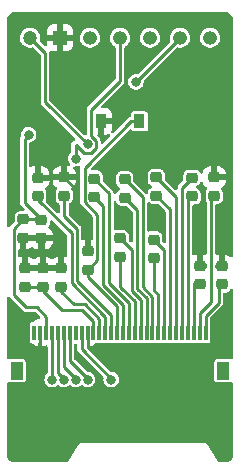
<source format=gbl>
G04 #@! TF.GenerationSoftware,KiCad,Pcbnew,6.0.2+dfsg-1*
G04 #@! TF.CreationDate,2022-09-12T16:47:43+08:00*
G04 #@! TF.ProjectId,epaper-102,65706170-6572-42d3-9130-322e6b696361,rev?*
G04 #@! TF.SameCoordinates,Original*
G04 #@! TF.FileFunction,Copper,L2,Bot*
G04 #@! TF.FilePolarity,Positive*
%FSLAX46Y46*%
G04 Gerber Fmt 4.6, Leading zero omitted, Abs format (unit mm)*
G04 Created by KiCad (PCBNEW 6.0.2+dfsg-1) date 2022-09-12 16:47:43*
%MOMM*%
%LPD*%
G01*
G04 APERTURE LIST*
G04 Aperture macros list*
%AMRoundRect*
0 Rectangle with rounded corners*
0 $1 Rounding radius*
0 $2 $3 $4 $5 $6 $7 $8 $9 X,Y pos of 4 corners*
0 Add a 4 corners polygon primitive as box body*
4,1,4,$2,$3,$4,$5,$6,$7,$8,$9,$2,$3,0*
0 Add four circle primitives for the rounded corners*
1,1,$1+$1,$2,$3*
1,1,$1+$1,$4,$5*
1,1,$1+$1,$6,$7*
1,1,$1+$1,$8,$9*
0 Add four rect primitives between the rounded corners*
20,1,$1+$1,$2,$3,$4,$5,0*
20,1,$1+$1,$4,$5,$6,$7,0*
20,1,$1+$1,$6,$7,$8,$9,0*
20,1,$1+$1,$8,$9,$2,$3,0*%
G04 Aperture macros list end*
G04 #@! TA.AperFunction,ComponentPad*
%ADD10C,1.200000*%
G04 #@! TD*
G04 #@! TA.AperFunction,ComponentPad*
%ADD11R,1.200000X1.200000*%
G04 #@! TD*
G04 #@! TA.AperFunction,ComponentPad*
%ADD12O,1.200000X1.200000*%
G04 #@! TD*
G04 #@! TA.AperFunction,SMDPad,CuDef*
%ADD13RoundRect,0.225000X-0.250000X0.225000X-0.250000X-0.225000X0.250000X-0.225000X0.250000X0.225000X0*%
G04 #@! TD*
G04 #@! TA.AperFunction,SMDPad,CuDef*
%ADD14RoundRect,0.218750X0.256250X-0.218750X0.256250X0.218750X-0.256250X0.218750X-0.256250X-0.218750X0*%
G04 #@! TD*
G04 #@! TA.AperFunction,SMDPad,CuDef*
%ADD15RoundRect,0.218750X-0.256250X0.218750X-0.256250X-0.218750X0.256250X-0.218750X0.256250X0.218750X0*%
G04 #@! TD*
G04 #@! TA.AperFunction,SMDPad,CuDef*
%ADD16R,0.900000X1.200000*%
G04 #@! TD*
G04 #@! TA.AperFunction,SMDPad,CuDef*
%ADD17R,0.300000X1.300000*%
G04 #@! TD*
G04 #@! TA.AperFunction,SMDPad,CuDef*
%ADD18R,1.000000X1.500000*%
G04 #@! TD*
G04 #@! TA.AperFunction,ViaPad*
%ADD19C,0.800000*%
G04 #@! TD*
G04 #@! TA.AperFunction,Conductor*
%ADD20C,0.250000*%
G04 #@! TD*
G04 APERTURE END LIST*
D10*
X25729800Y-65450000D03*
D11*
X28269800Y-65450000D03*
D12*
X30809800Y-65450000D03*
X33349800Y-65450000D03*
X35889800Y-65450000D03*
X38429800Y-65450000D03*
X40969800Y-65450000D03*
D13*
X26700000Y-80875000D03*
X26700000Y-82425000D03*
X25275000Y-84975000D03*
X25275000Y-86525000D03*
X28375000Y-85000000D03*
X28375000Y-86550000D03*
X26400000Y-77300000D03*
X26400000Y-78850000D03*
X28625000Y-77275000D03*
X28625000Y-78825000D03*
X31175000Y-77400000D03*
X31175000Y-78950000D03*
X30625000Y-83550000D03*
X30625000Y-85100000D03*
X33375000Y-82450000D03*
X33375000Y-84000000D03*
X33750000Y-77450000D03*
X33750000Y-79000000D03*
X36200000Y-82550000D03*
X36200000Y-84100000D03*
X36425000Y-77275000D03*
X36425000Y-78825000D03*
D14*
X39450000Y-78887500D03*
X39450000Y-77312500D03*
D13*
X40150000Y-84775000D03*
X40150000Y-86325000D03*
D15*
X41325000Y-77275000D03*
X41325000Y-78850000D03*
D13*
X41975000Y-84800000D03*
X41975000Y-86350000D03*
D16*
X31700000Y-72550000D03*
X35000000Y-72550000D03*
D17*
X40600000Y-90450000D03*
D18*
X24600000Y-93650000D03*
D17*
X40100000Y-90450000D03*
X39600000Y-90450000D03*
X39100000Y-90450000D03*
X38600000Y-90450000D03*
X38100000Y-90450000D03*
X37600000Y-90450000D03*
X37100000Y-90450000D03*
X36600000Y-90450000D03*
X36100000Y-90450000D03*
X35600000Y-90450000D03*
X35100000Y-90450000D03*
X34600000Y-90450000D03*
X34100000Y-90450000D03*
X33600000Y-90450000D03*
X33100000Y-90450000D03*
X32600000Y-90450000D03*
X32100000Y-90450000D03*
X31600000Y-90450000D03*
X31100000Y-90450000D03*
X30600000Y-90450000D03*
X30100000Y-90450000D03*
X29600000Y-90450000D03*
X29100000Y-90450000D03*
X28600000Y-90450000D03*
X28100000Y-90450000D03*
X27600000Y-90450000D03*
X27100000Y-90450000D03*
X26600000Y-90450000D03*
X26100000Y-90450000D03*
D18*
X42100000Y-93650000D03*
D13*
X25150000Y-80850000D03*
X25150000Y-82400000D03*
X26825000Y-85000000D03*
X26825000Y-86550000D03*
D19*
X26000000Y-83700000D03*
X33800000Y-80625000D03*
X34700000Y-92500000D03*
X36275000Y-80600000D03*
X39400000Y-92500000D03*
X40150000Y-70850000D03*
X24425000Y-77025000D03*
X37000000Y-94200000D03*
X42225000Y-81100000D03*
X31300000Y-69000000D03*
X40125000Y-81075000D03*
X26000000Y-69300000D03*
X26400000Y-74975000D03*
X25625000Y-73675000D03*
X32600015Y-94400000D03*
X30600009Y-94400000D03*
X30600000Y-74500000D03*
X29600006Y-94400000D03*
X29600000Y-75700000D03*
X28600003Y-94400000D03*
X34700000Y-69200000D03*
X27600000Y-94400000D03*
D20*
X34700000Y-69200000D02*
X38429800Y-65470200D01*
X38429800Y-65470200D02*
X38429800Y-65450000D01*
X29600000Y-75700000D02*
X29600000Y-74524614D01*
X31324511Y-74800103D02*
X31324511Y-74199897D01*
X29600000Y-74524614D02*
X30299897Y-75224511D01*
X30299897Y-75224511D02*
X30900103Y-75224511D01*
X30900103Y-73775489D02*
X30900103Y-71564179D01*
X30900103Y-75224511D02*
X31324511Y-74800103D01*
X31324511Y-74199897D02*
X30900103Y-73775489D01*
X30900103Y-71564179D02*
X33349800Y-69114482D01*
X33349800Y-69114482D02*
X33349800Y-65450000D01*
X30600000Y-74500000D02*
X26999800Y-70899800D01*
X26999800Y-70899800D02*
X26999800Y-66720000D01*
X26999800Y-66720000D02*
X25729800Y-65450000D01*
X29750000Y-78400000D02*
X28625000Y-77275000D01*
X26600000Y-90450000D02*
X26600000Y-91500000D01*
X29750000Y-80175000D02*
X29750000Y-78400000D01*
X30600000Y-91600000D02*
X30900000Y-91900000D01*
X26700000Y-82425000D02*
X25175000Y-82425000D01*
X30600000Y-90450000D02*
X30600000Y-91600000D01*
X26825000Y-85000000D02*
X26825000Y-82550000D01*
X26825000Y-82550000D02*
X26700000Y-82425000D01*
X30625000Y-81050000D02*
X29750000Y-80175000D01*
X26825000Y-85000000D02*
X28375000Y-85000000D01*
X25175000Y-82425000D02*
X25175000Y-84875000D01*
X25175000Y-84875000D02*
X25275000Y-84975000D01*
X30625000Y-83550000D02*
X30625000Y-81050000D01*
X25275000Y-74025000D02*
X25625000Y-73675000D01*
X25150000Y-80850000D02*
X24350000Y-81650000D01*
X24350000Y-81650000D02*
X24350000Y-87225000D01*
X26675000Y-80850000D02*
X26675000Y-80875000D01*
X26325000Y-88300000D02*
X27100000Y-89075000D01*
X27100000Y-89075000D02*
X27100000Y-90450000D01*
X24350000Y-87225000D02*
X25425000Y-88300000D01*
X25150000Y-80850000D02*
X26675000Y-80850000D01*
X26675000Y-80850000D02*
X25275000Y-79450000D01*
X25425000Y-88300000D02*
X26325000Y-88300000D01*
X25275000Y-79450000D02*
X25275000Y-74025000D01*
X26675000Y-80850000D02*
X26700000Y-80875000D01*
X29434002Y-88034002D02*
X30389805Y-88034002D01*
X31600000Y-89244197D02*
X31600000Y-90450000D01*
X28375000Y-86975000D02*
X29434002Y-88034002D01*
X28375000Y-86550000D02*
X28375000Y-86975000D01*
X30389805Y-88034002D02*
X31600000Y-89244197D01*
X29250499Y-82025499D02*
X26400000Y-79175000D01*
X32100000Y-90450000D02*
X32100000Y-89108507D01*
X26400000Y-79175000D02*
X26400000Y-78850000D01*
X32100000Y-89108507D02*
X29250499Y-86259006D01*
X29250499Y-86259006D02*
X29250499Y-82025499D01*
X32600000Y-90450000D02*
X32600000Y-88972817D01*
X29700000Y-86072817D02*
X29700000Y-81650000D01*
X29700000Y-81650000D02*
X28625000Y-80575000D01*
X32600000Y-88972817D02*
X29700000Y-86072817D01*
X28625000Y-80575000D02*
X28625000Y-78825000D01*
X31925000Y-86376973D02*
X31925000Y-79700000D01*
X33600000Y-88051973D02*
X31925000Y-86376973D01*
X33600000Y-90450000D02*
X33600000Y-88051973D01*
X31925000Y-79700000D02*
X31175000Y-78950000D01*
X33075998Y-86891575D02*
X33075998Y-86892281D01*
X32425000Y-86240577D02*
X33075998Y-86891575D01*
X31175000Y-77400000D02*
X32425000Y-78650000D01*
X33075998Y-86892281D02*
X34100000Y-87916283D01*
X34100000Y-87916283D02*
X34100000Y-90450000D01*
X32425000Y-78650000D02*
X32425000Y-86240577D01*
X34300000Y-72550000D02*
X35000000Y-72550000D01*
X30625000Y-85712663D02*
X30625000Y-85100000D01*
X30625000Y-85100000D02*
X31425000Y-84300000D01*
X30350000Y-76500000D02*
X34300000Y-72550000D01*
X33100000Y-90450000D02*
X33100000Y-88187663D01*
X30350000Y-79377817D02*
X30350000Y-76500000D01*
X31425000Y-84300000D02*
X31425000Y-80452817D01*
X31425000Y-80452817D02*
X30350000Y-79377817D01*
X33100000Y-88187663D02*
X30625000Y-85712663D01*
X33375000Y-84000000D02*
X33375000Y-86554887D01*
X33375000Y-86554887D02*
X33525499Y-86705386D01*
X34600000Y-87780593D02*
X34600000Y-90450000D01*
X33525499Y-86705386D02*
X33525499Y-86706092D01*
X33525499Y-86706092D02*
X34600000Y-87780593D01*
X34325000Y-86869903D02*
X35100000Y-87644903D01*
X34325000Y-83400000D02*
X34325000Y-86869903D01*
X35100000Y-87644903D02*
X35100000Y-90450000D01*
X33375000Y-82450000D02*
X34325000Y-83400000D01*
X34800000Y-80050000D02*
X33750000Y-79000000D01*
X35600000Y-90450000D02*
X35600000Y-87509213D01*
X34800000Y-86709213D02*
X34800000Y-80050000D01*
X35600000Y-87509213D02*
X34800000Y-86709213D01*
X36100000Y-87372817D02*
X36100000Y-90450000D01*
X35275000Y-78975000D02*
X35275000Y-86547817D01*
X33750000Y-77450000D02*
X35275000Y-78975000D01*
X35275000Y-86547817D02*
X36100000Y-87372817D01*
X36200000Y-86836421D02*
X36600000Y-87236421D01*
X36600000Y-87236421D02*
X36600000Y-90450000D01*
X36200000Y-84100000D02*
X36200000Y-86836421D01*
X36200000Y-82550000D02*
X37100000Y-83450000D01*
X37100000Y-83450000D02*
X37100000Y-90450000D01*
X37600000Y-90450000D02*
X37600000Y-80000000D01*
X37600000Y-80000000D02*
X36425000Y-78825000D01*
X38100000Y-78950000D02*
X36425000Y-77275000D01*
X38100000Y-90450000D02*
X38100000Y-78950000D01*
X38600000Y-78162500D02*
X39450000Y-77312500D01*
X38600000Y-90450000D02*
X38600000Y-78162500D01*
X39100000Y-79237500D02*
X39450000Y-78887500D01*
X39100000Y-90450000D02*
X39100000Y-79237500D01*
X39600000Y-86300000D02*
X39600000Y-90450000D01*
X39800000Y-86100000D02*
X39600000Y-86300000D01*
X40100000Y-90450000D02*
X40100000Y-88800000D01*
X41054990Y-87845010D02*
X41054990Y-79120010D01*
X41054990Y-79120010D02*
X41325000Y-78850000D01*
X40100000Y-88800000D02*
X41054990Y-87845010D01*
X40600000Y-90450000D02*
X40600000Y-89000000D01*
X41700000Y-87900000D02*
X41700000Y-86100000D01*
X40600000Y-89000000D02*
X41700000Y-87900000D01*
X30100000Y-90450000D02*
X30100000Y-91826986D01*
X32600015Y-94327001D02*
X32600015Y-94400000D01*
X30100000Y-91826986D02*
X32600015Y-94327001D01*
X29100000Y-90450000D02*
X29100000Y-92826992D01*
X30600009Y-94327001D02*
X30600009Y-94400000D01*
X29100000Y-92826992D02*
X30600009Y-94327001D01*
X29600006Y-94327001D02*
X29600006Y-94400000D01*
X28600000Y-90450000D02*
X28600000Y-93326995D01*
X28600000Y-93326995D02*
X29600006Y-94327001D01*
X28100000Y-90450000D02*
X28100000Y-93826998D01*
X28100000Y-93826998D02*
X28600003Y-94327001D01*
X28600003Y-94327001D02*
X28600003Y-94400000D01*
X27600000Y-90450000D02*
X27600000Y-94400000D01*
X25275000Y-86525000D02*
X26800000Y-86525000D01*
X30150000Y-88525000D02*
X31100000Y-89475000D01*
X26800000Y-86525000D02*
X26825000Y-86550000D01*
X28450000Y-88525000D02*
X30150000Y-88525000D01*
X26825000Y-86550000D02*
X26825000Y-86900000D01*
X26825000Y-86900000D02*
X28450000Y-88525000D01*
X31100000Y-89475000D02*
X31100000Y-90450000D01*
G04 #@! TA.AperFunction,Conductor*
G36*
X42835608Y-86704428D02*
G01*
X42884931Y-86753916D01*
X42900000Y-86813161D01*
X42900000Y-92567192D01*
X42880315Y-92634231D01*
X42827511Y-92679986D01*
X42758353Y-92689930D01*
X42719383Y-92674997D01*
X42719178Y-92675493D01*
X42707897Y-92670820D01*
X42697740Y-92664034D01*
X42663687Y-92657260D01*
X42630653Y-92650689D01*
X42630650Y-92650689D01*
X42624674Y-92649500D01*
X41575326Y-92649500D01*
X41569350Y-92650689D01*
X41569347Y-92650689D01*
X41536313Y-92657260D01*
X41502260Y-92664034D01*
X41419399Y-92719399D01*
X41364034Y-92802260D01*
X41349500Y-92875326D01*
X41349500Y-94424674D01*
X41364034Y-94497740D01*
X41419399Y-94580601D01*
X41502260Y-94635966D01*
X41536313Y-94642740D01*
X41569347Y-94649311D01*
X41569350Y-94649311D01*
X41575326Y-94650500D01*
X42624674Y-94650500D01*
X42630650Y-94649311D01*
X42630653Y-94649311D01*
X42663687Y-94642740D01*
X42697740Y-94635966D01*
X42707897Y-94629180D01*
X42719178Y-94624507D01*
X42719699Y-94625764D01*
X42773785Y-94608828D01*
X42841166Y-94627312D01*
X42887856Y-94679290D01*
X42900000Y-94732808D01*
X42900000Y-100813165D01*
X42897617Y-100837356D01*
X42895102Y-100850000D01*
X42897485Y-100861979D01*
X42897485Y-100865360D01*
X42896705Y-100879243D01*
X42887775Y-100958500D01*
X42881598Y-100985566D01*
X42850148Y-101075448D01*
X42838099Y-101100467D01*
X42787438Y-101181092D01*
X42770126Y-101202800D01*
X42702800Y-101270126D01*
X42681092Y-101287438D01*
X42600467Y-101338099D01*
X42575451Y-101350147D01*
X42485566Y-101381598D01*
X42458503Y-101387774D01*
X42402251Y-101394113D01*
X42379243Y-101396705D01*
X42365360Y-101397485D01*
X42361979Y-101397485D01*
X42350000Y-101395102D01*
X42338020Y-101397485D01*
X42337356Y-101397617D01*
X42313165Y-101400000D01*
X41757289Y-101400000D01*
X41690250Y-101380315D01*
X41652137Y-101341720D01*
X40786553Y-99956784D01*
X40786233Y-99956163D01*
X40785495Y-99952455D01*
X40761028Y-99915837D01*
X40759000Y-99912699D01*
X40748949Y-99896619D01*
X40746484Y-99893998D01*
X40745802Y-99893049D01*
X40737026Y-99879915D01*
X40737025Y-99879914D01*
X40730240Y-99869760D01*
X40720084Y-99862974D01*
X40715179Y-99858069D01*
X40712018Y-99855393D01*
X40706371Y-99851366D01*
X40698001Y-99842470D01*
X40681009Y-99834818D01*
X40663039Y-99824857D01*
X40657702Y-99821291D01*
X40657699Y-99821290D01*
X40647545Y-99814505D01*
X40635569Y-99812123D01*
X40629155Y-99809466D01*
X40625221Y-99808207D01*
X40618450Y-99806644D01*
X40607316Y-99801630D01*
X40595112Y-99801258D01*
X40595106Y-99801257D01*
X40579319Y-99800776D01*
X40578145Y-99800700D01*
X40574624Y-99800000D01*
X40555707Y-99800000D01*
X40551932Y-99799943D01*
X40551185Y-99799920D01*
X40507906Y-99798602D01*
X40504370Y-99799942D01*
X40503672Y-99800000D01*
X30096328Y-99800000D01*
X30095630Y-99799942D01*
X30092094Y-99798602D01*
X30048815Y-99799920D01*
X30048068Y-99799943D01*
X30044293Y-99800000D01*
X30025376Y-99800000D01*
X30021855Y-99800700D01*
X30020681Y-99800776D01*
X30004894Y-99801257D01*
X30004888Y-99801258D01*
X29992684Y-99801630D01*
X29981550Y-99806644D01*
X29974779Y-99808207D01*
X29970845Y-99809466D01*
X29964431Y-99812123D01*
X29952455Y-99814505D01*
X29942301Y-99821290D01*
X29942298Y-99821291D01*
X29936961Y-99824857D01*
X29918991Y-99834818D01*
X29901999Y-99842470D01*
X29893629Y-99851366D01*
X29887982Y-99855393D01*
X29884821Y-99858069D01*
X29879916Y-99862974D01*
X29869760Y-99869760D01*
X29862975Y-99879914D01*
X29862974Y-99879915D01*
X29854198Y-99893049D01*
X29853516Y-99893998D01*
X29851051Y-99896619D01*
X29841000Y-99912699D01*
X29838972Y-99915837D01*
X29814505Y-99952455D01*
X29813767Y-99956163D01*
X29813447Y-99956784D01*
X28947863Y-101341720D01*
X28895640Y-101388136D01*
X28842711Y-101400000D01*
X24386835Y-101400000D01*
X24362644Y-101397617D01*
X24361980Y-101397485D01*
X24350000Y-101395102D01*
X24338021Y-101397485D01*
X24334640Y-101397485D01*
X24320757Y-101396705D01*
X24297749Y-101394113D01*
X24241497Y-101387774D01*
X24214434Y-101381598D01*
X24124549Y-101350147D01*
X24099533Y-101338099D01*
X24018908Y-101287438D01*
X23997200Y-101270126D01*
X23929874Y-101202800D01*
X23912562Y-101181092D01*
X23861901Y-101100467D01*
X23849852Y-101075448D01*
X23818402Y-100985566D01*
X23812225Y-100958500D01*
X23803295Y-100879243D01*
X23802515Y-100865360D01*
X23802515Y-100861979D01*
X23804898Y-100850000D01*
X23802383Y-100837356D01*
X23800000Y-100813165D01*
X23800000Y-94732808D01*
X23819685Y-94665769D01*
X23872489Y-94620014D01*
X23941647Y-94610070D01*
X23980617Y-94625003D01*
X23980822Y-94624507D01*
X23992103Y-94629180D01*
X24002260Y-94635966D01*
X24036313Y-94642740D01*
X24069347Y-94649311D01*
X24069350Y-94649311D01*
X24075326Y-94650500D01*
X25124674Y-94650500D01*
X25130650Y-94649311D01*
X25130653Y-94649311D01*
X25163687Y-94642740D01*
X25197740Y-94635966D01*
X25280601Y-94580601D01*
X25335966Y-94497740D01*
X25350500Y-94424674D01*
X25350500Y-92875326D01*
X25335966Y-92802260D01*
X25280601Y-92719399D01*
X25197740Y-92664034D01*
X25163687Y-92657260D01*
X25130653Y-92650689D01*
X25130650Y-92650689D01*
X25124674Y-92649500D01*
X24075326Y-92649500D01*
X24069350Y-92650689D01*
X24069347Y-92650689D01*
X24036313Y-92657260D01*
X24002260Y-92664034D01*
X23992103Y-92670820D01*
X23980822Y-92675493D01*
X23980301Y-92674236D01*
X23926215Y-92691172D01*
X23858834Y-92672688D01*
X23812144Y-92620710D01*
X23800000Y-92567192D01*
X23800000Y-87491836D01*
X23819685Y-87424797D01*
X23872489Y-87379042D01*
X23941647Y-87369098D01*
X24005203Y-87398123D01*
X24030163Y-87430804D01*
X24030927Y-87430311D01*
X24035159Y-87436865D01*
X24038537Y-87443900D01*
X24042094Y-87448131D01*
X24043980Y-87450017D01*
X24045751Y-87451947D01*
X24045779Y-87452000D01*
X24045652Y-87452117D01*
X24046143Y-87452674D01*
X24049194Y-87458329D01*
X24056723Y-87465289D01*
X24056724Y-87465290D01*
X24088381Y-87494553D01*
X24091891Y-87497928D01*
X25121805Y-88527843D01*
X25136909Y-88546545D01*
X25137868Y-88547599D01*
X25143428Y-88556210D01*
X25151478Y-88562556D01*
X25169551Y-88576804D01*
X25173962Y-88580724D01*
X25174021Y-88580654D01*
X25177921Y-88583959D01*
X25181538Y-88587576D01*
X25185691Y-88590544D01*
X25185702Y-88590553D01*
X25197100Y-88598697D01*
X25201771Y-88602204D01*
X25241600Y-88633603D01*
X25250148Y-88636605D01*
X25257519Y-88641872D01*
X25267336Y-88644808D01*
X25267338Y-88644809D01*
X25306127Y-88656409D01*
X25311685Y-88658215D01*
X25352186Y-88672438D01*
X25352188Y-88672439D01*
X25359548Y-88675023D01*
X25365055Y-88675500D01*
X25367738Y-88675500D01*
X25370337Y-88675613D01*
X25370415Y-88675636D01*
X25370408Y-88675804D01*
X25371129Y-88675849D01*
X25377287Y-88677691D01*
X25387525Y-88677289D01*
X25387527Y-88677289D01*
X25430606Y-88675596D01*
X25435474Y-88675500D01*
X26118101Y-88675500D01*
X26185140Y-88695185D01*
X26205782Y-88711819D01*
X26574283Y-89080320D01*
X26607768Y-89141643D01*
X26602784Y-89211335D01*
X26560912Y-89267268D01*
X26495448Y-89291685D01*
X26486602Y-89292001D01*
X26405274Y-89292001D01*
X26398569Y-89292364D01*
X26347523Y-89297908D01*
X26332512Y-89301478D01*
X26211810Y-89346727D01*
X26196468Y-89355126D01*
X26094164Y-89431799D01*
X26081798Y-89444164D01*
X26040053Y-89499865D01*
X25984097Y-89541706D01*
X25940827Y-89549500D01*
X25925326Y-89549500D01*
X25919350Y-89550689D01*
X25919347Y-89550689D01*
X25886313Y-89557260D01*
X25852260Y-89564034D01*
X25769399Y-89619399D01*
X25714034Y-89702260D01*
X25699500Y-89775326D01*
X25699500Y-91124674D01*
X25700689Y-91130650D01*
X25700689Y-91130653D01*
X25702227Y-91138384D01*
X25714034Y-91197740D01*
X25769399Y-91280601D01*
X25852260Y-91335966D01*
X25874194Y-91340329D01*
X25919347Y-91349311D01*
X25919350Y-91349311D01*
X25925326Y-91350500D01*
X25940827Y-91350500D01*
X26007866Y-91370185D01*
X26040053Y-91400135D01*
X26081798Y-91455836D01*
X26094164Y-91468201D01*
X26196468Y-91544874D01*
X26211810Y-91553273D01*
X26332515Y-91598524D01*
X26347518Y-91602091D01*
X26398573Y-91607637D01*
X26405271Y-91608000D01*
X26432170Y-91608000D01*
X26447169Y-91603596D01*
X26448356Y-91602226D01*
X26450000Y-91594668D01*
X26450000Y-91289183D01*
X26470897Y-91220294D01*
X26479180Y-91207898D01*
X26479182Y-91207893D01*
X26485966Y-91197740D01*
X26487447Y-91190295D01*
X26529278Y-91138384D01*
X26595572Y-91116318D01*
X26663272Y-91133596D01*
X26710883Y-91184733D01*
X26711882Y-91186919D01*
X26714034Y-91197740D01*
X26720818Y-91207893D01*
X26720820Y-91207898D01*
X26729103Y-91220294D01*
X26750000Y-91289183D01*
X26750000Y-91590169D01*
X26754404Y-91605168D01*
X26755774Y-91606355D01*
X26763332Y-91607999D01*
X26794726Y-91607999D01*
X26801431Y-91607636D01*
X26852477Y-91602092D01*
X26867488Y-91598522D01*
X26988190Y-91553273D01*
X27003532Y-91544873D01*
X27026134Y-91527934D01*
X27091584Y-91503480D01*
X27159866Y-91518293D01*
X27209299Y-91567671D01*
X27224500Y-91627159D01*
X27224500Y-93807915D01*
X27204815Y-93874954D01*
X27182015Y-93901357D01*
X27113034Y-93961533D01*
X27022501Y-94090348D01*
X26965309Y-94237039D01*
X26944758Y-94393138D01*
X26945578Y-94400566D01*
X26945578Y-94400568D01*
X26954983Y-94485759D01*
X26962035Y-94549633D01*
X26964601Y-94556645D01*
X26964602Y-94556649D01*
X26989895Y-94625764D01*
X27016143Y-94697490D01*
X27103958Y-94828172D01*
X27126183Y-94848395D01*
X27214878Y-94929102D01*
X27214882Y-94929105D01*
X27220410Y-94934135D01*
X27358776Y-95009262D01*
X27461031Y-95036088D01*
X27503841Y-95047319D01*
X27503843Y-95047319D01*
X27511069Y-95049215D01*
X27588127Y-95050425D01*
X27661025Y-95051571D01*
X27661028Y-95051571D01*
X27668495Y-95051688D01*
X27675776Y-95050020D01*
X27675780Y-95050020D01*
X27814681Y-95018207D01*
X27821968Y-95016538D01*
X27962625Y-94945795D01*
X27983160Y-94928257D01*
X28019083Y-94897576D01*
X28082845Y-94869006D01*
X28151930Y-94879444D01*
X28183064Y-94900150D01*
X28220413Y-94934135D01*
X28358779Y-95009262D01*
X28461034Y-95036088D01*
X28503844Y-95047319D01*
X28503846Y-95047319D01*
X28511072Y-95049215D01*
X28588130Y-95050425D01*
X28661028Y-95051571D01*
X28661031Y-95051571D01*
X28668498Y-95051688D01*
X28675779Y-95050020D01*
X28675783Y-95050020D01*
X28814684Y-95018207D01*
X28821971Y-95016538D01*
X28962628Y-94945795D01*
X28983163Y-94928257D01*
X29019086Y-94897576D01*
X29082848Y-94869006D01*
X29151933Y-94879444D01*
X29183067Y-94900150D01*
X29220416Y-94934135D01*
X29358782Y-95009262D01*
X29461037Y-95036088D01*
X29503847Y-95047319D01*
X29503849Y-95047319D01*
X29511075Y-95049215D01*
X29588133Y-95050425D01*
X29661031Y-95051571D01*
X29661034Y-95051571D01*
X29668501Y-95051688D01*
X29675782Y-95050020D01*
X29675786Y-95050020D01*
X29814687Y-95018207D01*
X29821974Y-95016538D01*
X29962631Y-94945795D01*
X29983166Y-94928257D01*
X30019089Y-94897576D01*
X30082851Y-94869006D01*
X30151936Y-94879444D01*
X30183070Y-94900150D01*
X30220419Y-94934135D01*
X30358785Y-95009262D01*
X30461040Y-95036088D01*
X30503850Y-95047319D01*
X30503852Y-95047319D01*
X30511078Y-95049215D01*
X30588136Y-95050425D01*
X30661034Y-95051571D01*
X30661037Y-95051571D01*
X30668504Y-95051688D01*
X30675785Y-95050020D01*
X30675789Y-95050020D01*
X30814690Y-95018207D01*
X30821977Y-95016538D01*
X30962634Y-94945795D01*
X30968315Y-94940943D01*
X30968318Y-94940941D01*
X31076675Y-94848395D01*
X31076676Y-94848394D01*
X31082357Y-94843542D01*
X31093402Y-94828172D01*
X31161927Y-94732808D01*
X31174233Y-94715683D01*
X31232959Y-94569598D01*
X31234802Y-94556649D01*
X31254571Y-94417744D01*
X31254571Y-94417740D01*
X31255143Y-94413723D01*
X31255287Y-94400000D01*
X31236372Y-94243694D01*
X31180719Y-94096412D01*
X31172346Y-94084229D01*
X31095777Y-93972821D01*
X31095774Y-93972818D01*
X31091540Y-93966657D01*
X30973985Y-93861919D01*
X30834840Y-93788245D01*
X30682137Y-93749889D01*
X30604242Y-93749482D01*
X30537307Y-93729448D01*
X30517210Y-93713165D01*
X29511819Y-92707774D01*
X29478334Y-92646451D01*
X29475500Y-92620093D01*
X29475500Y-91848213D01*
X29485657Y-91813621D01*
X29475835Y-91787459D01*
X29475500Y-91778347D01*
X29475500Y-91474500D01*
X29495185Y-91407461D01*
X29547989Y-91361706D01*
X29599500Y-91350500D01*
X29600500Y-91350500D01*
X29667539Y-91370185D01*
X29713294Y-91422989D01*
X29724500Y-91474500D01*
X29724500Y-91773702D01*
X29721723Y-91799799D01*
X29720723Y-91804444D01*
X29717093Y-91811125D01*
X29718477Y-91813278D01*
X29722640Y-91833638D01*
X29723640Y-91842087D01*
X29723987Y-91847971D01*
X29724078Y-91847963D01*
X29724500Y-91853068D01*
X29724500Y-91858179D01*
X29725339Y-91863219D01*
X29727639Y-91877039D01*
X29728461Y-91882818D01*
X29734424Y-91933196D01*
X29738346Y-91941363D01*
X29739833Y-91950299D01*
X29763922Y-91994943D01*
X29766574Y-92000146D01*
X29788537Y-92045886D01*
X29792094Y-92050117D01*
X29793980Y-92052003D01*
X29795751Y-92053933D01*
X29795779Y-92053986D01*
X29795652Y-92054103D01*
X29796143Y-92054660D01*
X29799194Y-92060315D01*
X29806723Y-92067275D01*
X29806724Y-92067276D01*
X29838381Y-92096539D01*
X29841891Y-92099914D01*
X31923677Y-94181700D01*
X31957162Y-94243023D01*
X31958935Y-94285566D01*
X31944773Y-94393138D01*
X31945593Y-94400566D01*
X31945593Y-94400568D01*
X31954998Y-94485759D01*
X31962050Y-94549633D01*
X31964616Y-94556645D01*
X31964617Y-94556649D01*
X31989910Y-94625764D01*
X32016158Y-94697490D01*
X32103973Y-94828172D01*
X32126198Y-94848395D01*
X32214893Y-94929102D01*
X32214897Y-94929105D01*
X32220425Y-94934135D01*
X32358791Y-95009262D01*
X32461046Y-95036088D01*
X32503856Y-95047319D01*
X32503858Y-95047319D01*
X32511084Y-95049215D01*
X32588142Y-95050425D01*
X32661040Y-95051571D01*
X32661043Y-95051571D01*
X32668510Y-95051688D01*
X32675791Y-95050020D01*
X32675795Y-95050020D01*
X32814696Y-95018207D01*
X32821983Y-95016538D01*
X32962640Y-94945795D01*
X32968321Y-94940943D01*
X32968324Y-94940941D01*
X33076681Y-94848395D01*
X33076682Y-94848394D01*
X33082363Y-94843542D01*
X33093408Y-94828172D01*
X33161933Y-94732808D01*
X33174239Y-94715683D01*
X33232965Y-94569598D01*
X33234808Y-94556649D01*
X33254577Y-94417744D01*
X33254577Y-94417740D01*
X33255149Y-94413723D01*
X33255293Y-94400000D01*
X33236378Y-94243694D01*
X33180725Y-94096412D01*
X33172352Y-94084229D01*
X33095783Y-93972821D01*
X33095780Y-93972818D01*
X33091546Y-93966657D01*
X32973991Y-93861919D01*
X32834846Y-93788245D01*
X32682143Y-93749889D01*
X32604248Y-93749482D01*
X32537313Y-93729448D01*
X32517216Y-93713165D01*
X30623731Y-91819680D01*
X30590246Y-91758357D01*
X30595230Y-91688665D01*
X30637102Y-91632732D01*
X30702566Y-91608315D01*
X30711412Y-91607999D01*
X30794726Y-91607999D01*
X30801431Y-91607636D01*
X30852477Y-91602092D01*
X30867488Y-91598522D01*
X30988190Y-91553273D01*
X31003532Y-91544874D01*
X31105836Y-91468201D01*
X31118202Y-91455836D01*
X31159947Y-91400135D01*
X31215903Y-91358294D01*
X31259173Y-91350500D01*
X31274674Y-91350500D01*
X31286448Y-91348158D01*
X31325809Y-91340329D01*
X31374191Y-91340329D01*
X31413552Y-91348158D01*
X31425326Y-91350500D01*
X31774674Y-91350500D01*
X31786448Y-91348158D01*
X31825809Y-91340329D01*
X31874191Y-91340329D01*
X31913552Y-91348158D01*
X31925326Y-91350500D01*
X32274674Y-91350500D01*
X32286448Y-91348158D01*
X32325809Y-91340329D01*
X32374191Y-91340329D01*
X32413552Y-91348158D01*
X32425326Y-91350500D01*
X32774674Y-91350500D01*
X32786448Y-91348158D01*
X32825809Y-91340329D01*
X32874191Y-91340329D01*
X32913552Y-91348158D01*
X32925326Y-91350500D01*
X33274674Y-91350500D01*
X33286448Y-91348158D01*
X33325809Y-91340329D01*
X33374191Y-91340329D01*
X33413552Y-91348158D01*
X33425326Y-91350500D01*
X33774674Y-91350500D01*
X33786448Y-91348158D01*
X33825809Y-91340329D01*
X33874191Y-91340329D01*
X33913552Y-91348158D01*
X33925326Y-91350500D01*
X34274674Y-91350500D01*
X34286448Y-91348158D01*
X34325809Y-91340329D01*
X34374191Y-91340329D01*
X34413552Y-91348158D01*
X34425326Y-91350500D01*
X34774674Y-91350500D01*
X34786448Y-91348158D01*
X34825809Y-91340329D01*
X34874191Y-91340329D01*
X34913552Y-91348158D01*
X34925326Y-91350500D01*
X35274674Y-91350500D01*
X35286448Y-91348158D01*
X35325809Y-91340329D01*
X35374191Y-91340329D01*
X35413552Y-91348158D01*
X35425326Y-91350500D01*
X35774674Y-91350500D01*
X35786448Y-91348158D01*
X35825809Y-91340329D01*
X35874191Y-91340329D01*
X35913552Y-91348158D01*
X35925326Y-91350500D01*
X36274674Y-91350500D01*
X36286448Y-91348158D01*
X36325809Y-91340329D01*
X36374191Y-91340329D01*
X36413552Y-91348158D01*
X36425326Y-91350500D01*
X36774674Y-91350500D01*
X36786448Y-91348158D01*
X36825809Y-91340329D01*
X36874191Y-91340329D01*
X36913552Y-91348158D01*
X36925326Y-91350500D01*
X37274674Y-91350500D01*
X37286448Y-91348158D01*
X37325809Y-91340329D01*
X37374191Y-91340329D01*
X37413552Y-91348158D01*
X37425326Y-91350500D01*
X37774674Y-91350500D01*
X37786448Y-91348158D01*
X37825809Y-91340329D01*
X37874191Y-91340329D01*
X37913552Y-91348158D01*
X37925326Y-91350500D01*
X38274674Y-91350500D01*
X38286448Y-91348158D01*
X38325809Y-91340329D01*
X38374191Y-91340329D01*
X38413552Y-91348158D01*
X38425326Y-91350500D01*
X38774674Y-91350500D01*
X38786448Y-91348158D01*
X38825809Y-91340329D01*
X38874191Y-91340329D01*
X38913552Y-91348158D01*
X38925326Y-91350500D01*
X39274674Y-91350500D01*
X39286448Y-91348158D01*
X39325809Y-91340329D01*
X39374191Y-91340329D01*
X39413552Y-91348158D01*
X39425326Y-91350500D01*
X39774674Y-91350500D01*
X39786448Y-91348158D01*
X39825809Y-91340329D01*
X39874191Y-91340329D01*
X39913552Y-91348158D01*
X39925326Y-91350500D01*
X40274674Y-91350500D01*
X40286448Y-91348158D01*
X40325809Y-91340329D01*
X40374191Y-91340329D01*
X40413552Y-91348158D01*
X40425326Y-91350500D01*
X40774674Y-91350500D01*
X40780650Y-91349311D01*
X40780653Y-91349311D01*
X40825806Y-91340329D01*
X40847740Y-91335966D01*
X40930601Y-91280601D01*
X40985966Y-91197740D01*
X40997773Y-91138384D01*
X40999311Y-91130653D01*
X40999311Y-91130650D01*
X41000500Y-91124674D01*
X41000500Y-89775326D01*
X40985966Y-89702260D01*
X40983442Y-89698483D01*
X40975500Y-89658554D01*
X40975500Y-89206899D01*
X40995185Y-89139860D01*
X41011819Y-89119218D01*
X41927839Y-88203198D01*
X41946568Y-88188071D01*
X41947602Y-88187130D01*
X41956210Y-88181572D01*
X41976807Y-88155445D01*
X41980720Y-88151042D01*
X41980650Y-88150983D01*
X41983957Y-88147080D01*
X41987575Y-88143462D01*
X41998681Y-88127920D01*
X42002170Y-88123272D01*
X42033603Y-88083400D01*
X42036605Y-88074851D01*
X42041872Y-88067481D01*
X42056410Y-88018869D01*
X42058215Y-88013315D01*
X42072438Y-87972814D01*
X42072439Y-87972812D01*
X42075023Y-87965452D01*
X42075500Y-87959945D01*
X42075500Y-87957262D01*
X42075613Y-87954663D01*
X42075636Y-87954585D01*
X42075804Y-87954592D01*
X42075849Y-87953871D01*
X42077691Y-87947713D01*
X42076900Y-87927563D01*
X42075596Y-87894394D01*
X42075500Y-87889526D01*
X42075500Y-87174499D01*
X42095185Y-87107460D01*
X42147989Y-87061705D01*
X42199500Y-87050499D01*
X42270014Y-87050499D01*
X42273355Y-87050136D01*
X42273357Y-87050136D01*
X42320427Y-87045024D01*
X42320430Y-87045023D01*
X42328157Y-87044184D01*
X42413043Y-87012362D01*
X42447421Y-86999474D01*
X42447422Y-86999473D01*
X42455695Y-86996372D01*
X42462762Y-86991076D01*
X42462765Y-86991074D01*
X42557622Y-86919982D01*
X42564687Y-86914687D01*
X42623240Y-86836560D01*
X42641074Y-86812765D01*
X42641076Y-86812762D01*
X42646372Y-86805695D01*
X42659891Y-86769634D01*
X42701855Y-86713770D01*
X42767360Y-86689462D01*
X42835608Y-86704428D01*
G37*
G04 #@! TD.AperFunction*
G04 #@! TA.AperFunction,Conductor*
G36*
X27630703Y-80937186D02*
G01*
X27637181Y-80943218D01*
X28838680Y-82144717D01*
X28872165Y-82206040D01*
X28874999Y-82232398D01*
X28874999Y-83925270D01*
X28855314Y-83992309D01*
X28802510Y-84038064D01*
X28738362Y-84048624D01*
X28676853Y-84042323D01*
X28670543Y-84042000D01*
X28646830Y-84042000D01*
X28631831Y-84046404D01*
X28630644Y-84047774D01*
X28629000Y-84055332D01*
X28629000Y-85130000D01*
X28609315Y-85197039D01*
X28556511Y-85242794D01*
X28505000Y-85254000D01*
X25869430Y-85254000D01*
X25802391Y-85234315D01*
X25798003Y-85231031D01*
X25788668Y-85229000D01*
X25145000Y-85229000D01*
X25077961Y-85209315D01*
X25032206Y-85156511D01*
X25021000Y-85105000D01*
X25021000Y-84703170D01*
X25529000Y-84703170D01*
X25533404Y-84718169D01*
X25534774Y-84719356D01*
X25542332Y-84721000D01*
X26230570Y-84721000D01*
X26297609Y-84740685D01*
X26301997Y-84743969D01*
X26311332Y-84746000D01*
X26553170Y-84746000D01*
X26568169Y-84741596D01*
X26569356Y-84740226D01*
X26571000Y-84732668D01*
X26571000Y-84728170D01*
X27079000Y-84728170D01*
X27083404Y-84743169D01*
X27084774Y-84744356D01*
X27092332Y-84746000D01*
X28103170Y-84746000D01*
X28118169Y-84741596D01*
X28119356Y-84740226D01*
X28121000Y-84732668D01*
X28121000Y-84059830D01*
X28116596Y-84044831D01*
X28115226Y-84043644D01*
X28107668Y-84042000D01*
X28079493Y-84042000D01*
X28073118Y-84042330D01*
X27980830Y-84051906D01*
X27967652Y-84054752D01*
X27818779Y-84104419D01*
X27805819Y-84110490D01*
X27666599Y-84196642D01*
X27665132Y-84194271D01*
X27612201Y-84215676D01*
X27543548Y-84202694D01*
X27532527Y-84195623D01*
X27532391Y-84195843D01*
X27393026Y-84109937D01*
X27380048Y-84103885D01*
X27231082Y-84054475D01*
X27217916Y-84051653D01*
X27126851Y-84042322D01*
X27120543Y-84042000D01*
X27096830Y-84042000D01*
X27081831Y-84046404D01*
X27080644Y-84047774D01*
X27079000Y-84055332D01*
X27079000Y-84728170D01*
X26571000Y-84728170D01*
X26571000Y-84059830D01*
X26566596Y-84044831D01*
X26565226Y-84043644D01*
X26557668Y-84042000D01*
X26529493Y-84042000D01*
X26523118Y-84042330D01*
X26430830Y-84051906D01*
X26417652Y-84054752D01*
X26268779Y-84104419D01*
X26255819Y-84110490D01*
X26132814Y-84186608D01*
X26065448Y-84205146D01*
X25998754Y-84184321D01*
X25990713Y-84178478D01*
X25976257Y-84167062D01*
X25843026Y-84084937D01*
X25830048Y-84078885D01*
X25681082Y-84029475D01*
X25667916Y-84026653D01*
X25576851Y-84017322D01*
X25570543Y-84017000D01*
X25546830Y-84017000D01*
X25531831Y-84021404D01*
X25530644Y-84022774D01*
X25529000Y-84030332D01*
X25529000Y-84703170D01*
X25021000Y-84703170D01*
X25021000Y-84034830D01*
X25016596Y-84019831D01*
X25015226Y-84018644D01*
X25007668Y-84017000D01*
X24979493Y-84017000D01*
X24973118Y-84017330D01*
X24880825Y-84026907D01*
X24875673Y-84028019D01*
X24805989Y-84022928D01*
X24750119Y-83980971D01*
X24725803Y-83915470D01*
X24725500Y-83906813D01*
X24725500Y-83481908D01*
X24745185Y-83414869D01*
X24797989Y-83369114D01*
X24851296Y-83358938D01*
X24851296Y-83358000D01*
X24878170Y-83358000D01*
X24893169Y-83353596D01*
X24894356Y-83352226D01*
X24896000Y-83344668D01*
X24896000Y-83340170D01*
X25404000Y-83340170D01*
X25408404Y-83355169D01*
X25409774Y-83356356D01*
X25417332Y-83358000D01*
X25445507Y-83358000D01*
X25451882Y-83357670D01*
X25544170Y-83348094D01*
X25557348Y-83345248D01*
X25706221Y-83295581D01*
X25719181Y-83289510D01*
X25842186Y-83213392D01*
X25909552Y-83194854D01*
X25976246Y-83215679D01*
X25984287Y-83221522D01*
X25998743Y-83232938D01*
X26131974Y-83315063D01*
X26144952Y-83321115D01*
X26293918Y-83370525D01*
X26307084Y-83373347D01*
X26398149Y-83382678D01*
X26404457Y-83383000D01*
X26428170Y-83383000D01*
X26443169Y-83378596D01*
X26444356Y-83377226D01*
X26446000Y-83369668D01*
X26446000Y-83365170D01*
X26954000Y-83365170D01*
X26958404Y-83380169D01*
X26959774Y-83381356D01*
X26967332Y-83383000D01*
X26995507Y-83383000D01*
X27001882Y-83382670D01*
X27094170Y-83373094D01*
X27107348Y-83370248D01*
X27256221Y-83320581D01*
X27269181Y-83314510D01*
X27402276Y-83232149D01*
X27413490Y-83223260D01*
X27524069Y-83112488D01*
X27532938Y-83101257D01*
X27615063Y-82968026D01*
X27621115Y-82955048D01*
X27670525Y-82806082D01*
X27673347Y-82792916D01*
X27682678Y-82701851D01*
X27682944Y-82696639D01*
X27678596Y-82681831D01*
X27677226Y-82680644D01*
X27669668Y-82679000D01*
X26971830Y-82679000D01*
X26956831Y-82683404D01*
X26955644Y-82684774D01*
X26954000Y-82692332D01*
X26954000Y-83365170D01*
X26446000Y-83365170D01*
X26446000Y-82696830D01*
X26441596Y-82681831D01*
X26440226Y-82680644D01*
X26432668Y-82679000D01*
X25744430Y-82679000D01*
X25677391Y-82659315D01*
X25673003Y-82656031D01*
X25663668Y-82654000D01*
X25421830Y-82654000D01*
X25406831Y-82658404D01*
X25405644Y-82659774D01*
X25404000Y-82667332D01*
X25404000Y-83340170D01*
X24896000Y-83340170D01*
X24896000Y-82270000D01*
X24915685Y-82202961D01*
X24968489Y-82157206D01*
X25020000Y-82146000D01*
X26105570Y-82146000D01*
X26172609Y-82165685D01*
X26176997Y-82168969D01*
X26186332Y-82171000D01*
X27665170Y-82171000D01*
X27680169Y-82166596D01*
X27681356Y-82165226D01*
X27683000Y-82157668D01*
X27683000Y-82154493D01*
X27682670Y-82148118D01*
X27673094Y-82055830D01*
X27670248Y-82042652D01*
X27620581Y-81893779D01*
X27614510Y-81880819D01*
X27532149Y-81747724D01*
X27523260Y-81736510D01*
X27412488Y-81625931D01*
X27401263Y-81617066D01*
X27349614Y-81585230D01*
X27302874Y-81533295D01*
X27291632Y-81464336D01*
X27315454Y-81405306D01*
X27366074Y-81337765D01*
X27366076Y-81337762D01*
X27371372Y-81330695D01*
X27419184Y-81203157D01*
X27425500Y-81145015D01*
X27425500Y-81030899D01*
X27445185Y-80963860D01*
X27497989Y-80918105D01*
X27567147Y-80908161D01*
X27630703Y-80937186D01*
G37*
G04 #@! TD.AperFunction*
G04 #@! TA.AperFunction,Conductor*
G36*
X42337356Y-63302383D02*
G01*
X42350000Y-63304898D01*
X42361979Y-63302515D01*
X42365360Y-63302515D01*
X42379243Y-63303295D01*
X42402251Y-63305887D01*
X42458503Y-63312226D01*
X42485566Y-63318402D01*
X42575451Y-63349853D01*
X42600467Y-63361901D01*
X42681092Y-63412562D01*
X42702800Y-63429874D01*
X42770126Y-63497200D01*
X42787438Y-63518908D01*
X42838099Y-63599533D01*
X42850147Y-63624549D01*
X42881598Y-63714434D01*
X42887775Y-63741500D01*
X42896705Y-63820757D01*
X42897485Y-63834640D01*
X42897485Y-63838021D01*
X42895102Y-63850000D01*
X42897485Y-63861980D01*
X42897617Y-63862644D01*
X42900000Y-63886835D01*
X42900000Y-83914079D01*
X42880315Y-83981118D01*
X42827511Y-84026873D01*
X42758353Y-84036817D01*
X42694797Y-84007792D01*
X42688392Y-84001833D01*
X42687491Y-84000933D01*
X42676257Y-83992062D01*
X42543026Y-83909937D01*
X42530048Y-83903885D01*
X42381082Y-83854475D01*
X42367916Y-83851653D01*
X42276851Y-83842322D01*
X42270543Y-83842000D01*
X42246830Y-83842000D01*
X42231831Y-83846404D01*
X42230644Y-83847774D01*
X42229000Y-83855332D01*
X42229000Y-84930000D01*
X42209315Y-84997039D01*
X42156511Y-85042794D01*
X42105000Y-85054000D01*
X41554490Y-85054000D01*
X41487451Y-85034315D01*
X41441696Y-84981511D01*
X41430490Y-84930000D01*
X41430490Y-84670000D01*
X41450175Y-84602961D01*
X41502979Y-84557206D01*
X41554490Y-84546000D01*
X41703170Y-84546000D01*
X41718169Y-84541596D01*
X41719356Y-84540226D01*
X41721000Y-84532668D01*
X41721000Y-83859830D01*
X41716596Y-83844831D01*
X41715226Y-83843644D01*
X41707668Y-83842000D01*
X41679493Y-83842000D01*
X41673118Y-83842330D01*
X41580836Y-83851905D01*
X41580671Y-83851941D01*
X41580566Y-83851933D01*
X41574084Y-83852606D01*
X41573964Y-83851451D01*
X41510987Y-83846854D01*
X41455115Y-83804902D01*
X41430793Y-83739402D01*
X41430490Y-83730736D01*
X41430490Y-79661999D01*
X41450175Y-79594960D01*
X41502979Y-79549205D01*
X41554490Y-79537999D01*
X41625664Y-79537999D01*
X41629005Y-79537636D01*
X41629007Y-79537636D01*
X41675318Y-79532606D01*
X41675319Y-79532606D01*
X41683051Y-79531766D01*
X41788610Y-79492194D01*
X41800635Y-79487686D01*
X41800636Y-79487686D01*
X41808912Y-79484583D01*
X41916472Y-79403972D01*
X41997083Y-79296412D01*
X42006979Y-79270014D01*
X42041537Y-79177832D01*
X42041538Y-79177828D01*
X42044266Y-79170551D01*
X42050500Y-79113165D01*
X42050499Y-78586836D01*
X42046779Y-78552581D01*
X42045106Y-78537182D01*
X42045105Y-78537176D01*
X42044266Y-78529449D01*
X41997083Y-78403588D01*
X41918386Y-78298582D01*
X41893933Y-78233131D01*
X41908747Y-78164850D01*
X41952362Y-78118773D01*
X42029617Y-78070966D01*
X42040830Y-78062079D01*
X42150384Y-77952334D01*
X42159247Y-77941111D01*
X42240612Y-77809112D01*
X42246661Y-77796141D01*
X42295614Y-77648552D01*
X42298434Y-77635396D01*
X42307636Y-77545589D01*
X42303596Y-77531831D01*
X42302226Y-77530644D01*
X42294668Y-77529000D01*
X41195000Y-77529000D01*
X41127961Y-77509315D01*
X41082206Y-77456511D01*
X41071000Y-77405000D01*
X41071000Y-77003170D01*
X41579000Y-77003170D01*
X41583404Y-77018169D01*
X41584774Y-77019356D01*
X41592332Y-77021000D01*
X42290170Y-77021000D01*
X42305169Y-77016596D01*
X42306356Y-77015226D01*
X42307854Y-77008340D01*
X42307670Y-77004790D01*
X42298184Y-76913370D01*
X42295336Y-76900182D01*
X42246132Y-76752699D01*
X42240062Y-76739741D01*
X42158467Y-76607883D01*
X42149579Y-76596670D01*
X42039834Y-76487116D01*
X42028611Y-76478253D01*
X41896612Y-76396888D01*
X41883641Y-76390839D01*
X41736052Y-76341886D01*
X41722896Y-76339066D01*
X41632678Y-76329822D01*
X41626372Y-76329500D01*
X41596830Y-76329500D01*
X41581831Y-76333904D01*
X41580644Y-76335274D01*
X41579000Y-76342832D01*
X41579000Y-77003170D01*
X41071000Y-77003170D01*
X41071000Y-76347330D01*
X41066596Y-76332331D01*
X41065226Y-76331144D01*
X41057668Y-76329500D01*
X41023665Y-76329500D01*
X41017290Y-76329830D01*
X40925870Y-76339316D01*
X40912682Y-76342164D01*
X40765199Y-76391368D01*
X40752241Y-76397438D01*
X40620383Y-76479033D01*
X40609170Y-76487921D01*
X40499616Y-76597666D01*
X40490753Y-76608889D01*
X40409388Y-76740888D01*
X40403339Y-76753859D01*
X40362104Y-76878181D01*
X40322315Y-76935615D01*
X40257792Y-76962420D01*
X40189020Y-76950086D01*
X40137833Y-76902528D01*
X40128300Y-76882673D01*
X40126616Y-76878181D01*
X40122083Y-76866088D01*
X40041472Y-76758528D01*
X39933912Y-76677917D01*
X39925635Y-76674814D01*
X39815332Y-76633463D01*
X39815328Y-76633462D01*
X39808051Y-76630734D01*
X39750665Y-76624500D01*
X39450090Y-76624500D01*
X39149336Y-76624501D01*
X39145995Y-76624864D01*
X39145993Y-76624864D01*
X39099682Y-76629894D01*
X39099681Y-76629894D01*
X39091949Y-76630734D01*
X38966088Y-76677917D01*
X38858528Y-76758528D01*
X38777917Y-76866088D01*
X38774814Y-76874364D01*
X38774814Y-76874365D01*
X38733463Y-76984668D01*
X38733462Y-76984672D01*
X38730734Y-76991949D01*
X38724500Y-77049335D01*
X38724500Y-77052694D01*
X38724501Y-77455600D01*
X38704817Y-77522639D01*
X38688182Y-77543281D01*
X38372161Y-77859302D01*
X38353432Y-77874429D01*
X38352398Y-77875370D01*
X38343790Y-77880928D01*
X38337448Y-77888973D01*
X38323193Y-77907055D01*
X38319280Y-77911458D01*
X38319350Y-77911517D01*
X38316043Y-77915420D01*
X38312425Y-77919038D01*
X38301811Y-77933891D01*
X38301321Y-77934577D01*
X38297830Y-77939228D01*
X38266397Y-77979100D01*
X38263395Y-77987649D01*
X38258128Y-77995019D01*
X38255191Y-78004840D01*
X38243594Y-78043618D01*
X38241788Y-78049176D01*
X38233047Y-78074069D01*
X38224977Y-78097048D01*
X38224500Y-78102555D01*
X38224500Y-78105239D01*
X38224387Y-78107841D01*
X38224365Y-78107915D01*
X38224196Y-78107908D01*
X38224150Y-78108633D01*
X38222310Y-78114787D01*
X38222712Y-78125026D01*
X38222712Y-78125029D01*
X38224404Y-78168081D01*
X38224500Y-78172949D01*
X38224500Y-78244101D01*
X38204815Y-78311140D01*
X38152011Y-78356895D01*
X38082853Y-78366839D01*
X38019297Y-78337814D01*
X38012819Y-78331782D01*
X37186819Y-77505782D01*
X37153334Y-77444459D01*
X37150500Y-77418101D01*
X37150499Y-77008349D01*
X37150499Y-77004986D01*
X37149922Y-76999676D01*
X37145024Y-76954573D01*
X37145023Y-76954570D01*
X37144184Y-76946843D01*
X37096372Y-76819305D01*
X37091076Y-76812238D01*
X37091074Y-76812235D01*
X37019982Y-76717378D01*
X37014687Y-76710313D01*
X37000259Y-76699500D01*
X36912765Y-76633926D01*
X36912762Y-76633924D01*
X36905695Y-76628628D01*
X36897422Y-76625527D01*
X36897421Y-76625526D01*
X36825977Y-76598743D01*
X36778157Y-76580816D01*
X36770426Y-76579976D01*
X36770425Y-76579976D01*
X36761265Y-76578981D01*
X36720015Y-76574500D01*
X36425044Y-76574500D01*
X36129986Y-76574501D01*
X36126645Y-76574864D01*
X36126643Y-76574864D01*
X36079573Y-76579976D01*
X36079570Y-76579977D01*
X36071843Y-76580816D01*
X35999642Y-76607883D01*
X35952579Y-76625526D01*
X35952578Y-76625527D01*
X35944305Y-76628628D01*
X35937238Y-76633924D01*
X35937235Y-76633926D01*
X35849741Y-76699500D01*
X35835313Y-76710313D01*
X35830018Y-76717378D01*
X35758926Y-76812235D01*
X35758924Y-76812238D01*
X35753628Y-76819305D01*
X35705816Y-76946843D01*
X35699500Y-77004985D01*
X35699501Y-77545014D01*
X35699864Y-77548355D01*
X35699864Y-77548357D01*
X35704872Y-77594463D01*
X35705816Y-77603157D01*
X35753628Y-77730695D01*
X35758924Y-77737762D01*
X35758926Y-77737765D01*
X35828089Y-77830048D01*
X35835313Y-77839687D01*
X35842378Y-77844982D01*
X35937235Y-77916074D01*
X35937238Y-77916076D01*
X35944305Y-77921372D01*
X35952578Y-77924473D01*
X35952579Y-77924474D01*
X35977699Y-77933891D01*
X36033562Y-77975856D01*
X36057870Y-78041361D01*
X36042904Y-78109609D01*
X35993416Y-78158931D01*
X35977699Y-78166109D01*
X35952579Y-78175526D01*
X35952578Y-78175527D01*
X35944305Y-78178628D01*
X35937238Y-78183924D01*
X35937235Y-78183926D01*
X35849741Y-78249500D01*
X35835313Y-78260313D01*
X35830018Y-78267378D01*
X35758926Y-78362235D01*
X35758924Y-78362238D01*
X35753628Y-78369305D01*
X35750527Y-78377578D01*
X35750526Y-78377579D01*
X35749451Y-78380447D01*
X35705816Y-78496843D01*
X35699500Y-78554985D01*
X35699500Y-78569101D01*
X35679815Y-78636140D01*
X35627011Y-78681895D01*
X35557853Y-78691839D01*
X35494297Y-78662814D01*
X35487819Y-78656782D01*
X34511819Y-77680782D01*
X34478334Y-77619459D01*
X34475500Y-77593101D01*
X34475499Y-77183349D01*
X34475499Y-77179986D01*
X34470434Y-77133349D01*
X34470024Y-77129573D01*
X34470023Y-77129570D01*
X34469184Y-77121843D01*
X34434563Y-77029493D01*
X34424474Y-77002579D01*
X34424473Y-77002578D01*
X34421372Y-76994305D01*
X34416076Y-76987238D01*
X34416074Y-76987235D01*
X34344982Y-76892378D01*
X34339687Y-76885313D01*
X34304598Y-76859015D01*
X34237765Y-76808926D01*
X34237762Y-76808924D01*
X34230695Y-76803628D01*
X34222422Y-76800527D01*
X34222421Y-76800526D01*
X34180243Y-76784714D01*
X34103157Y-76755816D01*
X34095426Y-76754976D01*
X34095425Y-76754976D01*
X34083015Y-76753628D01*
X34045015Y-76749500D01*
X33750044Y-76749500D01*
X33454986Y-76749501D01*
X33451645Y-76749864D01*
X33451643Y-76749864D01*
X33404573Y-76754976D01*
X33404570Y-76754977D01*
X33396843Y-76755816D01*
X33311957Y-76787638D01*
X33277579Y-76800526D01*
X33277578Y-76800527D01*
X33269305Y-76803628D01*
X33262238Y-76808924D01*
X33262235Y-76808926D01*
X33195402Y-76859015D01*
X33160313Y-76885313D01*
X33155018Y-76892378D01*
X33083926Y-76987235D01*
X33083924Y-76987238D01*
X33078628Y-76994305D01*
X33075527Y-77002578D01*
X33075526Y-77002579D01*
X33064246Y-77032668D01*
X33030816Y-77121843D01*
X33024500Y-77179985D01*
X33024501Y-77720014D01*
X33024864Y-77723355D01*
X33024864Y-77723357D01*
X33028726Y-77758912D01*
X33030816Y-77778157D01*
X33078628Y-77905695D01*
X33083924Y-77912762D01*
X33083926Y-77912765D01*
X33146150Y-77995789D01*
X33160313Y-78014687D01*
X33167378Y-78019982D01*
X33262235Y-78091074D01*
X33262238Y-78091076D01*
X33269305Y-78096372D01*
X33277578Y-78099473D01*
X33277579Y-78099474D01*
X33302699Y-78108891D01*
X33358562Y-78150856D01*
X33382870Y-78216361D01*
X33367904Y-78284609D01*
X33318416Y-78333931D01*
X33302699Y-78341109D01*
X33277579Y-78350526D01*
X33277578Y-78350527D01*
X33269305Y-78353628D01*
X33262238Y-78358924D01*
X33262235Y-78358926D01*
X33187655Y-78414821D01*
X33160313Y-78435313D01*
X33155018Y-78442378D01*
X33083926Y-78537235D01*
X33083924Y-78537238D01*
X33078628Y-78544305D01*
X33075526Y-78552578D01*
X33075525Y-78552581D01*
X33039484Y-78648721D01*
X32997520Y-78704585D01*
X32932015Y-78728893D01*
X32863767Y-78713927D01*
X32814444Y-78664439D01*
X32800794Y-78618755D01*
X32800499Y-78618804D01*
X32797361Y-78599947D01*
X32796539Y-78594168D01*
X32791781Y-78553968D01*
X32791780Y-78553966D01*
X32790576Y-78543790D01*
X32786654Y-78535623D01*
X32785167Y-78526687D01*
X32761077Y-78482042D01*
X32758425Y-78476837D01*
X32736463Y-78431100D01*
X32732906Y-78426869D01*
X32731020Y-78424983D01*
X32729249Y-78423053D01*
X32729221Y-78423000D01*
X32729348Y-78422883D01*
X32728857Y-78422326D01*
X32725806Y-78416671D01*
X32710562Y-78402579D01*
X32686619Y-78380447D01*
X32683109Y-78377072D01*
X31936819Y-77630782D01*
X31903334Y-77569459D01*
X31900500Y-77543101D01*
X31900499Y-77133349D01*
X31900499Y-77129986D01*
X31898824Y-77114562D01*
X31895024Y-77079573D01*
X31895023Y-77079570D01*
X31894184Y-77071843D01*
X31850222Y-76954575D01*
X31849474Y-76952579D01*
X31849473Y-76952578D01*
X31846372Y-76944305D01*
X31841076Y-76937238D01*
X31841074Y-76937235D01*
X31769982Y-76842378D01*
X31764687Y-76835313D01*
X31718271Y-76800526D01*
X31662765Y-76758926D01*
X31662762Y-76758924D01*
X31655695Y-76753628D01*
X31647422Y-76750527D01*
X31647421Y-76750526D01*
X31594852Y-76730819D01*
X31528157Y-76705816D01*
X31520426Y-76704976D01*
X31520425Y-76704976D01*
X31511265Y-76703981D01*
X31470015Y-76699500D01*
X31450997Y-76699500D01*
X30980897Y-76699501D01*
X30913859Y-76679817D01*
X30868104Y-76627013D01*
X30858160Y-76557854D01*
X30887185Y-76494298D01*
X30893217Y-76487820D01*
X34134801Y-73246237D01*
X34196124Y-73212752D01*
X34265816Y-73217736D01*
X34325586Y-73265028D01*
X34369399Y-73330601D01*
X34452260Y-73385966D01*
X34486313Y-73392740D01*
X34519347Y-73399311D01*
X34519350Y-73399311D01*
X34525326Y-73400500D01*
X35474674Y-73400500D01*
X35480650Y-73399311D01*
X35480653Y-73399311D01*
X35513687Y-73392740D01*
X35547740Y-73385966D01*
X35630601Y-73330601D01*
X35685966Y-73247740D01*
X35692926Y-73212752D01*
X35699311Y-73180653D01*
X35699311Y-73180650D01*
X35700500Y-73174674D01*
X35700500Y-71925326D01*
X35696512Y-71905274D01*
X35688349Y-71864241D01*
X35685966Y-71852260D01*
X35630601Y-71769399D01*
X35547740Y-71714034D01*
X35513687Y-71707260D01*
X35480653Y-71700689D01*
X35480650Y-71700689D01*
X35474674Y-71699500D01*
X34525326Y-71699500D01*
X34519350Y-71700689D01*
X34519347Y-71700689D01*
X34486313Y-71707260D01*
X34452260Y-71714034D01*
X34369399Y-71769399D01*
X34314034Y-71852260D01*
X34311651Y-71864241D01*
X34303489Y-71905274D01*
X34299500Y-71925326D01*
X34299500Y-72062362D01*
X34279815Y-72129401D01*
X34227011Y-72175156D01*
X34210094Y-72181439D01*
X34203969Y-72183218D01*
X34193791Y-72184423D01*
X34185622Y-72188346D01*
X34176687Y-72189833D01*
X34167672Y-72194697D01*
X34167667Y-72194699D01*
X34132033Y-72213926D01*
X34126835Y-72216575D01*
X34081101Y-72238537D01*
X34076869Y-72242094D01*
X34074959Y-72244004D01*
X34073057Y-72245749D01*
X34072992Y-72245784D01*
X34072876Y-72245658D01*
X34072326Y-72246143D01*
X34066671Y-72249194D01*
X34059711Y-72256723D01*
X34059710Y-72256724D01*
X34030447Y-72288381D01*
X34027072Y-72291891D01*
X32811560Y-73507403D01*
X32750237Y-73540888D01*
X32680545Y-73535904D01*
X32624612Y-73494032D01*
X32600195Y-73428568D01*
X32607770Y-73376194D01*
X32648524Y-73267485D01*
X32652091Y-73252482D01*
X32657637Y-73201427D01*
X32658000Y-73194729D01*
X32658000Y-72821830D01*
X32653596Y-72806831D01*
X32652226Y-72805644D01*
X32644668Y-72804000D01*
X31971830Y-72804000D01*
X31956831Y-72808404D01*
X31955644Y-72809774D01*
X31954000Y-72817332D01*
X31954000Y-73640169D01*
X31958404Y-73655168D01*
X31959774Y-73656355D01*
X31967332Y-73657999D01*
X32194726Y-73657999D01*
X32201431Y-73657636D01*
X32252477Y-73652092D01*
X32267488Y-73648522D01*
X32376194Y-73607770D01*
X32445877Y-73602669D01*
X32507256Y-73636051D01*
X32540844Y-73697318D01*
X32535976Y-73767018D01*
X32507403Y-73811560D01*
X31911692Y-74407271D01*
X31850369Y-74440756D01*
X31780677Y-74435772D01*
X31724744Y-74393900D01*
X31700327Y-74328436D01*
X31700011Y-74319590D01*
X31700011Y-74253182D01*
X31702558Y-74229246D01*
X31702624Y-74227851D01*
X31704781Y-74217831D01*
X31703577Y-74207656D01*
X31703577Y-74207651D01*
X31700871Y-74184788D01*
X31700524Y-74178911D01*
X31700432Y-74178919D01*
X31700011Y-74173824D01*
X31700011Y-74168704D01*
X31699171Y-74163657D01*
X31699170Y-74163646D01*
X31696878Y-74149878D01*
X31696055Y-74144095D01*
X31691294Y-74103867D01*
X31691292Y-74103860D01*
X31690088Y-74093688D01*
X31686165Y-74085519D01*
X31684678Y-74076584D01*
X31660585Y-74031931D01*
X31657933Y-74026727D01*
X31639352Y-73988032D01*
X31639351Y-73988030D01*
X31635974Y-73980998D01*
X31632417Y-73976766D01*
X31630507Y-73974856D01*
X31628762Y-73972954D01*
X31628727Y-73972889D01*
X31628853Y-73972773D01*
X31628368Y-73972223D01*
X31625317Y-73966568D01*
X31609756Y-73952183D01*
X31586130Y-73930344D01*
X31582620Y-73926969D01*
X31462631Y-73806980D01*
X31429146Y-73745657D01*
X31434130Y-73675965D01*
X31442121Y-73662497D01*
X31446000Y-73644668D01*
X31446000Y-72420000D01*
X31465685Y-72352961D01*
X31518489Y-72307206D01*
X31570000Y-72296000D01*
X32640169Y-72296000D01*
X32655168Y-72291596D01*
X32656355Y-72290226D01*
X32657999Y-72282668D01*
X32657999Y-71905274D01*
X32657636Y-71898569D01*
X32652092Y-71847523D01*
X32648522Y-71832512D01*
X32603273Y-71711810D01*
X32594874Y-71696468D01*
X32518202Y-71594165D01*
X32505835Y-71581798D01*
X32403532Y-71505126D01*
X32388190Y-71496727D01*
X32267485Y-71451476D01*
X32252482Y-71447909D01*
X32201427Y-71442363D01*
X32194730Y-71442000D01*
X31852681Y-71442001D01*
X31785642Y-71422317D01*
X31739887Y-71369513D01*
X31729943Y-71300354D01*
X31758968Y-71236799D01*
X31765000Y-71230320D01*
X33577643Y-69417677D01*
X33596345Y-69402573D01*
X33597399Y-69401614D01*
X33606010Y-69396054D01*
X33626604Y-69369931D01*
X33630524Y-69365520D01*
X33630454Y-69365461D01*
X33633759Y-69361561D01*
X33637376Y-69357944D01*
X33640344Y-69353791D01*
X33640353Y-69353780D01*
X33648497Y-69342382D01*
X33652007Y-69337707D01*
X33677058Y-69305931D01*
X33677059Y-69305929D01*
X33683403Y-69297882D01*
X33686405Y-69289334D01*
X33691672Y-69281963D01*
X33706210Y-69233351D01*
X33708015Y-69227797D01*
X33720186Y-69193138D01*
X34044758Y-69193138D01*
X34045578Y-69200566D01*
X34045578Y-69200568D01*
X34047474Y-69217744D01*
X34062035Y-69349633D01*
X34064601Y-69356645D01*
X34064602Y-69356649D01*
X34094206Y-69437544D01*
X34116143Y-69497490D01*
X34203958Y-69628172D01*
X34226183Y-69648395D01*
X34314878Y-69729102D01*
X34314882Y-69729105D01*
X34320410Y-69734135D01*
X34458776Y-69809262D01*
X34561031Y-69836088D01*
X34603841Y-69847319D01*
X34603843Y-69847319D01*
X34611069Y-69849215D01*
X34688127Y-69850425D01*
X34761025Y-69851571D01*
X34761028Y-69851571D01*
X34768495Y-69851688D01*
X34775776Y-69850020D01*
X34775780Y-69850020D01*
X34914681Y-69818207D01*
X34921968Y-69816538D01*
X35062625Y-69745795D01*
X35068306Y-69740943D01*
X35068309Y-69740941D01*
X35176666Y-69648395D01*
X35176667Y-69648394D01*
X35182348Y-69643542D01*
X35193393Y-69628172D01*
X35213798Y-69599775D01*
X35274224Y-69515683D01*
X35332950Y-69369598D01*
X35335201Y-69353780D01*
X35354562Y-69217744D01*
X35354562Y-69217740D01*
X35355134Y-69213723D01*
X35355278Y-69200000D01*
X35352850Y-69179934D01*
X35349116Y-69149077D01*
X35360604Y-69080159D01*
X35384537Y-69046500D01*
X38119720Y-66311317D01*
X38181043Y-66277832D01*
X38233182Y-66277708D01*
X38334046Y-66299148D01*
X38334051Y-66299148D01*
X38340409Y-66300500D01*
X38519191Y-66300500D01*
X38525549Y-66299148D01*
X38525554Y-66299148D01*
X38687706Y-66264681D01*
X38687705Y-66264681D01*
X38694067Y-66263329D01*
X38706540Y-66257776D01*
X38851459Y-66193254D01*
X38857393Y-66190612D01*
X39002030Y-66085526D01*
X39121659Y-65952665D01*
X39211050Y-65797835D01*
X39241539Y-65704000D01*
X39264289Y-65633984D01*
X39264290Y-65633981D01*
X39266297Y-65627803D01*
X39284985Y-65450000D01*
X40114615Y-65450000D01*
X40133303Y-65627803D01*
X40135310Y-65633981D01*
X40135311Y-65633984D01*
X40158061Y-65704000D01*
X40188550Y-65797835D01*
X40277941Y-65952665D01*
X40397570Y-66085526D01*
X40542207Y-66190612D01*
X40548141Y-66193254D01*
X40693061Y-66257776D01*
X40705533Y-66263329D01*
X40711895Y-66264681D01*
X40711894Y-66264681D01*
X40874046Y-66299148D01*
X40874051Y-66299148D01*
X40880409Y-66300500D01*
X41059191Y-66300500D01*
X41065549Y-66299148D01*
X41065554Y-66299148D01*
X41227706Y-66264681D01*
X41227705Y-66264681D01*
X41234067Y-66263329D01*
X41246540Y-66257776D01*
X41391459Y-66193254D01*
X41397393Y-66190612D01*
X41542030Y-66085526D01*
X41661659Y-65952665D01*
X41751050Y-65797835D01*
X41781539Y-65704000D01*
X41804289Y-65633984D01*
X41804290Y-65633981D01*
X41806297Y-65627803D01*
X41824985Y-65450000D01*
X41806297Y-65272197D01*
X41751050Y-65102165D01*
X41661659Y-64947335D01*
X41542030Y-64814474D01*
X41397393Y-64709388D01*
X41234067Y-64636671D01*
X41207451Y-64631014D01*
X41065554Y-64600852D01*
X41065549Y-64600852D01*
X41059191Y-64599500D01*
X40880409Y-64599500D01*
X40874051Y-64600852D01*
X40874046Y-64600852D01*
X40732149Y-64631014D01*
X40705533Y-64636671D01*
X40542208Y-64709388D01*
X40397570Y-64814474D01*
X40277941Y-64947335D01*
X40188550Y-65102165D01*
X40133303Y-65272197D01*
X40114615Y-65450000D01*
X39284985Y-65450000D01*
X39266297Y-65272197D01*
X39211050Y-65102165D01*
X39121659Y-64947335D01*
X39002030Y-64814474D01*
X38857393Y-64709388D01*
X38694067Y-64636671D01*
X38667451Y-64631014D01*
X38525554Y-64600852D01*
X38525549Y-64600852D01*
X38519191Y-64599500D01*
X38340409Y-64599500D01*
X38334051Y-64600852D01*
X38334046Y-64600852D01*
X38192149Y-64631014D01*
X38165533Y-64636671D01*
X38002208Y-64709388D01*
X37857570Y-64814474D01*
X37737941Y-64947335D01*
X37648550Y-65102165D01*
X37593303Y-65272197D01*
X37574615Y-65450000D01*
X37593303Y-65627803D01*
X37606082Y-65667133D01*
X37608077Y-65736972D01*
X37575832Y-65793131D01*
X34855469Y-68513494D01*
X34794146Y-68546979D01*
X34767143Y-68549811D01*
X34659988Y-68549250D01*
X34632158Y-68549104D01*
X34632157Y-68549104D01*
X34624684Y-68549065D01*
X34617421Y-68550809D01*
X34617418Y-68550809D01*
X34548136Y-68567442D01*
X34471588Y-68585820D01*
X34331679Y-68658032D01*
X34213034Y-68761533D01*
X34122501Y-68890348D01*
X34065309Y-69037039D01*
X34044758Y-69193138D01*
X33720186Y-69193138D01*
X33722238Y-69187296D01*
X33722239Y-69187294D01*
X33724823Y-69179934D01*
X33725300Y-69174427D01*
X33725300Y-69171744D01*
X33725413Y-69169145D01*
X33725436Y-69169067D01*
X33725604Y-69169074D01*
X33725649Y-69168353D01*
X33727491Y-69162195D01*
X33725396Y-69108876D01*
X33725300Y-69104008D01*
X33725300Y-66291495D01*
X33744985Y-66224456D01*
X33778658Y-66192354D01*
X33777393Y-66190612D01*
X33839738Y-66145315D01*
X33922030Y-66085526D01*
X34041659Y-65952665D01*
X34131050Y-65797835D01*
X34161539Y-65704000D01*
X34184289Y-65633984D01*
X34184290Y-65633981D01*
X34186297Y-65627803D01*
X34204985Y-65450000D01*
X35034615Y-65450000D01*
X35053303Y-65627803D01*
X35055310Y-65633981D01*
X35055311Y-65633984D01*
X35078061Y-65704000D01*
X35108550Y-65797835D01*
X35197941Y-65952665D01*
X35317570Y-66085526D01*
X35462207Y-66190612D01*
X35468141Y-66193254D01*
X35613061Y-66257776D01*
X35625533Y-66263329D01*
X35631895Y-66264681D01*
X35631894Y-66264681D01*
X35794046Y-66299148D01*
X35794051Y-66299148D01*
X35800409Y-66300500D01*
X35979191Y-66300500D01*
X35985549Y-66299148D01*
X35985554Y-66299148D01*
X36147706Y-66264681D01*
X36147705Y-66264681D01*
X36154067Y-66263329D01*
X36166540Y-66257776D01*
X36311459Y-66193254D01*
X36317393Y-66190612D01*
X36462030Y-66085526D01*
X36581659Y-65952665D01*
X36671050Y-65797835D01*
X36701539Y-65704000D01*
X36724289Y-65633984D01*
X36724290Y-65633981D01*
X36726297Y-65627803D01*
X36744985Y-65450000D01*
X36726297Y-65272197D01*
X36671050Y-65102165D01*
X36581659Y-64947335D01*
X36462030Y-64814474D01*
X36317393Y-64709388D01*
X36154067Y-64636671D01*
X36127451Y-64631014D01*
X35985554Y-64600852D01*
X35985549Y-64600852D01*
X35979191Y-64599500D01*
X35800409Y-64599500D01*
X35794051Y-64600852D01*
X35794046Y-64600852D01*
X35652149Y-64631014D01*
X35625533Y-64636671D01*
X35462208Y-64709388D01*
X35317570Y-64814474D01*
X35197941Y-64947335D01*
X35108550Y-65102165D01*
X35053303Y-65272197D01*
X35034615Y-65450000D01*
X34204985Y-65450000D01*
X34186297Y-65272197D01*
X34131050Y-65102165D01*
X34041659Y-64947335D01*
X33922030Y-64814474D01*
X33777393Y-64709388D01*
X33614067Y-64636671D01*
X33587451Y-64631014D01*
X33445554Y-64600852D01*
X33445549Y-64600852D01*
X33439191Y-64599500D01*
X33260409Y-64599500D01*
X33254051Y-64600852D01*
X33254046Y-64600852D01*
X33112149Y-64631014D01*
X33085533Y-64636671D01*
X32922208Y-64709388D01*
X32777570Y-64814474D01*
X32657941Y-64947335D01*
X32568550Y-65102165D01*
X32513303Y-65272197D01*
X32494615Y-65450000D01*
X32513303Y-65627803D01*
X32515310Y-65633981D01*
X32515311Y-65633984D01*
X32538061Y-65704000D01*
X32568550Y-65797835D01*
X32657941Y-65952665D01*
X32777570Y-66085526D01*
X32859862Y-66145315D01*
X32922207Y-66190612D01*
X32920602Y-66192821D01*
X32960506Y-66234656D01*
X32974300Y-66291495D01*
X32974300Y-68907583D01*
X32954615Y-68974622D01*
X32937981Y-68995264D01*
X30672264Y-71260981D01*
X30653535Y-71276108D01*
X30652501Y-71277049D01*
X30643893Y-71282607D01*
X30637551Y-71290652D01*
X30623296Y-71308734D01*
X30619383Y-71313137D01*
X30619453Y-71313196D01*
X30616146Y-71317099D01*
X30612528Y-71320717D01*
X30609554Y-71324879D01*
X30601424Y-71336256D01*
X30597933Y-71340907D01*
X30566500Y-71380779D01*
X30563498Y-71389328D01*
X30558231Y-71396698D01*
X30555294Y-71406519D01*
X30543697Y-71445297D01*
X30541891Y-71450855D01*
X30525080Y-71498727D01*
X30524603Y-71504234D01*
X30524603Y-71506918D01*
X30524490Y-71509520D01*
X30524468Y-71509594D01*
X30524299Y-71509587D01*
X30524253Y-71510312D01*
X30522413Y-71516466D01*
X30522815Y-71526705D01*
X30522815Y-71526708D01*
X30524507Y-71569760D01*
X30524603Y-71574628D01*
X30524603Y-73594204D01*
X30504918Y-73661243D01*
X30452114Y-73706998D01*
X30382956Y-73716942D01*
X30319400Y-73687917D01*
X30312922Y-73681885D01*
X27411619Y-70780582D01*
X27378134Y-70719259D01*
X27375300Y-70692901D01*
X27375300Y-66773280D01*
X27377846Y-66749355D01*
X27377912Y-66747951D01*
X27380069Y-66737933D01*
X27376159Y-66704897D01*
X27375812Y-66699016D01*
X27375722Y-66699023D01*
X27375300Y-66693918D01*
X27375300Y-66688807D01*
X27373880Y-66680277D01*
X27374054Y-66678844D01*
X27374039Y-66678664D01*
X27374076Y-66678661D01*
X27382287Y-66610916D01*
X27426860Y-66557110D01*
X27493446Y-66535943D01*
X27539721Y-66543803D01*
X27552313Y-66548523D01*
X27567318Y-66552091D01*
X27618373Y-66557637D01*
X27625071Y-66558000D01*
X27997970Y-66558000D01*
X28012969Y-66553596D01*
X28014156Y-66552226D01*
X28015800Y-66544668D01*
X28015800Y-66540169D01*
X28523800Y-66540169D01*
X28528204Y-66555168D01*
X28529574Y-66556355D01*
X28537132Y-66557999D01*
X28914526Y-66557999D01*
X28921231Y-66557636D01*
X28972277Y-66552092D01*
X28987288Y-66548522D01*
X29107990Y-66503273D01*
X29123332Y-66494874D01*
X29225635Y-66418202D01*
X29238002Y-66405835D01*
X29314674Y-66303532D01*
X29323073Y-66288190D01*
X29368324Y-66167485D01*
X29371891Y-66152482D01*
X29377437Y-66101427D01*
X29377800Y-66094729D01*
X29377800Y-65721830D01*
X29373396Y-65706831D01*
X29372026Y-65705644D01*
X29364468Y-65704000D01*
X28541630Y-65704000D01*
X28526631Y-65708404D01*
X28525444Y-65709774D01*
X28523800Y-65717332D01*
X28523800Y-66540169D01*
X28015800Y-66540169D01*
X28015800Y-65721830D01*
X28011396Y-65706831D01*
X28010026Y-65705644D01*
X28002468Y-65704000D01*
X27179631Y-65704000D01*
X27164632Y-65708404D01*
X27163445Y-65709774D01*
X27161801Y-65717332D01*
X27161801Y-66051602D01*
X27142116Y-66118641D01*
X27089312Y-66164396D01*
X27020154Y-66174340D01*
X26956598Y-66145315D01*
X26950120Y-66139283D01*
X26588722Y-65777885D01*
X26555237Y-65716562D01*
X26558472Y-65651886D01*
X26564289Y-65633984D01*
X26564290Y-65633981D01*
X26566297Y-65627803D01*
X26584985Y-65450000D01*
X29954615Y-65450000D01*
X29973303Y-65627803D01*
X29975310Y-65633981D01*
X29975311Y-65633984D01*
X29998061Y-65704000D01*
X30028550Y-65797835D01*
X30117941Y-65952665D01*
X30237570Y-66085526D01*
X30382207Y-66190612D01*
X30388141Y-66193254D01*
X30533061Y-66257776D01*
X30545533Y-66263329D01*
X30551895Y-66264681D01*
X30551894Y-66264681D01*
X30714046Y-66299148D01*
X30714051Y-66299148D01*
X30720409Y-66300500D01*
X30899191Y-66300500D01*
X30905549Y-66299148D01*
X30905554Y-66299148D01*
X31067706Y-66264681D01*
X31067705Y-66264681D01*
X31074067Y-66263329D01*
X31086540Y-66257776D01*
X31231459Y-66193254D01*
X31237393Y-66190612D01*
X31382030Y-66085526D01*
X31501659Y-65952665D01*
X31591050Y-65797835D01*
X31621539Y-65704000D01*
X31644289Y-65633984D01*
X31644290Y-65633981D01*
X31646297Y-65627803D01*
X31664985Y-65450000D01*
X31646297Y-65272197D01*
X31591050Y-65102165D01*
X31501659Y-64947335D01*
X31382030Y-64814474D01*
X31237393Y-64709388D01*
X31074067Y-64636671D01*
X31047451Y-64631014D01*
X30905554Y-64600852D01*
X30905549Y-64600852D01*
X30899191Y-64599500D01*
X30720409Y-64599500D01*
X30714051Y-64600852D01*
X30714046Y-64600852D01*
X30572149Y-64631014D01*
X30545533Y-64636671D01*
X30382208Y-64709388D01*
X30237570Y-64814474D01*
X30117941Y-64947335D01*
X30028550Y-65102165D01*
X29973303Y-65272197D01*
X29954615Y-65450000D01*
X26584985Y-65450000D01*
X26566297Y-65272197D01*
X26535746Y-65178170D01*
X27161800Y-65178170D01*
X27166204Y-65193169D01*
X27167574Y-65194356D01*
X27175132Y-65196000D01*
X27997970Y-65196000D01*
X28012969Y-65191596D01*
X28014156Y-65190226D01*
X28015800Y-65182668D01*
X28015800Y-65178170D01*
X28523800Y-65178170D01*
X28528204Y-65193169D01*
X28529574Y-65194356D01*
X28537132Y-65196000D01*
X29359969Y-65196000D01*
X29374968Y-65191596D01*
X29376155Y-65190226D01*
X29377799Y-65182668D01*
X29377799Y-64805274D01*
X29377436Y-64798569D01*
X29371892Y-64747523D01*
X29368322Y-64732512D01*
X29323073Y-64611810D01*
X29314674Y-64596468D01*
X29238002Y-64494165D01*
X29225635Y-64481798D01*
X29123332Y-64405126D01*
X29107990Y-64396727D01*
X28987285Y-64351476D01*
X28972282Y-64347909D01*
X28921227Y-64342363D01*
X28914529Y-64342000D01*
X28541630Y-64342000D01*
X28526631Y-64346404D01*
X28525444Y-64347774D01*
X28523800Y-64355332D01*
X28523800Y-65178170D01*
X28015800Y-65178170D01*
X28015800Y-64359831D01*
X28011396Y-64344832D01*
X28010026Y-64343645D01*
X28002468Y-64342001D01*
X27625074Y-64342001D01*
X27618369Y-64342364D01*
X27567323Y-64347908D01*
X27552312Y-64351478D01*
X27431610Y-64396727D01*
X27416268Y-64405126D01*
X27313965Y-64481798D01*
X27301598Y-64494165D01*
X27224926Y-64596468D01*
X27216527Y-64611810D01*
X27171276Y-64732515D01*
X27167709Y-64747518D01*
X27162163Y-64798573D01*
X27161800Y-64805271D01*
X27161800Y-65178170D01*
X26535746Y-65178170D01*
X26511050Y-65102165D01*
X26421659Y-64947335D01*
X26302030Y-64814474D01*
X26157393Y-64709388D01*
X25994067Y-64636671D01*
X25967451Y-64631014D01*
X25825554Y-64600852D01*
X25825549Y-64600852D01*
X25819191Y-64599500D01*
X25640409Y-64599500D01*
X25634051Y-64600852D01*
X25634046Y-64600852D01*
X25492149Y-64631014D01*
X25465533Y-64636671D01*
X25302208Y-64709388D01*
X25157570Y-64814474D01*
X25037941Y-64947335D01*
X24948550Y-65102165D01*
X24893303Y-65272197D01*
X24874615Y-65450000D01*
X24893303Y-65627803D01*
X24895310Y-65633981D01*
X24895311Y-65633984D01*
X24918061Y-65704000D01*
X24948550Y-65797835D01*
X25037941Y-65952665D01*
X25157570Y-66085526D01*
X25302207Y-66190612D01*
X25308141Y-66193254D01*
X25453061Y-66257776D01*
X25465533Y-66263329D01*
X25471895Y-66264681D01*
X25471894Y-66264681D01*
X25634046Y-66299148D01*
X25634051Y-66299148D01*
X25640409Y-66300500D01*
X25819191Y-66300500D01*
X25825549Y-66299148D01*
X25825554Y-66299148D01*
X25918068Y-66279483D01*
X25943078Y-66274167D01*
X26012744Y-66279483D01*
X26056539Y-66307776D01*
X26587981Y-66839218D01*
X26621466Y-66900541D01*
X26624300Y-66926899D01*
X26624300Y-70846516D01*
X26621753Y-70870451D01*
X26621687Y-70871852D01*
X26619531Y-70881866D01*
X26620735Y-70892039D01*
X26623441Y-70914902D01*
X26623788Y-70920784D01*
X26623878Y-70920777D01*
X26624300Y-70925882D01*
X26624300Y-70930993D01*
X26625139Y-70936033D01*
X26627439Y-70949853D01*
X26628261Y-70955632D01*
X26634224Y-71006010D01*
X26638146Y-71014177D01*
X26639633Y-71023113D01*
X26663722Y-71067757D01*
X26666374Y-71072960D01*
X26688337Y-71118700D01*
X26691894Y-71122931D01*
X26693780Y-71124817D01*
X26695551Y-71126747D01*
X26695579Y-71126800D01*
X26695452Y-71126917D01*
X26695943Y-71127474D01*
X26698994Y-71133129D01*
X26706523Y-71140089D01*
X26706524Y-71140090D01*
X26738181Y-71169353D01*
X26741691Y-71172728D01*
X29530287Y-73961325D01*
X29563771Y-74022646D01*
X29558787Y-74092338D01*
X29516915Y-74148271D01*
X29472500Y-74169346D01*
X29458757Y-74172760D01*
X29458752Y-74172762D01*
X29448809Y-74175232D01*
X29439296Y-74181375D01*
X29416775Y-74192849D01*
X29415773Y-74193237D01*
X29415772Y-74193238D01*
X29406212Y-74196936D01*
X29398367Y-74203531D01*
X29382420Y-74216936D01*
X29369896Y-74226186D01*
X29343790Y-74243042D01*
X29337443Y-74251093D01*
X29337441Y-74251095D01*
X29336774Y-74251941D01*
X29319185Y-74270091D01*
X29318365Y-74270780D01*
X29318363Y-74270782D01*
X29310520Y-74277375D01*
X29294488Y-74304004D01*
X29285642Y-74316802D01*
X29278381Y-74326013D01*
X29266397Y-74341214D01*
X29263002Y-74350883D01*
X29263000Y-74350886D01*
X29262647Y-74351893D01*
X29251882Y-74374769D01*
X29251327Y-74375690D01*
X29251324Y-74375697D01*
X29246041Y-74384472D01*
X29243885Y-74394487D01*
X29243883Y-74394492D01*
X29239498Y-74414860D01*
X29235272Y-74429846D01*
X29224977Y-74459162D01*
X29224500Y-74464669D01*
X29224500Y-74471330D01*
X29221953Y-74495265D01*
X29221887Y-74496666D01*
X29219731Y-74506680D01*
X29220935Y-74516853D01*
X29223641Y-74539716D01*
X29224500Y-74554290D01*
X29224500Y-75107915D01*
X29204815Y-75174954D01*
X29182015Y-75201357D01*
X29113034Y-75261533D01*
X29022501Y-75390348D01*
X28965309Y-75537039D01*
X28944758Y-75693138D01*
X28945578Y-75700566D01*
X28945578Y-75700568D01*
X28954378Y-75780276D01*
X28962035Y-75849633D01*
X29016143Y-75997490D01*
X29020314Y-76003697D01*
X29103958Y-76128172D01*
X29102163Y-76129378D01*
X29126595Y-76183157D01*
X29116514Y-76252296D01*
X29070654Y-76305008D01*
X29003576Y-76324560D01*
X28991183Y-76323914D01*
X28926849Y-76317322D01*
X28920543Y-76317000D01*
X28896830Y-76317000D01*
X28881831Y-76321404D01*
X28880644Y-76322774D01*
X28879000Y-76330332D01*
X28879000Y-77003170D01*
X28883404Y-77018169D01*
X28884774Y-77019356D01*
X28892332Y-77021000D01*
X29590170Y-77021000D01*
X29605169Y-77016596D01*
X29606356Y-77015226D01*
X29608000Y-77007668D01*
X29608000Y-77004493D01*
X29607670Y-76998118D01*
X29598094Y-76905830D01*
X29595248Y-76892652D01*
X29545581Y-76743779D01*
X29539510Y-76730819D01*
X29457149Y-76597724D01*
X29448256Y-76586504D01*
X29422682Y-76560975D01*
X29389144Y-76499681D01*
X29394068Y-76429985D01*
X29435891Y-76374015D01*
X29501334Y-76349542D01*
X29512228Y-76349233D01*
X29583337Y-76350350D01*
X29661025Y-76351571D01*
X29661028Y-76351571D01*
X29668495Y-76351688D01*
X29675776Y-76350020D01*
X29675780Y-76350020D01*
X29821968Y-76316538D01*
X29822654Y-76319535D01*
X29878421Y-76316210D01*
X29939343Y-76350419D01*
X29972100Y-76412135D01*
X29974325Y-76440055D01*
X29974500Y-76440055D01*
X29974500Y-76440579D01*
X29974441Y-76441513D01*
X29974500Y-76442251D01*
X29974500Y-76442749D01*
X29974388Y-76445339D01*
X29974362Y-76445424D01*
X29974196Y-76445417D01*
X29974151Y-76446131D01*
X29972310Y-76452287D01*
X29972712Y-76462526D01*
X29972712Y-76462529D01*
X29974404Y-76505581D01*
X29974500Y-76510449D01*
X29974500Y-79324533D01*
X29971953Y-79348468D01*
X29971887Y-79349869D01*
X29969731Y-79359883D01*
X29970935Y-79370056D01*
X29973641Y-79392919D01*
X29973988Y-79398801D01*
X29974078Y-79398794D01*
X29974500Y-79403899D01*
X29974500Y-79409010D01*
X29977639Y-79427870D01*
X29978461Y-79433649D01*
X29981907Y-79462765D01*
X29984424Y-79484027D01*
X29988346Y-79492194D01*
X29989833Y-79501130D01*
X30006364Y-79531766D01*
X30013922Y-79545774D01*
X30016574Y-79550977D01*
X30038537Y-79596717D01*
X30042094Y-79600948D01*
X30043980Y-79602834D01*
X30045751Y-79604764D01*
X30045779Y-79604817D01*
X30045652Y-79604934D01*
X30046143Y-79605491D01*
X30049194Y-79611146D01*
X30056723Y-79618106D01*
X30056724Y-79618107D01*
X30088381Y-79647370D01*
X30091891Y-79650745D01*
X31013181Y-80572036D01*
X31046666Y-80633359D01*
X31049500Y-80659717D01*
X31049500Y-82468092D01*
X31029815Y-82535131D01*
X30977011Y-82580886D01*
X30923704Y-82591062D01*
X30923704Y-82592000D01*
X30896830Y-82592000D01*
X30881831Y-82596404D01*
X30880644Y-82597774D01*
X30879000Y-82605332D01*
X30879000Y-83680000D01*
X30859315Y-83747039D01*
X30806511Y-83792794D01*
X30755000Y-83804000D01*
X30495000Y-83804000D01*
X30427961Y-83784315D01*
X30382206Y-83731511D01*
X30371000Y-83680000D01*
X30371000Y-82609830D01*
X30366596Y-82594831D01*
X30365226Y-82593644D01*
X30357668Y-82592000D01*
X30329493Y-82592000D01*
X30323118Y-82592330D01*
X30230825Y-82601907D01*
X30225673Y-82603019D01*
X30155989Y-82597928D01*
X30100119Y-82555971D01*
X30075803Y-82490470D01*
X30075500Y-82481813D01*
X30075500Y-81703285D01*
X30078047Y-81679359D01*
X30078113Y-81677951D01*
X30080270Y-81667934D01*
X30079066Y-81657759D01*
X30079066Y-81657754D01*
X30076360Y-81634891D01*
X30076013Y-81629014D01*
X30075921Y-81629022D01*
X30075500Y-81623927D01*
X30075500Y-81618807D01*
X30074660Y-81613760D01*
X30074659Y-81613749D01*
X30072367Y-81599981D01*
X30071544Y-81594198D01*
X30066783Y-81553970D01*
X30066781Y-81553963D01*
X30065577Y-81543791D01*
X30061654Y-81535622D01*
X30060167Y-81526687D01*
X30055303Y-81517672D01*
X30055301Y-81517667D01*
X30036074Y-81482033D01*
X30033422Y-81476830D01*
X30030517Y-81470780D01*
X30011463Y-81431101D01*
X30007906Y-81426869D01*
X30005996Y-81424959D01*
X30004251Y-81423057D01*
X30004216Y-81422992D01*
X30004342Y-81422876D01*
X30003857Y-81422326D01*
X30000806Y-81416671D01*
X29990163Y-81406832D01*
X29961619Y-81380447D01*
X29958109Y-81377072D01*
X29036819Y-80455782D01*
X29003334Y-80394459D01*
X29000500Y-80368101D01*
X29000500Y-79596749D01*
X29020185Y-79529710D01*
X29072989Y-79483955D01*
X29080961Y-79480644D01*
X29105695Y-79471372D01*
X29112762Y-79466076D01*
X29112765Y-79466074D01*
X29207622Y-79394982D01*
X29214687Y-79389687D01*
X29219982Y-79382622D01*
X29291074Y-79287765D01*
X29291076Y-79287762D01*
X29296372Y-79280695D01*
X29344184Y-79153157D01*
X29350500Y-79095015D01*
X29350499Y-78554986D01*
X29349283Y-78543790D01*
X29345024Y-78504573D01*
X29345023Y-78504570D01*
X29344184Y-78496843D01*
X29300549Y-78380447D01*
X29299474Y-78377579D01*
X29299473Y-78377578D01*
X29296372Y-78369305D01*
X29240437Y-78294671D01*
X29215984Y-78229220D01*
X29230798Y-78160939D01*
X29274413Y-78114861D01*
X29327272Y-78082151D01*
X29338490Y-78073260D01*
X29449069Y-77962488D01*
X29457938Y-77951257D01*
X29540063Y-77818026D01*
X29546115Y-77805048D01*
X29595525Y-77656082D01*
X29598347Y-77642916D01*
X29607678Y-77551851D01*
X29607944Y-77546639D01*
X29603596Y-77531831D01*
X29602226Y-77530644D01*
X29594668Y-77529000D01*
X27659830Y-77529000D01*
X27644831Y-77533404D01*
X27643644Y-77534774D01*
X27642000Y-77542332D01*
X27642000Y-77545507D01*
X27642330Y-77551882D01*
X27651906Y-77644170D01*
X27654752Y-77657348D01*
X27704419Y-77806221D01*
X27710490Y-77819181D01*
X27792851Y-77952276D01*
X27801740Y-77963490D01*
X27912512Y-78074069D01*
X27923737Y-78082934D01*
X27975386Y-78114770D01*
X28022126Y-78166705D01*
X28033368Y-78235664D01*
X28009546Y-78294694D01*
X27958926Y-78362235D01*
X27958924Y-78362238D01*
X27953628Y-78369305D01*
X27950527Y-78377578D01*
X27950526Y-78377579D01*
X27949451Y-78380447D01*
X27905816Y-78496843D01*
X27899500Y-78554985D01*
X27899501Y-79095014D01*
X27899864Y-79098354D01*
X27899864Y-79098357D01*
X27904872Y-79144463D01*
X27905816Y-79153157D01*
X27953628Y-79280695D01*
X27958924Y-79287762D01*
X27958926Y-79287765D01*
X28030018Y-79382622D01*
X28035313Y-79389687D01*
X28042378Y-79394982D01*
X28137235Y-79466074D01*
X28137238Y-79466076D01*
X28144305Y-79471372D01*
X28169027Y-79480640D01*
X28224890Y-79522604D01*
X28249199Y-79588108D01*
X28249500Y-79596749D01*
X28249500Y-80194101D01*
X28229815Y-80261140D01*
X28177011Y-80306895D01*
X28107853Y-80316839D01*
X28044297Y-80287814D01*
X28037819Y-80281782D01*
X27125196Y-79369159D01*
X27091711Y-79307836D01*
X27096768Y-79237952D01*
X27119184Y-79178157D01*
X27125500Y-79120015D01*
X27125499Y-78579986D01*
X27121568Y-78543790D01*
X27120024Y-78529573D01*
X27120023Y-78529570D01*
X27119184Y-78521843D01*
X27082133Y-78423010D01*
X27074474Y-78402579D01*
X27074473Y-78402578D01*
X27071372Y-78394305D01*
X27015437Y-78319671D01*
X26990984Y-78254220D01*
X27005798Y-78185939D01*
X27049413Y-78139861D01*
X27102272Y-78107151D01*
X27113490Y-78098260D01*
X27224069Y-77987488D01*
X27232938Y-77976257D01*
X27315063Y-77843026D01*
X27321115Y-77830048D01*
X27370525Y-77681082D01*
X27373347Y-77667916D01*
X27382678Y-77576851D01*
X27382944Y-77571639D01*
X27378596Y-77556831D01*
X27377226Y-77555644D01*
X27369668Y-77554000D01*
X26270000Y-77554000D01*
X26202961Y-77534315D01*
X26157206Y-77481511D01*
X26146000Y-77430000D01*
X26146000Y-77028170D01*
X26654000Y-77028170D01*
X26658404Y-77043169D01*
X26659774Y-77044356D01*
X26667332Y-77046000D01*
X27365170Y-77046000D01*
X27380169Y-77041596D01*
X27381356Y-77040226D01*
X27383000Y-77032668D01*
X27383000Y-77029493D01*
X27382670Y-77023118D01*
X27380620Y-77003361D01*
X27642056Y-77003361D01*
X27646404Y-77018169D01*
X27647774Y-77019356D01*
X27655332Y-77021000D01*
X28353170Y-77021000D01*
X28368169Y-77016596D01*
X28369356Y-77015226D01*
X28371000Y-77007668D01*
X28371000Y-76334830D01*
X28366596Y-76319831D01*
X28365226Y-76318644D01*
X28357668Y-76317000D01*
X28329493Y-76317000D01*
X28323118Y-76317330D01*
X28230830Y-76326906D01*
X28217652Y-76329752D01*
X28068779Y-76379419D01*
X28055819Y-76385490D01*
X27922724Y-76467851D01*
X27911510Y-76476740D01*
X27800931Y-76587512D01*
X27792062Y-76598743D01*
X27709937Y-76731974D01*
X27703885Y-76744952D01*
X27654475Y-76893918D01*
X27651653Y-76907084D01*
X27642322Y-76998149D01*
X27642056Y-77003361D01*
X27380620Y-77003361D01*
X27373094Y-76930830D01*
X27370248Y-76917652D01*
X27320581Y-76768779D01*
X27314510Y-76755819D01*
X27232149Y-76622724D01*
X27223260Y-76611510D01*
X27112488Y-76500931D01*
X27101257Y-76492062D01*
X26968026Y-76409937D01*
X26955048Y-76403885D01*
X26806082Y-76354475D01*
X26792916Y-76351653D01*
X26701851Y-76342322D01*
X26695543Y-76342000D01*
X26671830Y-76342000D01*
X26656831Y-76346404D01*
X26655644Y-76347774D01*
X26654000Y-76355332D01*
X26654000Y-77028170D01*
X26146000Y-77028170D01*
X26146000Y-76359830D01*
X26141596Y-76344831D01*
X26140226Y-76343644D01*
X26132668Y-76342000D01*
X26104493Y-76342000D01*
X26098118Y-76342330D01*
X26005830Y-76351906D01*
X25992652Y-76354752D01*
X25843776Y-76404420D01*
X25827102Y-76412231D01*
X25758043Y-76422844D01*
X25694209Y-76394437D01*
X25655867Y-76336027D01*
X25650500Y-76299941D01*
X25650500Y-74435346D01*
X25670185Y-74368307D01*
X25722989Y-74322552D01*
X25746817Y-74314476D01*
X25839681Y-74293207D01*
X25846968Y-74291538D01*
X25987625Y-74220795D01*
X25993306Y-74215943D01*
X25993309Y-74215941D01*
X26101666Y-74123395D01*
X26101667Y-74123394D01*
X26107348Y-74118542D01*
X26125208Y-74093688D01*
X26170554Y-74030581D01*
X26199224Y-73990683D01*
X26257950Y-73844598D01*
X26259003Y-73837201D01*
X26279562Y-73692744D01*
X26279562Y-73692740D01*
X26280134Y-73688723D01*
X26280278Y-73675000D01*
X26277074Y-73648522D01*
X26262262Y-73526119D01*
X26262261Y-73526115D01*
X26261363Y-73518694D01*
X26252044Y-73494032D01*
X26208354Y-73378408D01*
X26208352Y-73378405D01*
X26205710Y-73371412D01*
X26170683Y-73320448D01*
X26120768Y-73247821D01*
X26120765Y-73247818D01*
X26116531Y-73241657D01*
X25998976Y-73136919D01*
X25859831Y-73063245D01*
X25707128Y-73024889D01*
X25625329Y-73024461D01*
X25557158Y-73024104D01*
X25557157Y-73024104D01*
X25549684Y-73024065D01*
X25542421Y-73025809D01*
X25542418Y-73025809D01*
X25473136Y-73042443D01*
X25396588Y-73060820D01*
X25256679Y-73133032D01*
X25138034Y-73236533D01*
X25047501Y-73365348D01*
X24990309Y-73512039D01*
X24969758Y-73668138D01*
X24970578Y-73675566D01*
X24970578Y-73675569D01*
X24977498Y-73738251D01*
X24965289Y-73807045D01*
X24951625Y-73828626D01*
X24941397Y-73841600D01*
X24938395Y-73850149D01*
X24933128Y-73857519D01*
X24930191Y-73867340D01*
X24918594Y-73906118D01*
X24916788Y-73911676D01*
X24910233Y-73930344D01*
X24899977Y-73959548D01*
X24899500Y-73965055D01*
X24899500Y-73967739D01*
X24899387Y-73970341D01*
X24899365Y-73970415D01*
X24899196Y-73970408D01*
X24899150Y-73971133D01*
X24897310Y-73977287D01*
X24897712Y-73987526D01*
X24897712Y-73987529D01*
X24899404Y-74030581D01*
X24899500Y-74035449D01*
X24899500Y-79396716D01*
X24896953Y-79420651D01*
X24896887Y-79422052D01*
X24894731Y-79432066D01*
X24895935Y-79442239D01*
X24898641Y-79465102D01*
X24898988Y-79470984D01*
X24899078Y-79470977D01*
X24899500Y-79476082D01*
X24899500Y-79481193D01*
X24900339Y-79486233D01*
X24902639Y-79500053D01*
X24903461Y-79505832D01*
X24908219Y-79546032D01*
X24909424Y-79556210D01*
X24913346Y-79564377D01*
X24914833Y-79573313D01*
X24930109Y-79601624D01*
X24938922Y-79617957D01*
X24941574Y-79623160D01*
X24963537Y-79668900D01*
X24967094Y-79673131D01*
X24968980Y-79675017D01*
X24970751Y-79676947D01*
X24970779Y-79677000D01*
X24970652Y-79677117D01*
X24971143Y-79677674D01*
X24974194Y-79683329D01*
X24981723Y-79690289D01*
X24981724Y-79690290D01*
X25013381Y-79719553D01*
X25016891Y-79722928D01*
X25231783Y-79937820D01*
X25265268Y-79999143D01*
X25260284Y-80068835D01*
X25218412Y-80124768D01*
X25152948Y-80149185D01*
X25144116Y-80149501D01*
X24854986Y-80149501D01*
X24851645Y-80149864D01*
X24851643Y-80149864D01*
X24804573Y-80154976D01*
X24804570Y-80154977D01*
X24796843Y-80155816D01*
X24711957Y-80187638D01*
X24677579Y-80200526D01*
X24677578Y-80200527D01*
X24669305Y-80203628D01*
X24662238Y-80208924D01*
X24662235Y-80208926D01*
X24592567Y-80261140D01*
X24560313Y-80285313D01*
X24555018Y-80292378D01*
X24483926Y-80387235D01*
X24483924Y-80387238D01*
X24478628Y-80394305D01*
X24430816Y-80521843D01*
X24424500Y-80579985D01*
X24424500Y-80583346D01*
X24424501Y-80993100D01*
X24404817Y-81060139D01*
X24388182Y-81080781D01*
X24122161Y-81346802D01*
X24103432Y-81361929D01*
X24102398Y-81362870D01*
X24093790Y-81368428D01*
X24087448Y-81376473D01*
X24073193Y-81394555D01*
X24069280Y-81398958D01*
X24069350Y-81399017D01*
X24066043Y-81402920D01*
X24062425Y-81406538D01*
X24059451Y-81410700D01*
X24051321Y-81422077D01*
X24047811Y-81426752D01*
X24021378Y-81460281D01*
X23964415Y-81500741D01*
X23894621Y-81503981D01*
X23834154Y-81468974D01*
X23802213Y-81406832D01*
X23800000Y-81383512D01*
X23800000Y-63886835D01*
X23802383Y-63862644D01*
X23802515Y-63861980D01*
X23804898Y-63850000D01*
X23802515Y-63838021D01*
X23802515Y-63834640D01*
X23803295Y-63820757D01*
X23812225Y-63741500D01*
X23818402Y-63714434D01*
X23849853Y-63624549D01*
X23861901Y-63599533D01*
X23912562Y-63518908D01*
X23929874Y-63497200D01*
X23997200Y-63429874D01*
X24018908Y-63412562D01*
X24099533Y-63361901D01*
X24124549Y-63349853D01*
X24214434Y-63318402D01*
X24241497Y-63312226D01*
X24297749Y-63305887D01*
X24320757Y-63303295D01*
X24334640Y-63302515D01*
X24338021Y-63302515D01*
X24350000Y-63304898D01*
X24361980Y-63302515D01*
X24362644Y-63302383D01*
X24386835Y-63300000D01*
X42313165Y-63300000D01*
X42337356Y-63302383D01*
G37*
G04 #@! TD.AperFunction*
G04 #@! TA.AperFunction,Conductor*
G36*
X40317205Y-77641948D02*
G01*
X40366528Y-77691436D01*
X40375223Y-77711437D01*
X40403872Y-77797309D01*
X40409938Y-77810259D01*
X40491533Y-77942117D01*
X40500421Y-77953330D01*
X40610166Y-78062884D01*
X40621389Y-78071747D01*
X40697468Y-78118643D01*
X40744207Y-78170577D01*
X40755449Y-78239537D01*
X40731627Y-78298564D01*
X40652917Y-78403588D01*
X40649814Y-78411864D01*
X40649814Y-78411865D01*
X40608463Y-78522168D01*
X40608462Y-78522172D01*
X40605734Y-78529449D01*
X40599500Y-78586835D01*
X40599501Y-79113164D01*
X40599864Y-79116502D01*
X40599864Y-79116507D01*
X40604636Y-79160441D01*
X40605734Y-79170551D01*
X40652917Y-79296412D01*
X40658213Y-79303478D01*
X40662458Y-79311233D01*
X40659884Y-79312642D01*
X40679170Y-79364271D01*
X40679490Y-79373179D01*
X40679490Y-83703292D01*
X40659805Y-83770331D01*
X40607001Y-83816086D01*
X40542852Y-83826646D01*
X40451851Y-83817322D01*
X40445543Y-83817000D01*
X40421830Y-83817000D01*
X40406831Y-83821404D01*
X40405644Y-83822774D01*
X40404000Y-83830332D01*
X40404000Y-84503170D01*
X40408404Y-84518169D01*
X40409774Y-84519356D01*
X40417332Y-84521000D01*
X40555490Y-84521000D01*
X40622529Y-84540685D01*
X40668284Y-84593489D01*
X40679490Y-84645000D01*
X40679490Y-84905000D01*
X40659805Y-84972039D01*
X40607001Y-85017794D01*
X40555490Y-85029000D01*
X40020000Y-85029000D01*
X39952961Y-85009315D01*
X39907206Y-84956511D01*
X39896000Y-84905000D01*
X39896000Y-83834830D01*
X39891596Y-83819831D01*
X39890226Y-83818644D01*
X39882668Y-83817000D01*
X39854493Y-83817000D01*
X39848118Y-83817330D01*
X39755830Y-83826906D01*
X39742651Y-83829752D01*
X39638743Y-83864418D01*
X39568919Y-83866961D01*
X39508805Y-83831351D01*
X39477486Y-83768894D01*
X39475500Y-83746791D01*
X39475500Y-79699499D01*
X39495185Y-79632460D01*
X39547989Y-79586705D01*
X39599500Y-79575499D01*
X39750664Y-79575499D01*
X39754005Y-79575136D01*
X39754007Y-79575136D01*
X39800318Y-79570106D01*
X39800319Y-79570106D01*
X39808051Y-79569266D01*
X39913567Y-79529710D01*
X39925635Y-79525186D01*
X39925636Y-79525186D01*
X39933912Y-79522083D01*
X40041472Y-79441472D01*
X40122083Y-79333912D01*
X40125599Y-79324533D01*
X40166537Y-79215332D01*
X40166538Y-79215328D01*
X40169266Y-79208051D01*
X40175500Y-79150665D01*
X40175499Y-78624336D01*
X40174899Y-78618807D01*
X40170106Y-78574682D01*
X40170106Y-78574681D01*
X40169266Y-78566949D01*
X40122083Y-78441088D01*
X40041472Y-78333528D01*
X39933912Y-78252917D01*
X39835726Y-78216109D01*
X39779862Y-78174145D01*
X39755554Y-78108640D01*
X39770520Y-78040392D01*
X39820008Y-77991069D01*
X39835726Y-77983891D01*
X39925635Y-77950186D01*
X39925636Y-77950186D01*
X39933912Y-77947083D01*
X40041472Y-77866472D01*
X40122083Y-77758912D01*
X40141487Y-77707152D01*
X40183452Y-77651288D01*
X40248957Y-77626981D01*
X40317205Y-77641948D01*
G37*
G04 #@! TD.AperFunction*
G04 #@! TA.AperFunction,Conductor*
G36*
X35848865Y-79399843D02*
G01*
X35871542Y-79416839D01*
X35937235Y-79466074D01*
X35937238Y-79466076D01*
X35944305Y-79471372D01*
X35952578Y-79474473D01*
X35952579Y-79474474D01*
X35987110Y-79487419D01*
X36071843Y-79519184D01*
X36079574Y-79520024D01*
X36079575Y-79520024D01*
X36088735Y-79521019D01*
X36129985Y-79525500D01*
X36158512Y-79525500D01*
X36543100Y-79525499D01*
X36610139Y-79545183D01*
X36630781Y-79561818D01*
X37188181Y-80119218D01*
X37221666Y-80180541D01*
X37224500Y-80206899D01*
X37224500Y-82744101D01*
X37204815Y-82811140D01*
X37152011Y-82856895D01*
X37082853Y-82866839D01*
X37019297Y-82837814D01*
X37012819Y-82831782D01*
X36961819Y-82780782D01*
X36928334Y-82719459D01*
X36925500Y-82693101D01*
X36925499Y-82283349D01*
X36925499Y-82279986D01*
X36925136Y-82276643D01*
X36920024Y-82229573D01*
X36920023Y-82229570D01*
X36919184Y-82221843D01*
X36871372Y-82094305D01*
X36866076Y-82087238D01*
X36866074Y-82087235D01*
X36794982Y-81992378D01*
X36789687Y-81985313D01*
X36749501Y-81955195D01*
X36687765Y-81908926D01*
X36687762Y-81908924D01*
X36680695Y-81903628D01*
X36672422Y-81900527D01*
X36672421Y-81900526D01*
X36619852Y-81880819D01*
X36553157Y-81855816D01*
X36545426Y-81854976D01*
X36545425Y-81854976D01*
X36536265Y-81853981D01*
X36495015Y-81849500D01*
X36200044Y-81849500D01*
X35904986Y-81849501D01*
X35901645Y-81849864D01*
X35901643Y-81849864D01*
X35854573Y-81854976D01*
X35854570Y-81854977D01*
X35846843Y-81855816D01*
X35818026Y-81866619D01*
X35748343Y-81871719D01*
X35686965Y-81838336D01*
X35653378Y-81777068D01*
X35650500Y-81750509D01*
X35650500Y-79499070D01*
X35670185Y-79432031D01*
X35722989Y-79386276D01*
X35792147Y-79376332D01*
X35848865Y-79399843D01*
G37*
G04 #@! TD.AperFunction*
G04 #@! TA.AperFunction,Conductor*
G36*
X33005703Y-79304095D02*
G01*
X33040609Y-79354280D01*
X33073584Y-79442239D01*
X33078628Y-79455695D01*
X33083924Y-79462762D01*
X33083926Y-79462765D01*
X33148710Y-79549205D01*
X33160313Y-79564687D01*
X33167378Y-79569982D01*
X33262235Y-79641074D01*
X33262238Y-79641076D01*
X33269305Y-79646372D01*
X33277578Y-79649473D01*
X33277579Y-79649474D01*
X33310638Y-79661867D01*
X33396843Y-79694184D01*
X33404574Y-79695024D01*
X33404575Y-79695024D01*
X33413735Y-79696019D01*
X33454985Y-79700500D01*
X33483512Y-79700500D01*
X33868100Y-79700499D01*
X33935139Y-79720183D01*
X33955781Y-79736818D01*
X34388181Y-80169218D01*
X34421666Y-80230541D01*
X34424500Y-80256899D01*
X34424500Y-82669101D01*
X34404815Y-82736140D01*
X34352011Y-82781895D01*
X34282853Y-82791839D01*
X34219297Y-82762814D01*
X34212819Y-82756782D01*
X34136819Y-82680782D01*
X34103334Y-82619459D01*
X34100500Y-82593101D01*
X34100499Y-82183349D01*
X34100499Y-82179986D01*
X34099523Y-82171000D01*
X34095024Y-82129573D01*
X34095023Y-82129570D01*
X34094184Y-82121843D01*
X34046372Y-81994305D01*
X34041076Y-81987238D01*
X34041074Y-81987235D01*
X33969982Y-81892378D01*
X33964687Y-81885313D01*
X33939744Y-81866619D01*
X33862765Y-81808926D01*
X33862762Y-81808924D01*
X33855695Y-81803628D01*
X33847422Y-81800527D01*
X33847421Y-81800526D01*
X33784846Y-81777068D01*
X33728157Y-81755816D01*
X33720426Y-81754976D01*
X33720425Y-81754976D01*
X33711265Y-81753981D01*
X33670015Y-81749500D01*
X33375044Y-81749500D01*
X33079986Y-81749501D01*
X33076645Y-81749864D01*
X33076643Y-81749864D01*
X33029573Y-81754976D01*
X33029570Y-81754977D01*
X33021843Y-81755816D01*
X32968026Y-81775991D01*
X32898344Y-81781091D01*
X32836965Y-81747708D01*
X32803378Y-81686441D01*
X32800500Y-81659881D01*
X32800500Y-79397808D01*
X32820185Y-79330769D01*
X32872989Y-79285014D01*
X32942147Y-79275070D01*
X33005703Y-79304095D01*
G37*
G04 #@! TD.AperFunction*
G04 #@! TA.AperFunction,Conductor*
G36*
X42830566Y-86735770D02*
G01*
X42880686Y-86786054D01*
X42896000Y-86846259D01*
X42896000Y-92555967D01*
X42875998Y-92624088D01*
X42822342Y-92670581D01*
X42752068Y-92680685D01*
X42722194Y-92669233D01*
X42721085Y-92671910D01*
X42709621Y-92667161D01*
X42699301Y-92660266D01*
X42625067Y-92645500D01*
X42100085Y-92645500D01*
X41574934Y-92645501D01*
X41539182Y-92652612D01*
X41512874Y-92657844D01*
X41512872Y-92657845D01*
X41500699Y-92660266D01*
X41490379Y-92667161D01*
X41490378Y-92667162D01*
X41483271Y-92671911D01*
X41416516Y-92716516D01*
X41360266Y-92800699D01*
X41345500Y-92874933D01*
X41345501Y-94425066D01*
X41360266Y-94499301D01*
X41416516Y-94583484D01*
X41500699Y-94639734D01*
X41574933Y-94654500D01*
X42099915Y-94654500D01*
X42625066Y-94654499D01*
X42660818Y-94647388D01*
X42687126Y-94642156D01*
X42687128Y-94642155D01*
X42699301Y-94639734D01*
X42709621Y-94632838D01*
X42721087Y-94628089D01*
X42722766Y-94632142D01*
X42767716Y-94618054D01*
X42836188Y-94636818D01*
X42883646Y-94689622D01*
X42896000Y-94744033D01*
X42896000Y-100812575D01*
X42893579Y-100837153D01*
X42891024Y-100850000D01*
X42893446Y-100862174D01*
X42893446Y-100865591D01*
X42892654Y-100879703D01*
X42883900Y-100957391D01*
X42877621Y-100984897D01*
X42846617Y-101073501D01*
X42834375Y-101098922D01*
X42784432Y-101178406D01*
X42766840Y-101200465D01*
X42700465Y-101266840D01*
X42678406Y-101284432D01*
X42598922Y-101334375D01*
X42573501Y-101346617D01*
X42484897Y-101377621D01*
X42457391Y-101383900D01*
X42423993Y-101387663D01*
X42379697Y-101392654D01*
X42365591Y-101393446D01*
X42362174Y-101393446D01*
X42350000Y-101391024D01*
X42337153Y-101393579D01*
X42312575Y-101396000D01*
X41760615Y-101396000D01*
X41692494Y-101375998D01*
X41653767Y-101336780D01*
X41008279Y-100304000D01*
X40790332Y-99955284D01*
X40790013Y-99954665D01*
X40789263Y-99950894D01*
X40764410Y-99913699D01*
X40762327Y-99910476D01*
X40755415Y-99899416D01*
X40755410Y-99899410D01*
X40752133Y-99894166D01*
X40749626Y-99891502D01*
X40748934Y-99890538D01*
X40748930Y-99890531D01*
X40733124Y-99866876D01*
X40722808Y-99859983D01*
X40717818Y-99854993D01*
X40714618Y-99852284D01*
X40708872Y-99848186D01*
X40700369Y-99839149D01*
X40689055Y-99834054D01*
X40689054Y-99834053D01*
X40683109Y-99831376D01*
X40664847Y-99821255D01*
X40649106Y-99810737D01*
X40636932Y-99808316D01*
X40630407Y-99805613D01*
X40626419Y-99804337D01*
X40619546Y-99802751D01*
X40608233Y-99797656D01*
X40595834Y-99797278D01*
X40595832Y-99797278D01*
X40584579Y-99796936D01*
X40579783Y-99796790D01*
X40578603Y-99796714D01*
X40575017Y-99796000D01*
X40555809Y-99796000D01*
X40551972Y-99795942D01*
X40516590Y-99794864D01*
X40516589Y-99794864D01*
X40507233Y-99794579D01*
X40503639Y-99795941D01*
X40502929Y-99796000D01*
X30097071Y-99796000D01*
X30096361Y-99795941D01*
X30092767Y-99794579D01*
X30083411Y-99794864D01*
X30083410Y-99794864D01*
X30048028Y-99795942D01*
X30044191Y-99796000D01*
X30024983Y-99796000D01*
X30021397Y-99796714D01*
X30020217Y-99796790D01*
X30015421Y-99796936D01*
X30004168Y-99797278D01*
X30004166Y-99797278D01*
X29991767Y-99797656D01*
X29980454Y-99802751D01*
X29973581Y-99804337D01*
X29969593Y-99805613D01*
X29963068Y-99808316D01*
X29950894Y-99810737D01*
X29935153Y-99821255D01*
X29916891Y-99831376D01*
X29910946Y-99834053D01*
X29910945Y-99834054D01*
X29899631Y-99839149D01*
X29891128Y-99848186D01*
X29885382Y-99852284D01*
X29882182Y-99854993D01*
X29877192Y-99859983D01*
X29866876Y-99866876D01*
X29851066Y-99890538D01*
X29850373Y-99891502D01*
X29847867Y-99894166D01*
X29844586Y-99899416D01*
X29837676Y-99910471D01*
X29835604Y-99913677D01*
X29810737Y-99950894D01*
X29809987Y-99954662D01*
X29809663Y-99955292D01*
X28946233Y-101336780D01*
X28893167Y-101383945D01*
X28839385Y-101396000D01*
X24387425Y-101396000D01*
X24362847Y-101393579D01*
X24350000Y-101391024D01*
X24337826Y-101393446D01*
X24334409Y-101393446D01*
X24320303Y-101392654D01*
X24276007Y-101387663D01*
X24242609Y-101383900D01*
X24215103Y-101377621D01*
X24126499Y-101346617D01*
X24101078Y-101334375D01*
X24021594Y-101284432D01*
X23999535Y-101266840D01*
X23933160Y-101200465D01*
X23915568Y-101178406D01*
X23865625Y-101098922D01*
X23853383Y-101073501D01*
X23822379Y-100984897D01*
X23816100Y-100957391D01*
X23807346Y-100879703D01*
X23806554Y-100865591D01*
X23806554Y-100862174D01*
X23808976Y-100850000D01*
X23806421Y-100837153D01*
X23804000Y-100812575D01*
X23804000Y-94744033D01*
X23824002Y-94675912D01*
X23877658Y-94629419D01*
X23947932Y-94619315D01*
X23977806Y-94630767D01*
X23978915Y-94628090D01*
X23990379Y-94632839D01*
X24000699Y-94639734D01*
X24074933Y-94654500D01*
X24599915Y-94654500D01*
X25125066Y-94654499D01*
X25160818Y-94647388D01*
X25187126Y-94642156D01*
X25187128Y-94642155D01*
X25199301Y-94639734D01*
X25209621Y-94632839D01*
X25209622Y-94632838D01*
X25273168Y-94590377D01*
X25283484Y-94583484D01*
X25339734Y-94499301D01*
X25354500Y-94425067D01*
X25354499Y-92874934D01*
X25339734Y-92800699D01*
X25283484Y-92716516D01*
X25199301Y-92660266D01*
X25125067Y-92645500D01*
X24600085Y-92645500D01*
X24074934Y-92645501D01*
X24039182Y-92652612D01*
X24012874Y-92657844D01*
X24012872Y-92657845D01*
X24000699Y-92660266D01*
X23990379Y-92667162D01*
X23978913Y-92671911D01*
X23977234Y-92667858D01*
X23932284Y-92681946D01*
X23863812Y-92663182D01*
X23816354Y-92610378D01*
X23804000Y-92555967D01*
X23804000Y-87513727D01*
X23824002Y-87445606D01*
X23877658Y-87399113D01*
X23947932Y-87389009D01*
X24012512Y-87418503D01*
X24033520Y-87442695D01*
X24035219Y-87446232D01*
X24038814Y-87450508D01*
X24040736Y-87452430D01*
X24042509Y-87454363D01*
X24042552Y-87454442D01*
X24042428Y-87454555D01*
X24042904Y-87455095D01*
X24045990Y-87460814D01*
X24053635Y-87467881D01*
X24085586Y-87497416D01*
X24089152Y-87500846D01*
X25118522Y-88530216D01*
X25133664Y-88548964D01*
X25134779Y-88550189D01*
X25140429Y-88558940D01*
X25148607Y-88565387D01*
X25148609Y-88565389D01*
X25166800Y-88579729D01*
X25171241Y-88583675D01*
X25171303Y-88583602D01*
X25175267Y-88586961D01*
X25178944Y-88590638D01*
X25194692Y-88601892D01*
X25199362Y-88605398D01*
X25239647Y-88637156D01*
X25248281Y-88640188D01*
X25255734Y-88645514D01*
X25302554Y-88659516D01*
X25304858Y-88660205D01*
X25310507Y-88662040D01*
X25358851Y-88679018D01*
X25364416Y-88679500D01*
X25367123Y-88679500D01*
X25369755Y-88679614D01*
X25369856Y-88679644D01*
X25369849Y-88679807D01*
X25370549Y-88679851D01*
X25376778Y-88681714D01*
X25427559Y-88679718D01*
X25430650Y-88679597D01*
X25435598Y-88679500D01*
X26115616Y-88679500D01*
X26183737Y-88699502D01*
X26204711Y-88716405D01*
X26565212Y-89076906D01*
X26599238Y-89139218D01*
X26594173Y-89210033D01*
X26551626Y-89266869D01*
X26485106Y-89291680D01*
X26476117Y-89292001D01*
X26405331Y-89292001D01*
X26398510Y-89292371D01*
X26347648Y-89297895D01*
X26332396Y-89301521D01*
X26211946Y-89346676D01*
X26196351Y-89355214D01*
X26094276Y-89431715D01*
X26081718Y-89444273D01*
X26043651Y-89495066D01*
X25986791Y-89537581D01*
X25942824Y-89545501D01*
X25924934Y-89545501D01*
X25889182Y-89552612D01*
X25862874Y-89557844D01*
X25862872Y-89557845D01*
X25850699Y-89560266D01*
X25840379Y-89567161D01*
X25840378Y-89567162D01*
X25779985Y-89607516D01*
X25766516Y-89616516D01*
X25710266Y-89700699D01*
X25695500Y-89774933D01*
X25695501Y-91125066D01*
X25710266Y-91199301D01*
X25766516Y-91283484D01*
X25850699Y-91339734D01*
X25924933Y-91354500D01*
X25942825Y-91354500D01*
X26010946Y-91374502D01*
X26043652Y-91404935D01*
X26081719Y-91455728D01*
X26094276Y-91468285D01*
X26196351Y-91544786D01*
X26211946Y-91553324D01*
X26332394Y-91598478D01*
X26347649Y-91602105D01*
X26398514Y-91607631D01*
X26405328Y-91608000D01*
X26431885Y-91608000D01*
X26447124Y-91603525D01*
X26448329Y-91602135D01*
X26450000Y-91594452D01*
X26450000Y-91296989D01*
X26471236Y-91226986D01*
X26482839Y-91209621D01*
X26482840Y-91209618D01*
X26486283Y-91204466D01*
X26486290Y-91204457D01*
X26489735Y-91199301D01*
X26490196Y-91199609D01*
X26528138Y-91152525D01*
X26595501Y-91130103D01*
X26664293Y-91147661D01*
X26709694Y-91196423D01*
X26710266Y-91199301D01*
X26717160Y-91209618D01*
X26717161Y-91209621D01*
X26728764Y-91226986D01*
X26750000Y-91296989D01*
X26750000Y-91589884D01*
X26754475Y-91605123D01*
X26755865Y-91606328D01*
X26763548Y-91607999D01*
X26794669Y-91607999D01*
X26801490Y-91607629D01*
X26852352Y-91602105D01*
X26867604Y-91598479D01*
X26988054Y-91553324D01*
X27003652Y-91544784D01*
X27018937Y-91533329D01*
X27085443Y-91508482D01*
X27154826Y-91523536D01*
X27205055Y-91573711D01*
X27220500Y-91634156D01*
X27220500Y-93805187D01*
X27200498Y-93873308D01*
X27177330Y-93900135D01*
X27110039Y-93958838D01*
X27018950Y-94088444D01*
X27016190Y-94095524D01*
X26964474Y-94228169D01*
X26961406Y-94236037D01*
X26940729Y-94393096D01*
X26943576Y-94418880D01*
X26952455Y-94499301D01*
X26958113Y-94550553D01*
X26960723Y-94557684D01*
X26960723Y-94557686D01*
X26996152Y-94654500D01*
X27012553Y-94699319D01*
X27016789Y-94705622D01*
X27016789Y-94705623D01*
X27042600Y-94744033D01*
X27100908Y-94830805D01*
X27106527Y-94835918D01*
X27106528Y-94835919D01*
X27117903Y-94846269D01*
X27218076Y-94937419D01*
X27357293Y-95013008D01*
X27510522Y-95053207D01*
X27594477Y-95054526D01*
X27661319Y-95055576D01*
X27661322Y-95055576D01*
X27668916Y-95055695D01*
X27823332Y-95020329D01*
X27893742Y-94984917D01*
X27958072Y-94952563D01*
X27958075Y-94952561D01*
X27964855Y-94949151D01*
X27970628Y-94944220D01*
X27970633Y-94944217D01*
X28017658Y-94904054D01*
X28082447Y-94875023D01*
X28152648Y-94885628D01*
X28184288Y-94906671D01*
X28218079Y-94937419D01*
X28357296Y-95013008D01*
X28510525Y-95053207D01*
X28594480Y-95054526D01*
X28661322Y-95055576D01*
X28661325Y-95055576D01*
X28668919Y-95055695D01*
X28823335Y-95020329D01*
X28893745Y-94984917D01*
X28958075Y-94952563D01*
X28958078Y-94952561D01*
X28964858Y-94949151D01*
X28970631Y-94944220D01*
X28970636Y-94944217D01*
X29017661Y-94904054D01*
X29082450Y-94875023D01*
X29152651Y-94885628D01*
X29184291Y-94906671D01*
X29218082Y-94937419D01*
X29357299Y-95013008D01*
X29510528Y-95053207D01*
X29594483Y-95054526D01*
X29661325Y-95055576D01*
X29661328Y-95055576D01*
X29668922Y-95055695D01*
X29823338Y-95020329D01*
X29893748Y-94984917D01*
X29958078Y-94952563D01*
X29958081Y-94952561D01*
X29964861Y-94949151D01*
X29970634Y-94944220D01*
X29970639Y-94944217D01*
X30017664Y-94904054D01*
X30082453Y-94875023D01*
X30152654Y-94885628D01*
X30184294Y-94906671D01*
X30218085Y-94937419D01*
X30357302Y-95013008D01*
X30510531Y-95053207D01*
X30594486Y-95054526D01*
X30661328Y-95055576D01*
X30661331Y-95055576D01*
X30668925Y-95055695D01*
X30823341Y-95020329D01*
X30893751Y-94984917D01*
X30958081Y-94952563D01*
X30958084Y-94952561D01*
X30964864Y-94949151D01*
X30970635Y-94944222D01*
X30970638Y-94944220D01*
X31079545Y-94851204D01*
X31079545Y-94851203D01*
X31085323Y-94846269D01*
X31177764Y-94717624D01*
X31236851Y-94570641D01*
X31258449Y-94418880D01*
X31258590Y-94417891D01*
X31258590Y-94417888D01*
X31259171Y-94413807D01*
X31259316Y-94400000D01*
X31240285Y-94242733D01*
X31184289Y-94094546D01*
X31094562Y-93963992D01*
X30976284Y-93858611D01*
X30836283Y-93784484D01*
X30682642Y-93745892D01*
X30675044Y-93745852D01*
X30675042Y-93745852D01*
X30606727Y-93745494D01*
X30538712Y-93725135D01*
X30518293Y-93708591D01*
X29516405Y-92706703D01*
X29482379Y-92644391D01*
X29479500Y-92617608D01*
X29479500Y-91949470D01*
X29499502Y-91881349D01*
X29553158Y-91834856D01*
X29623432Y-91824752D01*
X29688012Y-91854246D01*
X29726495Y-91914312D01*
X29729306Y-91923986D01*
X29730530Y-91934327D01*
X29734493Y-91942579D01*
X29735996Y-91951612D01*
X29740943Y-91960781D01*
X29740944Y-91960783D01*
X29760334Y-91996718D01*
X29763031Y-92002011D01*
X29781785Y-92041068D01*
X29781788Y-92041072D01*
X29785219Y-92048218D01*
X29788814Y-92052494D01*
X29790737Y-92054417D01*
X29792509Y-92056349D01*
X29792552Y-92056428D01*
X29792428Y-92056541D01*
X29792904Y-92057081D01*
X29795990Y-92062800D01*
X29803635Y-92069867D01*
X29835586Y-92099402D01*
X29839152Y-92102832D01*
X31918756Y-94182436D01*
X31952782Y-94244748D01*
X31954583Y-94287977D01*
X31940744Y-94393096D01*
X31943591Y-94418880D01*
X31952470Y-94499301D01*
X31958128Y-94550553D01*
X31960738Y-94557684D01*
X31960738Y-94557686D01*
X31996167Y-94654500D01*
X32012568Y-94699319D01*
X32016804Y-94705622D01*
X32016804Y-94705623D01*
X32042615Y-94744033D01*
X32100923Y-94830805D01*
X32106542Y-94835918D01*
X32106543Y-94835919D01*
X32117918Y-94846269D01*
X32218091Y-94937419D01*
X32357308Y-95013008D01*
X32510537Y-95053207D01*
X32594492Y-95054526D01*
X32661334Y-95055576D01*
X32661337Y-95055576D01*
X32668931Y-95055695D01*
X32823347Y-95020329D01*
X32893757Y-94984917D01*
X32958087Y-94952563D01*
X32958090Y-94952561D01*
X32964870Y-94949151D01*
X32970641Y-94944222D01*
X32970644Y-94944220D01*
X33079551Y-94851204D01*
X33079551Y-94851203D01*
X33085329Y-94846269D01*
X33177770Y-94717624D01*
X33236857Y-94570641D01*
X33258455Y-94418880D01*
X33258596Y-94417891D01*
X33258596Y-94417888D01*
X33259177Y-94413807D01*
X33259322Y-94400000D01*
X33240291Y-94242733D01*
X33184295Y-94094546D01*
X33094568Y-93963992D01*
X32976290Y-93858611D01*
X32836289Y-93784484D01*
X32682648Y-93745892D01*
X32675050Y-93745852D01*
X32675048Y-93745852D01*
X32606733Y-93745494D01*
X32538718Y-93725135D01*
X32518299Y-93708591D01*
X30632802Y-91823094D01*
X30598776Y-91760782D01*
X30603841Y-91689967D01*
X30646388Y-91633131D01*
X30712908Y-91608320D01*
X30721897Y-91607999D01*
X30794669Y-91607999D01*
X30801490Y-91607629D01*
X30852352Y-91602105D01*
X30867604Y-91598479D01*
X30988054Y-91553324D01*
X31003649Y-91544786D01*
X31105724Y-91468285D01*
X31118282Y-91455727D01*
X31156349Y-91404934D01*
X31213209Y-91362419D01*
X31257176Y-91354499D01*
X31275066Y-91354499D01*
X31325419Y-91344484D01*
X31374579Y-91344484D01*
X31424933Y-91354500D01*
X31599971Y-91354500D01*
X31775066Y-91354499D01*
X31825419Y-91344484D01*
X31874579Y-91344484D01*
X31924933Y-91354500D01*
X32099971Y-91354500D01*
X32275066Y-91354499D01*
X32325419Y-91344484D01*
X32374579Y-91344484D01*
X32424933Y-91354500D01*
X32599971Y-91354500D01*
X32775066Y-91354499D01*
X32825419Y-91344484D01*
X32874579Y-91344484D01*
X32924933Y-91354500D01*
X33099971Y-91354500D01*
X33275066Y-91354499D01*
X33325419Y-91344484D01*
X33374579Y-91344484D01*
X33424933Y-91354500D01*
X33599971Y-91354500D01*
X33775066Y-91354499D01*
X33825419Y-91344484D01*
X33874579Y-91344484D01*
X33924933Y-91354500D01*
X34099971Y-91354500D01*
X34275066Y-91354499D01*
X34325419Y-91344484D01*
X34374579Y-91344484D01*
X34424933Y-91354500D01*
X34599971Y-91354500D01*
X34775066Y-91354499D01*
X34825419Y-91344484D01*
X34874579Y-91344484D01*
X34924933Y-91354500D01*
X35099971Y-91354500D01*
X35275066Y-91354499D01*
X35325419Y-91344484D01*
X35374579Y-91344484D01*
X35424933Y-91354500D01*
X35599971Y-91354500D01*
X35775066Y-91354499D01*
X35825419Y-91344484D01*
X35874579Y-91344484D01*
X35924933Y-91354500D01*
X36099971Y-91354500D01*
X36275066Y-91354499D01*
X36325419Y-91344484D01*
X36374579Y-91344484D01*
X36424933Y-91354500D01*
X36599971Y-91354500D01*
X36775066Y-91354499D01*
X36825419Y-91344484D01*
X36874579Y-91344484D01*
X36924933Y-91354500D01*
X37099971Y-91354500D01*
X37275066Y-91354499D01*
X37325419Y-91344484D01*
X37374579Y-91344484D01*
X37424933Y-91354500D01*
X37599971Y-91354500D01*
X37775066Y-91354499D01*
X37825419Y-91344484D01*
X37874579Y-91344484D01*
X37924933Y-91354500D01*
X38099971Y-91354500D01*
X38275066Y-91354499D01*
X38325419Y-91344484D01*
X38374579Y-91344484D01*
X38424933Y-91354500D01*
X38599971Y-91354500D01*
X38775066Y-91354499D01*
X38825419Y-91344484D01*
X38874579Y-91344484D01*
X38924933Y-91354500D01*
X39099971Y-91354500D01*
X39275066Y-91354499D01*
X39325419Y-91344484D01*
X39374579Y-91344484D01*
X39424933Y-91354500D01*
X39599971Y-91354500D01*
X39775066Y-91354499D01*
X39825419Y-91344484D01*
X39874579Y-91344484D01*
X39924933Y-91354500D01*
X40099971Y-91354500D01*
X40275066Y-91354499D01*
X40325419Y-91344484D01*
X40374579Y-91344484D01*
X40424933Y-91354500D01*
X40599971Y-91354500D01*
X40775066Y-91354499D01*
X40810818Y-91347388D01*
X40837126Y-91342156D01*
X40837128Y-91342155D01*
X40849301Y-91339734D01*
X40859621Y-91332839D01*
X40859622Y-91332838D01*
X40923168Y-91290377D01*
X40933484Y-91283484D01*
X40989734Y-91199301D01*
X41004500Y-91125067D01*
X41004499Y-89774934D01*
X40989734Y-89700699D01*
X40987466Y-89697305D01*
X40979500Y-89657257D01*
X40979500Y-89209384D01*
X40999502Y-89141263D01*
X41016405Y-89120289D01*
X41930216Y-88206478D01*
X41948964Y-88191336D01*
X41950189Y-88190221D01*
X41958940Y-88184571D01*
X41965387Y-88176393D01*
X41965389Y-88176391D01*
X41979729Y-88158200D01*
X41983675Y-88153759D01*
X41983602Y-88153697D01*
X41986961Y-88149733D01*
X41990638Y-88146056D01*
X42001892Y-88130308D01*
X42005398Y-88125638D01*
X42037156Y-88085353D01*
X42040188Y-88076719D01*
X42045514Y-88069266D01*
X42060203Y-88020150D01*
X42062036Y-88014508D01*
X42076390Y-87973633D01*
X42076390Y-87973632D01*
X42079018Y-87966149D01*
X42079500Y-87960584D01*
X42079500Y-87957876D01*
X42079614Y-87955242D01*
X42079643Y-87955144D01*
X42079807Y-87955151D01*
X42079851Y-87954447D01*
X42081713Y-87948222D01*
X42079597Y-87894365D01*
X42079500Y-87889418D01*
X42079500Y-87180499D01*
X42099502Y-87112378D01*
X42153158Y-87065885D01*
X42205500Y-87054499D01*
X42270388Y-87054499D01*
X42273782Y-87054130D01*
X42273788Y-87054130D01*
X42321166Y-87048984D01*
X42321170Y-87048983D01*
X42329024Y-87048130D01*
X42457635Y-86999917D01*
X42464814Y-86994537D01*
X42464817Y-86994535D01*
X42560367Y-86922923D01*
X42567544Y-86917544D01*
X42587555Y-86890844D01*
X42644535Y-86814817D01*
X42644537Y-86814814D01*
X42649917Y-86807635D01*
X42653067Y-86799231D01*
X42657378Y-86791357D01*
X42659262Y-86792388D01*
X42694656Y-86745268D01*
X42761217Y-86720566D01*
X42830566Y-86735770D01*
G37*
G04 #@! TD.AperFunction*
G04 #@! TA.AperFunction,Conductor*
G36*
X27638012Y-80950160D02*
G01*
X27644595Y-80956289D01*
X28834094Y-82145788D01*
X28868120Y-82208100D01*
X28870999Y-82234883D01*
X28870999Y-83922645D01*
X28850997Y-83990766D01*
X28797341Y-84037259D01*
X28732156Y-84047989D01*
X28676901Y-84042328D01*
X28670486Y-84042000D01*
X28647115Y-84042000D01*
X28631876Y-84046475D01*
X28630671Y-84047865D01*
X28629000Y-84055548D01*
X28629000Y-85128000D01*
X28608998Y-85196121D01*
X28555342Y-85242614D01*
X28503000Y-85254000D01*
X25870053Y-85254000D01*
X25801932Y-85233998D01*
X25798043Y-85231086D01*
X25788452Y-85229000D01*
X25147000Y-85229000D01*
X25078879Y-85208998D01*
X25032386Y-85155342D01*
X25021000Y-85103000D01*
X25021000Y-84702885D01*
X25529000Y-84702885D01*
X25533475Y-84718124D01*
X25534865Y-84719329D01*
X25542548Y-84721000D01*
X26229947Y-84721000D01*
X26298068Y-84741002D01*
X26301957Y-84743914D01*
X26311548Y-84746000D01*
X26552885Y-84746000D01*
X26568124Y-84741525D01*
X26569329Y-84740135D01*
X26571000Y-84732452D01*
X26571000Y-84727885D01*
X27079000Y-84727885D01*
X27083475Y-84743124D01*
X27084865Y-84744329D01*
X27092548Y-84746000D01*
X28102885Y-84746000D01*
X28118124Y-84741525D01*
X28119329Y-84740135D01*
X28121000Y-84732452D01*
X28121000Y-84060115D01*
X28116525Y-84044876D01*
X28115135Y-84043671D01*
X28107452Y-84042000D01*
X28079562Y-84042000D01*
X28073047Y-84042337D01*
X27980943Y-84051894D01*
X27967544Y-84054788D01*
X27818893Y-84104381D01*
X27805714Y-84110555D01*
X27666599Y-84196642D01*
X27664914Y-84193918D01*
X27612273Y-84215146D01*
X27542526Y-84201885D01*
X27532598Y-84195508D01*
X27532391Y-84195843D01*
X27393120Y-84109996D01*
X27379939Y-84103849D01*
X27231186Y-84054509D01*
X27217810Y-84051642D01*
X27126903Y-84042328D01*
X27120486Y-84042000D01*
X27097115Y-84042000D01*
X27081876Y-84046475D01*
X27080671Y-84047865D01*
X27079000Y-84055548D01*
X27079000Y-84727885D01*
X26571000Y-84727885D01*
X26571000Y-84060115D01*
X26566525Y-84044876D01*
X26565135Y-84043671D01*
X26557452Y-84042000D01*
X26529562Y-84042000D01*
X26523047Y-84042337D01*
X26430943Y-84051894D01*
X26417544Y-84054788D01*
X26268893Y-84104381D01*
X26255715Y-84110555D01*
X26133994Y-84185878D01*
X26065542Y-84204716D01*
X25997773Y-84183555D01*
X25989598Y-84177615D01*
X25976161Y-84167003D01*
X25843120Y-84084996D01*
X25829939Y-84078849D01*
X25681186Y-84029509D01*
X25667810Y-84026642D01*
X25576903Y-84017328D01*
X25570486Y-84017000D01*
X25547115Y-84017000D01*
X25531876Y-84021475D01*
X25530671Y-84022865D01*
X25529000Y-84030548D01*
X25529000Y-84702885D01*
X25021000Y-84702885D01*
X25021000Y-84035115D01*
X25016525Y-84019876D01*
X25015135Y-84018671D01*
X25007452Y-84017000D01*
X24979562Y-84017000D01*
X24973047Y-84017337D01*
X24874084Y-84027606D01*
X24873922Y-84026047D01*
X24811293Y-84021474D01*
X24754520Y-83978844D01*
X24729808Y-83912287D01*
X24729500Y-83903484D01*
X24729500Y-83484000D01*
X24749502Y-83415879D01*
X24803158Y-83369386D01*
X24855500Y-83358000D01*
X24877885Y-83358000D01*
X24893124Y-83353525D01*
X24894329Y-83352135D01*
X24896000Y-83344452D01*
X24896000Y-83339885D01*
X25404000Y-83339885D01*
X25408475Y-83355124D01*
X25409865Y-83356329D01*
X25417548Y-83358000D01*
X25445438Y-83358000D01*
X25451953Y-83357663D01*
X25544057Y-83348106D01*
X25557456Y-83345212D01*
X25706107Y-83295619D01*
X25719285Y-83289445D01*
X25841006Y-83214122D01*
X25909458Y-83195284D01*
X25977227Y-83216445D01*
X25985402Y-83222385D01*
X25998839Y-83232997D01*
X26131880Y-83315004D01*
X26145061Y-83321151D01*
X26293814Y-83370491D01*
X26307190Y-83373358D01*
X26398097Y-83382672D01*
X26404513Y-83383000D01*
X26427885Y-83383000D01*
X26443124Y-83378525D01*
X26444329Y-83377135D01*
X26446000Y-83369452D01*
X26446000Y-83364885D01*
X26954000Y-83364885D01*
X26958475Y-83380124D01*
X26959865Y-83381329D01*
X26967548Y-83383000D01*
X26995438Y-83383000D01*
X27001953Y-83382663D01*
X27094057Y-83373106D01*
X27107456Y-83370212D01*
X27256107Y-83320619D01*
X27269286Y-83314445D01*
X27402173Y-83232212D01*
X27413574Y-83223176D01*
X27523986Y-83112571D01*
X27532998Y-83101160D01*
X27615004Y-82968120D01*
X27621151Y-82954939D01*
X27670491Y-82806186D01*
X27673358Y-82792810D01*
X27682672Y-82701903D01*
X27682929Y-82696874D01*
X27678525Y-82681876D01*
X27677135Y-82680671D01*
X27669452Y-82679000D01*
X26972115Y-82679000D01*
X26956876Y-82683475D01*
X26955671Y-82684865D01*
X26954000Y-82692548D01*
X26954000Y-83364885D01*
X26446000Y-83364885D01*
X26446000Y-82697115D01*
X26441525Y-82681876D01*
X26440135Y-82680671D01*
X26432452Y-82679000D01*
X25745053Y-82679000D01*
X25676932Y-82658998D01*
X25673043Y-82656086D01*
X25663452Y-82654000D01*
X25422115Y-82654000D01*
X25406876Y-82658475D01*
X25405671Y-82659865D01*
X25404000Y-82667548D01*
X25404000Y-83339885D01*
X24896000Y-83339885D01*
X24896000Y-82272000D01*
X24916002Y-82203879D01*
X24969658Y-82157386D01*
X25022000Y-82146000D01*
X26104947Y-82146000D01*
X26173068Y-82166002D01*
X26176957Y-82168914D01*
X26186548Y-82171000D01*
X27664885Y-82171000D01*
X27680124Y-82166525D01*
X27681329Y-82165135D01*
X27683000Y-82157452D01*
X27683000Y-82154562D01*
X27682663Y-82148047D01*
X27673106Y-82055943D01*
X27670212Y-82042544D01*
X27620619Y-81893893D01*
X27614445Y-81880714D01*
X27532212Y-81747827D01*
X27523176Y-81736426D01*
X27412571Y-81626014D01*
X27401160Y-81617002D01*
X27354898Y-81588486D01*
X27307405Y-81535714D01*
X27295981Y-81465642D01*
X27320188Y-81405661D01*
X27369532Y-81339821D01*
X27369534Y-81339818D01*
X27374917Y-81332635D01*
X27423130Y-81204024D01*
X27429500Y-81145389D01*
X27429500Y-81045384D01*
X27449502Y-80977263D01*
X27503158Y-80930770D01*
X27573432Y-80920666D01*
X27638012Y-80950160D01*
G37*
G04 #@! TD.AperFunction*
G04 #@! TA.AperFunction,Conductor*
G36*
X42337153Y-63306421D02*
G01*
X42350000Y-63308976D01*
X42362174Y-63306554D01*
X42365591Y-63306554D01*
X42379697Y-63307346D01*
X42423993Y-63312337D01*
X42457391Y-63316100D01*
X42484897Y-63322379D01*
X42573501Y-63353383D01*
X42598922Y-63365625D01*
X42678406Y-63415568D01*
X42700465Y-63433160D01*
X42766840Y-63499535D01*
X42784432Y-63521594D01*
X42834375Y-63601078D01*
X42846617Y-63626499D01*
X42877621Y-63715103D01*
X42883900Y-63742609D01*
X42892654Y-63820297D01*
X42893446Y-63834409D01*
X42893446Y-63837826D01*
X42891024Y-63850000D01*
X42893445Y-63862172D01*
X42893579Y-63862844D01*
X42896000Y-63887425D01*
X42896000Y-83905557D01*
X42875998Y-83973678D01*
X42822342Y-84020171D01*
X42752068Y-84030275D01*
X42691908Y-84004439D01*
X42676160Y-83992002D01*
X42543120Y-83909996D01*
X42529939Y-83903849D01*
X42381186Y-83854509D01*
X42367810Y-83851642D01*
X42276903Y-83842328D01*
X42270486Y-83842000D01*
X42247115Y-83842000D01*
X42231876Y-83846475D01*
X42230671Y-83847865D01*
X42229000Y-83855548D01*
X42229000Y-84928000D01*
X42208998Y-84996121D01*
X42155342Y-85042614D01*
X42103000Y-85054000D01*
X41560490Y-85054000D01*
X41492369Y-85033998D01*
X41445876Y-84980342D01*
X41434490Y-84928000D01*
X41434490Y-84672000D01*
X41454492Y-84603879D01*
X41508148Y-84557386D01*
X41560490Y-84546000D01*
X41702885Y-84546000D01*
X41718124Y-84541525D01*
X41719329Y-84540135D01*
X41721000Y-84532452D01*
X41721000Y-83860115D01*
X41716525Y-83844876D01*
X41715135Y-83843671D01*
X41707452Y-83842000D01*
X41679562Y-83842000D01*
X41673047Y-83842337D01*
X41574084Y-83852606D01*
X41573772Y-83849601D01*
X41516241Y-83845381D01*
X41459484Y-83802730D01*
X41434795Y-83736165D01*
X41434490Y-83727406D01*
X41434490Y-79667999D01*
X41454492Y-79599878D01*
X41508148Y-79553385D01*
X41560490Y-79541999D01*
X41626052Y-79541999D01*
X41683919Y-79535714D01*
X41748205Y-79511614D01*
X41802449Y-79491279D01*
X41802452Y-79491278D01*
X41810853Y-79488128D01*
X41919330Y-79406830D01*
X42000628Y-79298353D01*
X42006082Y-79283806D01*
X42042591Y-79186419D01*
X42048214Y-79171419D01*
X42049067Y-79163566D01*
X42049068Y-79163562D01*
X42054131Y-79116952D01*
X42054131Y-79116948D01*
X42054500Y-79113553D01*
X42054499Y-78586448D01*
X42048214Y-78528581D01*
X42017837Y-78447551D01*
X42003779Y-78410051D01*
X42003778Y-78410048D01*
X42000628Y-78401647D01*
X41981235Y-78375770D01*
X41923113Y-78298217D01*
X41898266Y-78231710D01*
X41913319Y-78162328D01*
X41957637Y-78115509D01*
X42029514Y-78071030D01*
X42040915Y-78061994D01*
X42150298Y-77952420D01*
X42159310Y-77941009D01*
X42240553Y-77809209D01*
X42246697Y-77796032D01*
X42295579Y-77648657D01*
X42298445Y-77635290D01*
X42307614Y-77545800D01*
X42303525Y-77531876D01*
X42302135Y-77530671D01*
X42294452Y-77529000D01*
X41197000Y-77529000D01*
X41128879Y-77508998D01*
X41082386Y-77455342D01*
X41071000Y-77403000D01*
X41071000Y-77002885D01*
X41579000Y-77002885D01*
X41583475Y-77018124D01*
X41584865Y-77019329D01*
X41592548Y-77021000D01*
X42289885Y-77021000D01*
X42305124Y-77016525D01*
X42306329Y-77015135D01*
X42307842Y-77008179D01*
X42307663Y-77004718D01*
X42298196Y-76913479D01*
X42295303Y-76900083D01*
X42246170Y-76752813D01*
X42239996Y-76739634D01*
X42158530Y-76607986D01*
X42149494Y-76596585D01*
X42039920Y-76487202D01*
X42028509Y-76478190D01*
X41896709Y-76396947D01*
X41883532Y-76390803D01*
X41736157Y-76341921D01*
X41722790Y-76339055D01*
X41632730Y-76329828D01*
X41626315Y-76329500D01*
X41597115Y-76329500D01*
X41581876Y-76333975D01*
X41580671Y-76335365D01*
X41579000Y-76343048D01*
X41579000Y-77002885D01*
X41071000Y-77002885D01*
X41071000Y-76347615D01*
X41066525Y-76332376D01*
X41065135Y-76331171D01*
X41057452Y-76329500D01*
X41023734Y-76329500D01*
X41017218Y-76329837D01*
X40925979Y-76339304D01*
X40912583Y-76342197D01*
X40765313Y-76391330D01*
X40752134Y-76397504D01*
X40620486Y-76478970D01*
X40609085Y-76488006D01*
X40499702Y-76597580D01*
X40490690Y-76608991D01*
X40409447Y-76740791D01*
X40403303Y-76753969D01*
X40365892Y-76866758D01*
X40325461Y-76925118D01*
X40259897Y-76952355D01*
X40190016Y-76939822D01*
X40138004Y-76891497D01*
X40129833Y-76874477D01*
X40128779Y-76872551D01*
X40125628Y-76864147D01*
X40044330Y-76755670D01*
X39935853Y-76674372D01*
X39927452Y-76671222D01*
X39927449Y-76671221D01*
X39851525Y-76642758D01*
X39808919Y-76626786D01*
X39801066Y-76625933D01*
X39801062Y-76625932D01*
X39754452Y-76620869D01*
X39754448Y-76620869D01*
X39751053Y-76620500D01*
X39450045Y-76620500D01*
X39148948Y-76620501D01*
X39091081Y-76626786D01*
X39036245Y-76647343D01*
X38972551Y-76671221D01*
X38972548Y-76671222D01*
X38964147Y-76674372D01*
X38855670Y-76755670D01*
X38774372Y-76864147D01*
X38771222Y-76872548D01*
X38771221Y-76872551D01*
X38755878Y-76913479D01*
X38726786Y-76991081D01*
X38725933Y-76998934D01*
X38725932Y-76998938D01*
X38720869Y-77045548D01*
X38720500Y-77048947D01*
X38720500Y-77052365D01*
X38720501Y-77453115D01*
X38700499Y-77521235D01*
X38683596Y-77542210D01*
X38369784Y-77856022D01*
X38351036Y-77871164D01*
X38349811Y-77872279D01*
X38341060Y-77877929D01*
X38334613Y-77886107D01*
X38334611Y-77886109D01*
X38320271Y-77904300D01*
X38316325Y-77908741D01*
X38316398Y-77908803D01*
X38313039Y-77912767D01*
X38309362Y-77916444D01*
X38298108Y-77932192D01*
X38294602Y-77936862D01*
X38262844Y-77977147D01*
X38259812Y-77985781D01*
X38254486Y-77993234D01*
X38251501Y-78003215D01*
X38239799Y-78042344D01*
X38237964Y-78047992D01*
X38229874Y-78071030D01*
X38220982Y-78096351D01*
X38220500Y-78101916D01*
X38220500Y-78104624D01*
X38220386Y-78107258D01*
X38220357Y-78107356D01*
X38220193Y-78107349D01*
X38220149Y-78108053D01*
X38218287Y-78114278D01*
X38218696Y-78124683D01*
X38220403Y-78168135D01*
X38220500Y-78173082D01*
X38220500Y-78229616D01*
X38200498Y-78297737D01*
X38146842Y-78344230D01*
X38076568Y-78354334D01*
X38011988Y-78324840D01*
X38005405Y-78318711D01*
X37191405Y-77504711D01*
X37157379Y-77442399D01*
X37154500Y-77415616D01*
X37154499Y-77008030D01*
X37154499Y-77004612D01*
X37153883Y-76998938D01*
X37148984Y-76953834D01*
X37148983Y-76953830D01*
X37148130Y-76945976D01*
X37099917Y-76817365D01*
X37094537Y-76810186D01*
X37094535Y-76810183D01*
X37022923Y-76714633D01*
X37017544Y-76707456D01*
X36980583Y-76679755D01*
X36914817Y-76630465D01*
X36914814Y-76630463D01*
X36907635Y-76625083D01*
X36898995Y-76621844D01*
X36786419Y-76579642D01*
X36786418Y-76579642D01*
X36779024Y-76576870D01*
X36771174Y-76576017D01*
X36771173Y-76576017D01*
X36723786Y-76570869D01*
X36723785Y-76570869D01*
X36720389Y-76570500D01*
X36425044Y-76570500D01*
X36129612Y-76570501D01*
X36126218Y-76570870D01*
X36126212Y-76570870D01*
X36078834Y-76576016D01*
X36078830Y-76576017D01*
X36070976Y-76576870D01*
X36012370Y-76598840D01*
X35953601Y-76620871D01*
X35942365Y-76625083D01*
X35935186Y-76630463D01*
X35935183Y-76630465D01*
X35869417Y-76679755D01*
X35832456Y-76707456D01*
X35827077Y-76714633D01*
X35755465Y-76810183D01*
X35755463Y-76810186D01*
X35750083Y-76817365D01*
X35746933Y-76825769D01*
X35746932Y-76825770D01*
X35722992Y-76889633D01*
X35701870Y-76945976D01*
X35695500Y-77004611D01*
X35695501Y-77545388D01*
X35695870Y-77548782D01*
X35695870Y-77548788D01*
X35700652Y-77592806D01*
X35701870Y-77604024D01*
X35723494Y-77661708D01*
X35744211Y-77716970D01*
X35750083Y-77732635D01*
X35755463Y-77739814D01*
X35755465Y-77739817D01*
X35814151Y-77818120D01*
X35832456Y-77842544D01*
X35839633Y-77847923D01*
X35935183Y-77919535D01*
X35935186Y-77919537D01*
X35942365Y-77924917D01*
X35957207Y-77930481D01*
X35961307Y-77932018D01*
X36018072Y-77974659D01*
X36042772Y-78041221D01*
X36027565Y-78110570D01*
X35977279Y-78160688D01*
X35961307Y-78167982D01*
X35957207Y-78169519D01*
X35942365Y-78175083D01*
X35935186Y-78180463D01*
X35935183Y-78180465D01*
X35869602Y-78229616D01*
X35832456Y-78257456D01*
X35827077Y-78264633D01*
X35755465Y-78360183D01*
X35755463Y-78360186D01*
X35750083Y-78367365D01*
X35746933Y-78375769D01*
X35746932Y-78375770D01*
X35707759Y-78480268D01*
X35701870Y-78495976D01*
X35701017Y-78503826D01*
X35701017Y-78503827D01*
X35697998Y-78531619D01*
X35695500Y-78554611D01*
X35695500Y-78558027D01*
X35695316Y-78561425D01*
X35693529Y-78561328D01*
X35675498Y-78622737D01*
X35621842Y-78669230D01*
X35551568Y-78679334D01*
X35486988Y-78649840D01*
X35480405Y-78643711D01*
X34516405Y-77679711D01*
X34482379Y-77617399D01*
X34479500Y-77590616D01*
X34479499Y-77183030D01*
X34479499Y-77179612D01*
X34479130Y-77176212D01*
X34473984Y-77128834D01*
X34473983Y-77128830D01*
X34473130Y-77120976D01*
X34430845Y-77008179D01*
X34428068Y-77000770D01*
X34428067Y-77000769D01*
X34424917Y-76992365D01*
X34419537Y-76985186D01*
X34419535Y-76985183D01*
X34347923Y-76889633D01*
X34342544Y-76882456D01*
X34329328Y-76872551D01*
X34239817Y-76805465D01*
X34239814Y-76805463D01*
X34232635Y-76800083D01*
X34133314Y-76762850D01*
X34111419Y-76754642D01*
X34111418Y-76754642D01*
X34104024Y-76751870D01*
X34096174Y-76751017D01*
X34096173Y-76751017D01*
X34048786Y-76745869D01*
X34048785Y-76745869D01*
X34045389Y-76745500D01*
X33750044Y-76745500D01*
X33454612Y-76745501D01*
X33451218Y-76745870D01*
X33451212Y-76745870D01*
X33403834Y-76751016D01*
X33403830Y-76751017D01*
X33395976Y-76751870D01*
X33267365Y-76800083D01*
X33260186Y-76805463D01*
X33260183Y-76805465D01*
X33170672Y-76872551D01*
X33157456Y-76882456D01*
X33152077Y-76889633D01*
X33080465Y-76985183D01*
X33080463Y-76985186D01*
X33075083Y-76992365D01*
X33071933Y-77000769D01*
X33071932Y-77000770D01*
X33052591Y-77052365D01*
X33026870Y-77120976D01*
X33020500Y-77179611D01*
X33020501Y-77720388D01*
X33020870Y-77723782D01*
X33020870Y-77723788D01*
X33023984Y-77752451D01*
X33026870Y-77779024D01*
X33075083Y-77907635D01*
X33080463Y-77914814D01*
X33080465Y-77914817D01*
X33134992Y-77987571D01*
X33157456Y-78017544D01*
X33164633Y-78022923D01*
X33260183Y-78094535D01*
X33260186Y-78094537D01*
X33267365Y-78099917D01*
X33282207Y-78105481D01*
X33286307Y-78107018D01*
X33343072Y-78149659D01*
X33367772Y-78216221D01*
X33352565Y-78285570D01*
X33302279Y-78335688D01*
X33286307Y-78342982D01*
X33267365Y-78350083D01*
X33260186Y-78355463D01*
X33260183Y-78355465D01*
X33181833Y-78414186D01*
X33157456Y-78432456D01*
X33152077Y-78439633D01*
X33080465Y-78535183D01*
X33080463Y-78535186D01*
X33075083Y-78542365D01*
X33043990Y-78625308D01*
X33001351Y-78682070D01*
X32934790Y-78706771D01*
X32865441Y-78691564D01*
X32815322Y-78641279D01*
X32801720Y-78601774D01*
X32801332Y-78599444D01*
X32800494Y-78593557D01*
X32795694Y-78552999D01*
X32795694Y-78552998D01*
X32794470Y-78542659D01*
X32790507Y-78534407D01*
X32789004Y-78525374D01*
X32764665Y-78480266D01*
X32761969Y-78474975D01*
X32743215Y-78435918D01*
X32743212Y-78435914D01*
X32739781Y-78428768D01*
X32736186Y-78424492D01*
X32734263Y-78422569D01*
X32732491Y-78420637D01*
X32732448Y-78420558D01*
X32732572Y-78420445D01*
X32732096Y-78419905D01*
X32729010Y-78414186D01*
X32689413Y-78377583D01*
X32685848Y-78374154D01*
X31941405Y-77629711D01*
X31907379Y-77567399D01*
X31904500Y-77540616D01*
X31904499Y-77133030D01*
X31904499Y-77129612D01*
X31898130Y-77070976D01*
X31863401Y-76978335D01*
X31853068Y-76950770D01*
X31853067Y-76950769D01*
X31849917Y-76942365D01*
X31844537Y-76935186D01*
X31844535Y-76935183D01*
X31772923Y-76839633D01*
X31767544Y-76832456D01*
X31758623Y-76825770D01*
X31664817Y-76755465D01*
X31664814Y-76755463D01*
X31657635Y-76750083D01*
X31646394Y-76745869D01*
X31536419Y-76704642D01*
X31536418Y-76704642D01*
X31529024Y-76701870D01*
X31521174Y-76701017D01*
X31521173Y-76701017D01*
X31473786Y-76695869D01*
X31473785Y-76695869D01*
X31470389Y-76695500D01*
X31453457Y-76695500D01*
X30995382Y-76695501D01*
X30927262Y-76675499D01*
X30880769Y-76621844D01*
X30870665Y-76551570D01*
X30900158Y-76486989D01*
X30906288Y-76480406D01*
X34132460Y-73254234D01*
X34194772Y-73220208D01*
X34265587Y-73225273D01*
X34326320Y-73273327D01*
X34366516Y-73333484D01*
X34450699Y-73389734D01*
X34524933Y-73404500D01*
X34999923Y-73404500D01*
X35475066Y-73404499D01*
X35510818Y-73397388D01*
X35537126Y-73392156D01*
X35537128Y-73392155D01*
X35549301Y-73389734D01*
X35559621Y-73382839D01*
X35559622Y-73382838D01*
X35623168Y-73340377D01*
X35633484Y-73333484D01*
X35689734Y-73249301D01*
X35704500Y-73175067D01*
X35704499Y-71924934D01*
X35689734Y-71850699D01*
X35633484Y-71766516D01*
X35549301Y-71710266D01*
X35475067Y-71695500D01*
X35000077Y-71695500D01*
X34524934Y-71695501D01*
X34489182Y-71702612D01*
X34462874Y-71707844D01*
X34462872Y-71707845D01*
X34450699Y-71710266D01*
X34440379Y-71717161D01*
X34440378Y-71717162D01*
X34434076Y-71721373D01*
X34366516Y-71766516D01*
X34310266Y-71850699D01*
X34295500Y-71924933D01*
X34295500Y-72057829D01*
X34275498Y-72125950D01*
X34221842Y-72172443D01*
X34204654Y-72178826D01*
X34203004Y-72179305D01*
X34192659Y-72180530D01*
X34184407Y-72184493D01*
X34175374Y-72185996D01*
X34166205Y-72190943D01*
X34166203Y-72190944D01*
X34130255Y-72210341D01*
X34125002Y-72213018D01*
X34078769Y-72235219D01*
X34074493Y-72238813D01*
X34072553Y-72240753D01*
X34070641Y-72242507D01*
X34070552Y-72242555D01*
X34070440Y-72242432D01*
X34069904Y-72242905D01*
X34064186Y-72245990D01*
X34057119Y-72253635D01*
X34027584Y-72285586D01*
X34024154Y-72289152D01*
X32821480Y-73491826D01*
X32759168Y-73525852D01*
X32688353Y-73520787D01*
X32631517Y-73478240D01*
X32606706Y-73411720D01*
X32614403Y-73358501D01*
X32648478Y-73267606D01*
X32652105Y-73252351D01*
X32657631Y-73201486D01*
X32658000Y-73194672D01*
X32658000Y-72822115D01*
X32653525Y-72806876D01*
X32652135Y-72805671D01*
X32644452Y-72804000D01*
X31972115Y-72804000D01*
X31956876Y-72808475D01*
X31955671Y-72809865D01*
X31954000Y-72817548D01*
X31954000Y-73639884D01*
X31958475Y-73655123D01*
X31959865Y-73656328D01*
X31967548Y-73657999D01*
X32194669Y-73657999D01*
X32201490Y-73657629D01*
X32252352Y-73652105D01*
X32267604Y-73648479D01*
X32358501Y-73614403D01*
X32429308Y-73609220D01*
X32491677Y-73643141D01*
X32525807Y-73705396D01*
X32520860Y-73776220D01*
X32491826Y-73821480D01*
X31919106Y-74394200D01*
X31856794Y-74428226D01*
X31785979Y-74423161D01*
X31729143Y-74380614D01*
X31704332Y-74314094D01*
X31704011Y-74305105D01*
X31704011Y-74253822D01*
X31706561Y-74229864D01*
X31706639Y-74228205D01*
X31708832Y-74218021D01*
X31707608Y-74207679D01*
X31707608Y-74207676D01*
X31704885Y-74184676D01*
X31704535Y-74178745D01*
X31704439Y-74178753D01*
X31704011Y-74173577D01*
X31704011Y-74168373D01*
X31700838Y-74149309D01*
X31700007Y-74143463D01*
X31695205Y-74102898D01*
X31693981Y-74092556D01*
X31690018Y-74084304D01*
X31688515Y-74075271D01*
X31664167Y-74030145D01*
X31661493Y-74024899D01*
X31639292Y-73978666D01*
X31635698Y-73974390D01*
X31633758Y-73972450D01*
X31632004Y-73970538D01*
X31631956Y-73970449D01*
X31632079Y-73970337D01*
X31631606Y-73969801D01*
X31628521Y-73964083D01*
X31588924Y-73927480D01*
X31585359Y-73924051D01*
X31466517Y-73805209D01*
X31432491Y-73742897D01*
X31437556Y-73672082D01*
X31441398Y-73665607D01*
X31446000Y-73644452D01*
X31446000Y-72422000D01*
X31466002Y-72353879D01*
X31519658Y-72307386D01*
X31572000Y-72296000D01*
X32639884Y-72296000D01*
X32655123Y-72291525D01*
X32656328Y-72290135D01*
X32657999Y-72282452D01*
X32657999Y-71905331D01*
X32657629Y-71898510D01*
X32652105Y-71847648D01*
X32648479Y-71832396D01*
X32603324Y-71711946D01*
X32594786Y-71696351D01*
X32518285Y-71594276D01*
X32505724Y-71581715D01*
X32403649Y-71505214D01*
X32388054Y-71496676D01*
X32267606Y-71451522D01*
X32252351Y-71447895D01*
X32201486Y-71442369D01*
X32194673Y-71442000D01*
X31863165Y-71442001D01*
X31795045Y-71421999D01*
X31748552Y-71368344D01*
X31738447Y-71298070D01*
X31767940Y-71233489D01*
X31774070Y-71226906D01*
X33580016Y-69420960D01*
X33598764Y-69405818D01*
X33599989Y-69404703D01*
X33608740Y-69399053D01*
X33615187Y-69390875D01*
X33615189Y-69390873D01*
X33629529Y-69372682D01*
X33633475Y-69368241D01*
X33633402Y-69368179D01*
X33636761Y-69364215D01*
X33640438Y-69360538D01*
X33651692Y-69344790D01*
X33655198Y-69340120D01*
X33686956Y-69299835D01*
X33689988Y-69291201D01*
X33695314Y-69283748D01*
X33710003Y-69234632D01*
X33711836Y-69228990D01*
X33724441Y-69193096D01*
X34040729Y-69193096D01*
X34049421Y-69271825D01*
X34057215Y-69342415D01*
X34058113Y-69350553D01*
X34112553Y-69499319D01*
X34200908Y-69630805D01*
X34206527Y-69635918D01*
X34206528Y-69635919D01*
X34217903Y-69646269D01*
X34318076Y-69737419D01*
X34457293Y-69813008D01*
X34610522Y-69853207D01*
X34694477Y-69854526D01*
X34761319Y-69855576D01*
X34761322Y-69855576D01*
X34768916Y-69855695D01*
X34923332Y-69820329D01*
X34993742Y-69784917D01*
X35058072Y-69752563D01*
X35058075Y-69752561D01*
X35064855Y-69749151D01*
X35070626Y-69744222D01*
X35070629Y-69744220D01*
X35179536Y-69651204D01*
X35179536Y-69651203D01*
X35185314Y-69646269D01*
X35277755Y-69517624D01*
X35336842Y-69370641D01*
X35347016Y-69299151D01*
X35358581Y-69217891D01*
X35358581Y-69217888D01*
X35359162Y-69213807D01*
X35359307Y-69200000D01*
X35353437Y-69151496D01*
X35365109Y-69081468D01*
X35389429Y-69047265D01*
X38120244Y-66316450D01*
X38182556Y-66282424D01*
X38235536Y-66282298D01*
X38333531Y-66303128D01*
X38333536Y-66303128D01*
X38339988Y-66304500D01*
X38519612Y-66304500D01*
X38526064Y-66303128D01*
X38526069Y-66303128D01*
X38615308Y-66284159D01*
X38695310Y-66267154D01*
X38701341Y-66264469D01*
X38853374Y-66196780D01*
X38853376Y-66196779D01*
X38859404Y-66194095D01*
X38895863Y-66167606D01*
X38999378Y-66092398D01*
X38999380Y-66092396D01*
X39004722Y-66088515D01*
X39124913Y-65955029D01*
X39214725Y-65799471D01*
X39239553Y-65723059D01*
X39268191Y-65634918D01*
X39268191Y-65634917D01*
X39270231Y-65628639D01*
X39289007Y-65450000D01*
X40110593Y-65450000D01*
X40129369Y-65628639D01*
X40131409Y-65634917D01*
X40131409Y-65634918D01*
X40160048Y-65723059D01*
X40184875Y-65799471D01*
X40274687Y-65955029D01*
X40394878Y-66088515D01*
X40400220Y-66092396D01*
X40400222Y-66092398D01*
X40503737Y-66167606D01*
X40540196Y-66194095D01*
X40546224Y-66196779D01*
X40546226Y-66196780D01*
X40698259Y-66264469D01*
X40704290Y-66267154D01*
X40784292Y-66284159D01*
X40873531Y-66303128D01*
X40873536Y-66303128D01*
X40879988Y-66304500D01*
X41059612Y-66304500D01*
X41066064Y-66303128D01*
X41066069Y-66303128D01*
X41155308Y-66284159D01*
X41235310Y-66267154D01*
X41241341Y-66264469D01*
X41393374Y-66196780D01*
X41393376Y-66196779D01*
X41399404Y-66194095D01*
X41435863Y-66167606D01*
X41539378Y-66092398D01*
X41539380Y-66092396D01*
X41544722Y-66088515D01*
X41664913Y-65955029D01*
X41754725Y-65799471D01*
X41779553Y-65723059D01*
X41808191Y-65634918D01*
X41808191Y-65634917D01*
X41810231Y-65628639D01*
X41829007Y-65450000D01*
X41810231Y-65271361D01*
X41784291Y-65191525D01*
X41756767Y-65106813D01*
X41756766Y-65106811D01*
X41754725Y-65100529D01*
X41664913Y-64944971D01*
X41544722Y-64811485D01*
X41526864Y-64798510D01*
X41404746Y-64709786D01*
X41404745Y-64709785D01*
X41399404Y-64705905D01*
X41393376Y-64703221D01*
X41393374Y-64703220D01*
X41241341Y-64635531D01*
X41241340Y-64635531D01*
X41235310Y-64632846D01*
X41136984Y-64611946D01*
X41066069Y-64596872D01*
X41066064Y-64596872D01*
X41059612Y-64595500D01*
X40879988Y-64595500D01*
X40873536Y-64596872D01*
X40873531Y-64596872D01*
X40802616Y-64611946D01*
X40704290Y-64632846D01*
X40698260Y-64635531D01*
X40698259Y-64635531D01*
X40546227Y-64703220D01*
X40546225Y-64703221D01*
X40540197Y-64705905D01*
X40534856Y-64709785D01*
X40534855Y-64709786D01*
X40400222Y-64807602D01*
X40400220Y-64807604D01*
X40394878Y-64811485D01*
X40274687Y-64944971D01*
X40184875Y-65100529D01*
X40182834Y-65106811D01*
X40182833Y-65106813D01*
X40155309Y-65191525D01*
X40129369Y-65271361D01*
X40110593Y-65450000D01*
X39289007Y-65450000D01*
X39270231Y-65271361D01*
X39244291Y-65191525D01*
X39216767Y-65106813D01*
X39216766Y-65106811D01*
X39214725Y-65100529D01*
X39124913Y-64944971D01*
X39004722Y-64811485D01*
X38986864Y-64798510D01*
X38864746Y-64709786D01*
X38864745Y-64709785D01*
X38859404Y-64705905D01*
X38853376Y-64703221D01*
X38853374Y-64703220D01*
X38701341Y-64635531D01*
X38701340Y-64635531D01*
X38695310Y-64632846D01*
X38596984Y-64611946D01*
X38526069Y-64596872D01*
X38526064Y-64596872D01*
X38519612Y-64595500D01*
X38339988Y-64595500D01*
X38333536Y-64596872D01*
X38333531Y-64596872D01*
X38262616Y-64611946D01*
X38164290Y-64632846D01*
X38158260Y-64635531D01*
X38158259Y-64635531D01*
X38006227Y-64703220D01*
X38006225Y-64703221D01*
X38000197Y-64705905D01*
X37994856Y-64709785D01*
X37994855Y-64709786D01*
X37860222Y-64807602D01*
X37860220Y-64807604D01*
X37854878Y-64811485D01*
X37734687Y-64944971D01*
X37644875Y-65100529D01*
X37642834Y-65106811D01*
X37642833Y-65106813D01*
X37615309Y-65191525D01*
X37589369Y-65271361D01*
X37570593Y-65450000D01*
X37589369Y-65628639D01*
X37596188Y-65649625D01*
X37601142Y-65664874D01*
X37603168Y-65735842D01*
X37570403Y-65792903D01*
X34854411Y-68508895D01*
X34792099Y-68542921D01*
X34764658Y-68545798D01*
X34624221Y-68545062D01*
X34616841Y-68546834D01*
X34616839Y-68546834D01*
X34477563Y-68580271D01*
X34477560Y-68580272D01*
X34470184Y-68582043D01*
X34329414Y-68654700D01*
X34210039Y-68758838D01*
X34118950Y-68888444D01*
X34061406Y-69036037D01*
X34060414Y-69043570D01*
X34060414Y-69043571D01*
X34043103Y-69175066D01*
X34040729Y-69193096D01*
X33724441Y-69193096D01*
X33726190Y-69188115D01*
X33726190Y-69188114D01*
X33728818Y-69180631D01*
X33729300Y-69175066D01*
X33729300Y-69172358D01*
X33729414Y-69169724D01*
X33729443Y-69169626D01*
X33729607Y-69169633D01*
X33729651Y-69168929D01*
X33731513Y-69162704D01*
X33729397Y-69108847D01*
X33729300Y-69103900D01*
X33729300Y-66294698D01*
X33749302Y-66226577D01*
X33781239Y-66192762D01*
X33832207Y-66155731D01*
X33924722Y-66088515D01*
X34044913Y-65955029D01*
X34134725Y-65799471D01*
X34159553Y-65723059D01*
X34188191Y-65634918D01*
X34188191Y-65634917D01*
X34190231Y-65628639D01*
X34209007Y-65450000D01*
X35030593Y-65450000D01*
X35049369Y-65628639D01*
X35051409Y-65634917D01*
X35051409Y-65634918D01*
X35080048Y-65723059D01*
X35104875Y-65799471D01*
X35194687Y-65955029D01*
X35314878Y-66088515D01*
X35320220Y-66092396D01*
X35320222Y-66092398D01*
X35423737Y-66167606D01*
X35460196Y-66194095D01*
X35466224Y-66196779D01*
X35466226Y-66196780D01*
X35618259Y-66264469D01*
X35624290Y-66267154D01*
X35704292Y-66284159D01*
X35793531Y-66303128D01*
X35793536Y-66303128D01*
X35799988Y-66304500D01*
X35979612Y-66304500D01*
X35986064Y-66303128D01*
X35986069Y-66303128D01*
X36075308Y-66284159D01*
X36155310Y-66267154D01*
X36161341Y-66264469D01*
X36313374Y-66196780D01*
X36313376Y-66196779D01*
X36319404Y-66194095D01*
X36355863Y-66167606D01*
X36459378Y-66092398D01*
X36459380Y-66092396D01*
X36464722Y-66088515D01*
X36584913Y-65955029D01*
X36674725Y-65799471D01*
X36699553Y-65723059D01*
X36728191Y-65634918D01*
X36728191Y-65634917D01*
X36730231Y-65628639D01*
X36749007Y-65450000D01*
X36730231Y-65271361D01*
X36704291Y-65191525D01*
X36676767Y-65106813D01*
X36676766Y-65106811D01*
X36674725Y-65100529D01*
X36584913Y-64944971D01*
X36464722Y-64811485D01*
X36446864Y-64798510D01*
X36324746Y-64709786D01*
X36324745Y-64709785D01*
X36319404Y-64705905D01*
X36313376Y-64703221D01*
X36313374Y-64703220D01*
X36161341Y-64635531D01*
X36161340Y-64635531D01*
X36155310Y-64632846D01*
X36056984Y-64611946D01*
X35986069Y-64596872D01*
X35986064Y-64596872D01*
X35979612Y-64595500D01*
X35799988Y-64595500D01*
X35793536Y-64596872D01*
X35793531Y-64596872D01*
X35722616Y-64611946D01*
X35624290Y-64632846D01*
X35618260Y-64635531D01*
X35618259Y-64635531D01*
X35466227Y-64703220D01*
X35466225Y-64703221D01*
X35460197Y-64705905D01*
X35454856Y-64709785D01*
X35454855Y-64709786D01*
X35320222Y-64807602D01*
X35320220Y-64807604D01*
X35314878Y-64811485D01*
X35194687Y-64944971D01*
X35104875Y-65100529D01*
X35102834Y-65106811D01*
X35102833Y-65106813D01*
X35075309Y-65191525D01*
X35049369Y-65271361D01*
X35030593Y-65450000D01*
X34209007Y-65450000D01*
X34190231Y-65271361D01*
X34164291Y-65191525D01*
X34136767Y-65106813D01*
X34136766Y-65106811D01*
X34134725Y-65100529D01*
X34044913Y-64944971D01*
X33924722Y-64811485D01*
X33906864Y-64798510D01*
X33784746Y-64709786D01*
X33784745Y-64709785D01*
X33779404Y-64705905D01*
X33773376Y-64703221D01*
X33773374Y-64703220D01*
X33621341Y-64635531D01*
X33621340Y-64635531D01*
X33615310Y-64632846D01*
X33516984Y-64611946D01*
X33446069Y-64596872D01*
X33446064Y-64596872D01*
X33439612Y-64595500D01*
X33259988Y-64595500D01*
X33253536Y-64596872D01*
X33253531Y-64596872D01*
X33182616Y-64611946D01*
X33084290Y-64632846D01*
X33078260Y-64635531D01*
X33078259Y-64635531D01*
X32926227Y-64703220D01*
X32926225Y-64703221D01*
X32920197Y-64705905D01*
X32914856Y-64709785D01*
X32914855Y-64709786D01*
X32780222Y-64807602D01*
X32780220Y-64807604D01*
X32774878Y-64811485D01*
X32654687Y-64944971D01*
X32564875Y-65100529D01*
X32562834Y-65106811D01*
X32562833Y-65106813D01*
X32535309Y-65191525D01*
X32509369Y-65271361D01*
X32490593Y-65450000D01*
X32509369Y-65628639D01*
X32511409Y-65634917D01*
X32511409Y-65634918D01*
X32540048Y-65723059D01*
X32564875Y-65799471D01*
X32654687Y-65955029D01*
X32774878Y-66088515D01*
X32867393Y-66155731D01*
X32918361Y-66192762D01*
X32961715Y-66248984D01*
X32970300Y-66294698D01*
X32970300Y-68905098D01*
X32950298Y-68973219D01*
X32933395Y-68994193D01*
X30669887Y-71257701D01*
X30651139Y-71272843D01*
X30649914Y-71273958D01*
X30641163Y-71279608D01*
X30634716Y-71287786D01*
X30634714Y-71287788D01*
X30620374Y-71305979D01*
X30616428Y-71310420D01*
X30616501Y-71310482D01*
X30613142Y-71314446D01*
X30609465Y-71318123D01*
X30598211Y-71333871D01*
X30594705Y-71338541D01*
X30562947Y-71378826D01*
X30559915Y-71387460D01*
X30554589Y-71394913D01*
X30540397Y-71442369D01*
X30539902Y-71444023D01*
X30538067Y-71449671D01*
X30521085Y-71498030D01*
X30520603Y-71503595D01*
X30520603Y-71506303D01*
X30520489Y-71508937D01*
X30520460Y-71509035D01*
X30520296Y-71509028D01*
X30520252Y-71509732D01*
X30518390Y-71515957D01*
X30518799Y-71526362D01*
X30520506Y-71569814D01*
X30520603Y-71574761D01*
X30520603Y-73579719D01*
X30500601Y-73647840D01*
X30446945Y-73694333D01*
X30376671Y-73704437D01*
X30312091Y-73674943D01*
X30305508Y-73668814D01*
X27416205Y-70779511D01*
X27382179Y-70717199D01*
X27379300Y-70690416D01*
X27379300Y-66773920D01*
X27381849Y-66749973D01*
X27381928Y-66748307D01*
X27384120Y-66738124D01*
X27382896Y-66727782D01*
X27382896Y-66727779D01*
X27380174Y-66704787D01*
X27379823Y-66698846D01*
X27379728Y-66698854D01*
X27379300Y-66693675D01*
X27379300Y-66688476D01*
X27378447Y-66683349D01*
X27378018Y-66678164D01*
X27379660Y-66678028D01*
X27387311Y-66614849D01*
X27432596Y-66560170D01*
X27500254Y-66538654D01*
X27547292Y-66546641D01*
X27552191Y-66548478D01*
X27567449Y-66552105D01*
X27618314Y-66557631D01*
X27625128Y-66558000D01*
X27997685Y-66558000D01*
X28012924Y-66553525D01*
X28014129Y-66552135D01*
X28015800Y-66544452D01*
X28015800Y-66539884D01*
X28523800Y-66539884D01*
X28528275Y-66555123D01*
X28529665Y-66556328D01*
X28537348Y-66557999D01*
X28914469Y-66557999D01*
X28921290Y-66557629D01*
X28972152Y-66552105D01*
X28987404Y-66548479D01*
X29107854Y-66503324D01*
X29123449Y-66494786D01*
X29225524Y-66418285D01*
X29238085Y-66405724D01*
X29314586Y-66303649D01*
X29323124Y-66288054D01*
X29368278Y-66167606D01*
X29371905Y-66152351D01*
X29377431Y-66101486D01*
X29377800Y-66094672D01*
X29377800Y-65722115D01*
X29373325Y-65706876D01*
X29371935Y-65705671D01*
X29364252Y-65704000D01*
X28541915Y-65704000D01*
X28526676Y-65708475D01*
X28525471Y-65709865D01*
X28523800Y-65717548D01*
X28523800Y-66539884D01*
X28015800Y-66539884D01*
X28015800Y-65722115D01*
X28011325Y-65706876D01*
X28009935Y-65705671D01*
X28002252Y-65704000D01*
X27179916Y-65704000D01*
X27164677Y-65708475D01*
X27163472Y-65709865D01*
X27161801Y-65717548D01*
X27161801Y-66041117D01*
X27141799Y-66109238D01*
X27088143Y-66155731D01*
X27017869Y-66165835D01*
X26953289Y-66136341D01*
X26946706Y-66130212D01*
X26594150Y-65777656D01*
X26560124Y-65715344D01*
X26563412Y-65649625D01*
X26570231Y-65628639D01*
X26589007Y-65450000D01*
X29950593Y-65450000D01*
X29969369Y-65628639D01*
X29971409Y-65634917D01*
X29971409Y-65634918D01*
X30000048Y-65723059D01*
X30024875Y-65799471D01*
X30114687Y-65955029D01*
X30234878Y-66088515D01*
X30240220Y-66092396D01*
X30240222Y-66092398D01*
X30343737Y-66167606D01*
X30380196Y-66194095D01*
X30386224Y-66196779D01*
X30386226Y-66196780D01*
X30538259Y-66264469D01*
X30544290Y-66267154D01*
X30624292Y-66284159D01*
X30713531Y-66303128D01*
X30713536Y-66303128D01*
X30719988Y-66304500D01*
X30899612Y-66304500D01*
X30906064Y-66303128D01*
X30906069Y-66303128D01*
X30995308Y-66284159D01*
X31075310Y-66267154D01*
X31081341Y-66264469D01*
X31233374Y-66196780D01*
X31233376Y-66196779D01*
X31239404Y-66194095D01*
X31275863Y-66167606D01*
X31379378Y-66092398D01*
X31379380Y-66092396D01*
X31384722Y-66088515D01*
X31504913Y-65955029D01*
X31594725Y-65799471D01*
X31619553Y-65723059D01*
X31648191Y-65634918D01*
X31648191Y-65634917D01*
X31650231Y-65628639D01*
X31669007Y-65450000D01*
X31650231Y-65271361D01*
X31624291Y-65191525D01*
X31596767Y-65106813D01*
X31596766Y-65106811D01*
X31594725Y-65100529D01*
X31504913Y-64944971D01*
X31384722Y-64811485D01*
X31366864Y-64798510D01*
X31244746Y-64709786D01*
X31244745Y-64709785D01*
X31239404Y-64705905D01*
X31233376Y-64703221D01*
X31233374Y-64703220D01*
X31081341Y-64635531D01*
X31081340Y-64635531D01*
X31075310Y-64632846D01*
X30976984Y-64611946D01*
X30906069Y-64596872D01*
X30906064Y-64596872D01*
X30899612Y-64595500D01*
X30719988Y-64595500D01*
X30713536Y-64596872D01*
X30713531Y-64596872D01*
X30642616Y-64611946D01*
X30544290Y-64632846D01*
X30538260Y-64635531D01*
X30538259Y-64635531D01*
X30386227Y-64703220D01*
X30386225Y-64703221D01*
X30380197Y-64705905D01*
X30374856Y-64709785D01*
X30374855Y-64709786D01*
X30240222Y-64807602D01*
X30240220Y-64807604D01*
X30234878Y-64811485D01*
X30114687Y-64944971D01*
X30024875Y-65100529D01*
X30022834Y-65106811D01*
X30022833Y-65106813D01*
X29995309Y-65191525D01*
X29969369Y-65271361D01*
X29950593Y-65450000D01*
X26589007Y-65450000D01*
X26570231Y-65271361D01*
X26544291Y-65191525D01*
X26539859Y-65177885D01*
X27161800Y-65177885D01*
X27166275Y-65193124D01*
X27167665Y-65194329D01*
X27175348Y-65196000D01*
X27997685Y-65196000D01*
X28012924Y-65191525D01*
X28014129Y-65190135D01*
X28015800Y-65182452D01*
X28015800Y-65177885D01*
X28523800Y-65177885D01*
X28528275Y-65193124D01*
X28529665Y-65194329D01*
X28537348Y-65196000D01*
X29359684Y-65196000D01*
X29374923Y-65191525D01*
X29376128Y-65190135D01*
X29377799Y-65182452D01*
X29377799Y-64805331D01*
X29377429Y-64798510D01*
X29371905Y-64747648D01*
X29368279Y-64732396D01*
X29323124Y-64611946D01*
X29314586Y-64596351D01*
X29238085Y-64494276D01*
X29225524Y-64481715D01*
X29123449Y-64405214D01*
X29107854Y-64396676D01*
X28987406Y-64351522D01*
X28972151Y-64347895D01*
X28921286Y-64342369D01*
X28914472Y-64342000D01*
X28541915Y-64342000D01*
X28526676Y-64346475D01*
X28525471Y-64347865D01*
X28523800Y-64355548D01*
X28523800Y-65177885D01*
X28015800Y-65177885D01*
X28015800Y-64360116D01*
X28011325Y-64344877D01*
X28009935Y-64343672D01*
X28002252Y-64342001D01*
X27625131Y-64342001D01*
X27618310Y-64342371D01*
X27567448Y-64347895D01*
X27552196Y-64351521D01*
X27431746Y-64396676D01*
X27416151Y-64405214D01*
X27314076Y-64481715D01*
X27301515Y-64494276D01*
X27225014Y-64596351D01*
X27216476Y-64611946D01*
X27171322Y-64732394D01*
X27167695Y-64747649D01*
X27162169Y-64798514D01*
X27161800Y-64805328D01*
X27161800Y-65177885D01*
X26539859Y-65177885D01*
X26516767Y-65106813D01*
X26516766Y-65106811D01*
X26514725Y-65100529D01*
X26424913Y-64944971D01*
X26304722Y-64811485D01*
X26286864Y-64798510D01*
X26164746Y-64709786D01*
X26164745Y-64709785D01*
X26159404Y-64705905D01*
X26153376Y-64703221D01*
X26153374Y-64703220D01*
X26001341Y-64635531D01*
X26001340Y-64635531D01*
X25995310Y-64632846D01*
X25896984Y-64611946D01*
X25826069Y-64596872D01*
X25826064Y-64596872D01*
X25819612Y-64595500D01*
X25639988Y-64595500D01*
X25633536Y-64596872D01*
X25633531Y-64596872D01*
X25562616Y-64611946D01*
X25464290Y-64632846D01*
X25458260Y-64635531D01*
X25458259Y-64635531D01*
X25306227Y-64703220D01*
X25306225Y-64703221D01*
X25300197Y-64705905D01*
X25294856Y-64709785D01*
X25294855Y-64709786D01*
X25160222Y-64807602D01*
X25160220Y-64807604D01*
X25154878Y-64811485D01*
X25034687Y-64944971D01*
X24944875Y-65100529D01*
X24942834Y-65106811D01*
X24942833Y-65106813D01*
X24915309Y-65191525D01*
X24889369Y-65271361D01*
X24870593Y-65450000D01*
X24889369Y-65628639D01*
X24891409Y-65634917D01*
X24891409Y-65634918D01*
X24920048Y-65723059D01*
X24944875Y-65799471D01*
X25034687Y-65955029D01*
X25154878Y-66088515D01*
X25160220Y-66092396D01*
X25160222Y-66092398D01*
X25263737Y-66167606D01*
X25300196Y-66194095D01*
X25306224Y-66196779D01*
X25306226Y-66196780D01*
X25458259Y-66264469D01*
X25464290Y-66267154D01*
X25544292Y-66284159D01*
X25633531Y-66303128D01*
X25633536Y-66303128D01*
X25639988Y-66304500D01*
X25819612Y-66304500D01*
X25826064Y-66303128D01*
X25826069Y-66303128D01*
X25940723Y-66278757D01*
X26011514Y-66284159D01*
X26056015Y-66312909D01*
X26583395Y-66840289D01*
X26617421Y-66902601D01*
X26620300Y-66929384D01*
X26620300Y-70845880D01*
X26617751Y-70869828D01*
X26617672Y-70871493D01*
X26615480Y-70881676D01*
X26616704Y-70892017D01*
X26619427Y-70915023D01*
X26619777Y-70920954D01*
X26619872Y-70920946D01*
X26620300Y-70926124D01*
X26620300Y-70931324D01*
X26621154Y-70936453D01*
X26621154Y-70936456D01*
X26623469Y-70950365D01*
X26624306Y-70956243D01*
X26630330Y-71007141D01*
X26634293Y-71015393D01*
X26635796Y-71024426D01*
X26640743Y-71033595D01*
X26640744Y-71033597D01*
X26660134Y-71069532D01*
X26662831Y-71074825D01*
X26681585Y-71113882D01*
X26681588Y-71113886D01*
X26685019Y-71121032D01*
X26688614Y-71125308D01*
X26690537Y-71127231D01*
X26692309Y-71129163D01*
X26692352Y-71129242D01*
X26692228Y-71129355D01*
X26692704Y-71129895D01*
X26695790Y-71135614D01*
X26703435Y-71142681D01*
X26735386Y-71172216D01*
X26738952Y-71175646D01*
X29519952Y-73956646D01*
X29553978Y-74018958D01*
X29548913Y-74089773D01*
X29506366Y-74146609D01*
X29461234Y-74168024D01*
X29457307Y-74168999D01*
X29457300Y-74169002D01*
X29447199Y-74171511D01*
X29438455Y-74177157D01*
X29438452Y-74177158D01*
X29437641Y-74177682D01*
X29414757Y-74189342D01*
X29404148Y-74193446D01*
X29396175Y-74200148D01*
X29396173Y-74200149D01*
X29380143Y-74213624D01*
X29367416Y-74223025D01*
X29341060Y-74240043D01*
X29334614Y-74248221D01*
X29334610Y-74248224D01*
X29334015Y-74248979D01*
X29316146Y-74267419D01*
X29315409Y-74268039D01*
X29307436Y-74274741D01*
X29291256Y-74301617D01*
X29282265Y-74314626D01*
X29262844Y-74339261D01*
X29259392Y-74349091D01*
X29259074Y-74349995D01*
X29248139Y-74373233D01*
X29242272Y-74382979D01*
X29240080Y-74393162D01*
X29235671Y-74413637D01*
X29231377Y-74428862D01*
X29223609Y-74450982D01*
X29223608Y-74450988D01*
X29220982Y-74458465D01*
X29220500Y-74464030D01*
X29220500Y-74470694D01*
X29217951Y-74494642D01*
X29217872Y-74496307D01*
X29215680Y-74506490D01*
X29216904Y-74516831D01*
X29219627Y-74539837D01*
X29220500Y-74554647D01*
X29220500Y-75105187D01*
X29200498Y-75173308D01*
X29177330Y-75200135D01*
X29110039Y-75258838D01*
X29018950Y-75388444D01*
X28961406Y-75536037D01*
X28960414Y-75543570D01*
X28960414Y-75543571D01*
X28952318Y-75605071D01*
X28940729Y-75693096D01*
X28948498Y-75763461D01*
X28955842Y-75829981D01*
X28958113Y-75850553D01*
X28960723Y-75857684D01*
X28960723Y-75857686D01*
X28966155Y-75872528D01*
X29012553Y-75999319D01*
X29016789Y-76005622D01*
X29016789Y-76005623D01*
X29098526Y-76127261D01*
X29119918Y-76194959D01*
X29101314Y-76263474D01*
X29048621Y-76311055D01*
X28981101Y-76322881D01*
X28926901Y-76317328D01*
X28920486Y-76317000D01*
X28897115Y-76317000D01*
X28881876Y-76321475D01*
X28880671Y-76322865D01*
X28879000Y-76330548D01*
X28879000Y-77002885D01*
X28883475Y-77018124D01*
X28884865Y-77019329D01*
X28892548Y-77021000D01*
X29589885Y-77021000D01*
X29605124Y-77016525D01*
X29606329Y-77015135D01*
X29608000Y-77007452D01*
X29608000Y-77004562D01*
X29607663Y-76998047D01*
X29598106Y-76905943D01*
X29595212Y-76892544D01*
X29545619Y-76743893D01*
X29539445Y-76730714D01*
X29457212Y-76597827D01*
X29448176Y-76586426D01*
X29430251Y-76568532D01*
X29396172Y-76506249D01*
X29401175Y-76435429D01*
X29443673Y-76378556D01*
X29510171Y-76353688D01*
X29521237Y-76353375D01*
X29604167Y-76354678D01*
X29661319Y-76355576D01*
X29661322Y-76355576D01*
X29668916Y-76355695D01*
X29676320Y-76353999D01*
X29676322Y-76353999D01*
X29815751Y-76322066D01*
X29886618Y-76326355D01*
X29943916Y-76368278D01*
X29969453Y-76434522D01*
X29969141Y-76448923D01*
X29968287Y-76451778D01*
X29968696Y-76462186D01*
X29970403Y-76505635D01*
X29970500Y-76510582D01*
X29970500Y-79323897D01*
X29967951Y-79347845D01*
X29967872Y-79349510D01*
X29965680Y-79359693D01*
X29966904Y-79370034D01*
X29969627Y-79393040D01*
X29969977Y-79398971D01*
X29970072Y-79398963D01*
X29970500Y-79404141D01*
X29970500Y-79409341D01*
X29971354Y-79414470D01*
X29971354Y-79414473D01*
X29973669Y-79428382D01*
X29974506Y-79434260D01*
X29979044Y-79472599D01*
X29980530Y-79485158D01*
X29984493Y-79493410D01*
X29985996Y-79502443D01*
X29990943Y-79511612D01*
X29990944Y-79511614D01*
X30010334Y-79547549D01*
X30013031Y-79552842D01*
X30031785Y-79591899D01*
X30031788Y-79591903D01*
X30035219Y-79599049D01*
X30038814Y-79603325D01*
X30040737Y-79605248D01*
X30042509Y-79607180D01*
X30042552Y-79607259D01*
X30042428Y-79607372D01*
X30042904Y-79607912D01*
X30045990Y-79613631D01*
X30053635Y-79620698D01*
X30085586Y-79650233D01*
X30089152Y-79653663D01*
X31008595Y-80573106D01*
X31042621Y-80635418D01*
X31045500Y-80662201D01*
X31045500Y-82466000D01*
X31025498Y-82534121D01*
X30971842Y-82580614D01*
X30919500Y-82592000D01*
X30897115Y-82592000D01*
X30881876Y-82596475D01*
X30880671Y-82597865D01*
X30879000Y-82605548D01*
X30879000Y-83678000D01*
X30858998Y-83746121D01*
X30805342Y-83792614D01*
X30753000Y-83804000D01*
X30497000Y-83804000D01*
X30428879Y-83783998D01*
X30382386Y-83730342D01*
X30371000Y-83678000D01*
X30371000Y-82610115D01*
X30366525Y-82594876D01*
X30365135Y-82593671D01*
X30357452Y-82592000D01*
X30329562Y-82592000D01*
X30323047Y-82592337D01*
X30224084Y-82602606D01*
X30223922Y-82601047D01*
X30161293Y-82596474D01*
X30104520Y-82553844D01*
X30079808Y-82487287D01*
X30079500Y-82478484D01*
X30079500Y-81703925D01*
X30082050Y-81679967D01*
X30082128Y-81678308D01*
X30084321Y-81668124D01*
X30083097Y-81657782D01*
X30083097Y-81657779D01*
X30080374Y-81634779D01*
X30080024Y-81628848D01*
X30079928Y-81628856D01*
X30079500Y-81623680D01*
X30079500Y-81618476D01*
X30076327Y-81599412D01*
X30075496Y-81593566D01*
X30071935Y-81563486D01*
X30069470Y-81542659D01*
X30065507Y-81534407D01*
X30064004Y-81525374D01*
X30039656Y-81480248D01*
X30036982Y-81475002D01*
X30014781Y-81428769D01*
X30011187Y-81424493D01*
X30009247Y-81422553D01*
X30007493Y-81420641D01*
X30007445Y-81420552D01*
X30007568Y-81420440D01*
X30007095Y-81419904D01*
X30004010Y-81414186D01*
X29964413Y-81377583D01*
X29960848Y-81374154D01*
X29041405Y-80454711D01*
X29007379Y-80392399D01*
X29004500Y-80365616D01*
X29004500Y-79600908D01*
X29024502Y-79532787D01*
X29078158Y-79486294D01*
X29086271Y-79482926D01*
X29090712Y-79481261D01*
X29107635Y-79474917D01*
X29114814Y-79469537D01*
X29114817Y-79469535D01*
X29210367Y-79397923D01*
X29217544Y-79392544D01*
X29232389Y-79372737D01*
X29294535Y-79289817D01*
X29294537Y-79289814D01*
X29299917Y-79282635D01*
X29304508Y-79270388D01*
X29345358Y-79161419D01*
X29345358Y-79161418D01*
X29348130Y-79154024D01*
X29354500Y-79095389D01*
X29354499Y-78554612D01*
X29354130Y-78551212D01*
X29348984Y-78503834D01*
X29348983Y-78503830D01*
X29348130Y-78495976D01*
X29303748Y-78377584D01*
X29303068Y-78375770D01*
X29303067Y-78375769D01*
X29299917Y-78367365D01*
X29294537Y-78360186D01*
X29294535Y-78360183D01*
X29248093Y-78298217D01*
X29245163Y-78294307D01*
X29220315Y-78227802D01*
X29235367Y-78158419D01*
X29279686Y-78111598D01*
X29327173Y-78082212D01*
X29338574Y-78073176D01*
X29448986Y-77962571D01*
X29457998Y-77951160D01*
X29540004Y-77818120D01*
X29546151Y-77804939D01*
X29595491Y-77656186D01*
X29598358Y-77642810D01*
X29607672Y-77551903D01*
X29607929Y-77546874D01*
X29603525Y-77531876D01*
X29602135Y-77530671D01*
X29594452Y-77529000D01*
X27660115Y-77529000D01*
X27644876Y-77533475D01*
X27643671Y-77534865D01*
X27642000Y-77542548D01*
X27642000Y-77545438D01*
X27642337Y-77551953D01*
X27651894Y-77644057D01*
X27654788Y-77657456D01*
X27704381Y-77806107D01*
X27710555Y-77819286D01*
X27792788Y-77952173D01*
X27801824Y-77963574D01*
X27912429Y-78073986D01*
X27923840Y-78082998D01*
X27970102Y-78111514D01*
X28017595Y-78164286D01*
X28029019Y-78234358D01*
X28004812Y-78294339D01*
X27955468Y-78360179D01*
X27955466Y-78360182D01*
X27950083Y-78367365D01*
X27946933Y-78375769D01*
X27946932Y-78375770D01*
X27907759Y-78480268D01*
X27901870Y-78495976D01*
X27901017Y-78503826D01*
X27901017Y-78503827D01*
X27897998Y-78531619D01*
X27895500Y-78554611D01*
X27895501Y-79095388D01*
X27895870Y-79098782D01*
X27895870Y-79098788D01*
X27900652Y-79142806D01*
X27901870Y-79154024D01*
X27950083Y-79282635D01*
X27955463Y-79289814D01*
X27955465Y-79289817D01*
X28017611Y-79372737D01*
X28032456Y-79392544D01*
X28039633Y-79397923D01*
X28135183Y-79469535D01*
X28135186Y-79469537D01*
X28142365Y-79474917D01*
X28159288Y-79481261D01*
X28163729Y-79482926D01*
X28220494Y-79525567D01*
X28245194Y-79592129D01*
X28245500Y-79600908D01*
X28245500Y-80179616D01*
X28225498Y-80247737D01*
X28171842Y-80294230D01*
X28101568Y-80304334D01*
X28036988Y-80274840D01*
X28030405Y-80268711D01*
X27130756Y-79369062D01*
X27096730Y-79306750D01*
X27101869Y-79235738D01*
X27104129Y-79229711D01*
X27114869Y-79201062D01*
X27120358Y-79186419D01*
X27120358Y-79186418D01*
X27123130Y-79179024D01*
X27125800Y-79154452D01*
X27129131Y-79123786D01*
X27129131Y-79123785D01*
X27129500Y-79120389D01*
X27129499Y-78579612D01*
X27129130Y-78576212D01*
X27123984Y-78528834D01*
X27123983Y-78528830D01*
X27123130Y-78520976D01*
X27085646Y-78420984D01*
X27078068Y-78400770D01*
X27078067Y-78400769D01*
X27074917Y-78392365D01*
X27069537Y-78385186D01*
X27069535Y-78385183D01*
X27034060Y-78337850D01*
X27020163Y-78319307D01*
X26995315Y-78252802D01*
X27010367Y-78183419D01*
X27054686Y-78136598D01*
X27102173Y-78107212D01*
X27113574Y-78098176D01*
X27223986Y-77987571D01*
X27232998Y-77976160D01*
X27315004Y-77843120D01*
X27321151Y-77829939D01*
X27370491Y-77681186D01*
X27373358Y-77667810D01*
X27382672Y-77576903D01*
X27382929Y-77571874D01*
X27378525Y-77556876D01*
X27377135Y-77555671D01*
X27369452Y-77554000D01*
X26272000Y-77554000D01*
X26203879Y-77533998D01*
X26157386Y-77480342D01*
X26146000Y-77428000D01*
X26146000Y-77027885D01*
X26654000Y-77027885D01*
X26658475Y-77043124D01*
X26659865Y-77044329D01*
X26667548Y-77046000D01*
X27364885Y-77046000D01*
X27380124Y-77041525D01*
X27381329Y-77040135D01*
X27383000Y-77032452D01*
X27383000Y-77029562D01*
X27382663Y-77023047D01*
X27380596Y-77003126D01*
X27642071Y-77003126D01*
X27646475Y-77018124D01*
X27647865Y-77019329D01*
X27655548Y-77021000D01*
X28352885Y-77021000D01*
X28368124Y-77016525D01*
X28369329Y-77015135D01*
X28371000Y-77007452D01*
X28371000Y-76335115D01*
X28366525Y-76319876D01*
X28365135Y-76318671D01*
X28357452Y-76317000D01*
X28329562Y-76317000D01*
X28323047Y-76317337D01*
X28230943Y-76326894D01*
X28217544Y-76329788D01*
X28068893Y-76379381D01*
X28055714Y-76385555D01*
X27922827Y-76467788D01*
X27911426Y-76476824D01*
X27801014Y-76587429D01*
X27792002Y-76598840D01*
X27709996Y-76731880D01*
X27703849Y-76745061D01*
X27654509Y-76893814D01*
X27651642Y-76907190D01*
X27642328Y-76998097D01*
X27642071Y-77003126D01*
X27380596Y-77003126D01*
X27373106Y-76930943D01*
X27370212Y-76917544D01*
X27320619Y-76768893D01*
X27314445Y-76755714D01*
X27232212Y-76622827D01*
X27223176Y-76611426D01*
X27112571Y-76501014D01*
X27101160Y-76492002D01*
X26968120Y-76409996D01*
X26954939Y-76403849D01*
X26806186Y-76354509D01*
X26792810Y-76351642D01*
X26701903Y-76342328D01*
X26695486Y-76342000D01*
X26672115Y-76342000D01*
X26656876Y-76346475D01*
X26655671Y-76347865D01*
X26654000Y-76355548D01*
X26654000Y-77027885D01*
X26146000Y-77027885D01*
X26146000Y-76360115D01*
X26141525Y-76344876D01*
X26140135Y-76343671D01*
X26132452Y-76342000D01*
X26104562Y-76342000D01*
X26098047Y-76342337D01*
X26005943Y-76351894D01*
X25992544Y-76354788D01*
X25843885Y-76404384D01*
X25833952Y-76409037D01*
X25763779Y-76419823D01*
X25698915Y-76390958D01*
X25659954Y-76331607D01*
X25654500Y-76294937D01*
X25654500Y-74440127D01*
X25674502Y-74372006D01*
X25728158Y-74325513D01*
X25752371Y-74317307D01*
X25840928Y-74297025D01*
X25840930Y-74297024D01*
X25848332Y-74295329D01*
X25941991Y-74248224D01*
X25983072Y-74227563D01*
X25983075Y-74227561D01*
X25989855Y-74224151D01*
X25995626Y-74219222D01*
X25995629Y-74219220D01*
X26104536Y-74126204D01*
X26104536Y-74126203D01*
X26110314Y-74121269D01*
X26202755Y-73992624D01*
X26261842Y-73845641D01*
X26284162Y-73688807D01*
X26284307Y-73675000D01*
X26283559Y-73668814D01*
X26266188Y-73525273D01*
X26265276Y-73517733D01*
X26209280Y-73369546D01*
X26130029Y-73254234D01*
X26123855Y-73245251D01*
X26123854Y-73245249D01*
X26119553Y-73238992D01*
X26001275Y-73133611D01*
X25993889Y-73129700D01*
X25867988Y-73063039D01*
X25867989Y-73063039D01*
X25861274Y-73059484D01*
X25707633Y-73020892D01*
X25700034Y-73020852D01*
X25700033Y-73020852D01*
X25634181Y-73020507D01*
X25549221Y-73020062D01*
X25541841Y-73021834D01*
X25541839Y-73021834D01*
X25402563Y-73055271D01*
X25402560Y-73055272D01*
X25395184Y-73057043D01*
X25254414Y-73129700D01*
X25135039Y-73233838D01*
X25043950Y-73363444D01*
X24986406Y-73511037D01*
X24985414Y-73518570D01*
X24985414Y-73518571D01*
X24967437Y-73655123D01*
X24965729Y-73668096D01*
X24968016Y-73688807D01*
X24973253Y-73736246D01*
X24960847Y-73806150D01*
X24946965Y-73828077D01*
X24937844Y-73839647D01*
X24934812Y-73848281D01*
X24929486Y-73855734D01*
X24926501Y-73865715D01*
X24914799Y-73904844D01*
X24912964Y-73910492D01*
X24895982Y-73958851D01*
X24895500Y-73964416D01*
X24895500Y-73967124D01*
X24895386Y-73969758D01*
X24895357Y-73969856D01*
X24895193Y-73969849D01*
X24895149Y-73970553D01*
X24893287Y-73976778D01*
X24893696Y-73987183D01*
X24895403Y-74030635D01*
X24895500Y-74035582D01*
X24895500Y-79396080D01*
X24892951Y-79420028D01*
X24892872Y-79421693D01*
X24890680Y-79431876D01*
X24891904Y-79442217D01*
X24894627Y-79465223D01*
X24894977Y-79471154D01*
X24895072Y-79471146D01*
X24895500Y-79476324D01*
X24895500Y-79481524D01*
X24896354Y-79486653D01*
X24896354Y-79486656D01*
X24898669Y-79500565D01*
X24899506Y-79506443D01*
X24902150Y-79528779D01*
X24905530Y-79557341D01*
X24909493Y-79565593D01*
X24910996Y-79574626D01*
X24915943Y-79583795D01*
X24915944Y-79583797D01*
X24935334Y-79619732D01*
X24938031Y-79625025D01*
X24956785Y-79664082D01*
X24956788Y-79664086D01*
X24960219Y-79671232D01*
X24963814Y-79675508D01*
X24965737Y-79677431D01*
X24967509Y-79679363D01*
X24967552Y-79679442D01*
X24967428Y-79679555D01*
X24967904Y-79680095D01*
X24970990Y-79685814D01*
X24978635Y-79692881D01*
X25010586Y-79722416D01*
X25014152Y-79725846D01*
X25218712Y-79930406D01*
X25252738Y-79992718D01*
X25247673Y-80063533D01*
X25205126Y-80120369D01*
X25138606Y-80145180D01*
X25129630Y-80145501D01*
X24854612Y-80145501D01*
X24851218Y-80145870D01*
X24851212Y-80145870D01*
X24803834Y-80151016D01*
X24803830Y-80151017D01*
X24795976Y-80151870D01*
X24667365Y-80200083D01*
X24660186Y-80205463D01*
X24660183Y-80205465D01*
X24575796Y-80268711D01*
X24557456Y-80282456D01*
X24552077Y-80289633D01*
X24480465Y-80385183D01*
X24480463Y-80385186D01*
X24475083Y-80392365D01*
X24426870Y-80520976D01*
X24420500Y-80579611D01*
X24420500Y-80583027D01*
X24420501Y-80990615D01*
X24400499Y-81058735D01*
X24383596Y-81079710D01*
X24119784Y-81343522D01*
X24101036Y-81358664D01*
X24099811Y-81359779D01*
X24091060Y-81365429D01*
X24084613Y-81373607D01*
X24084611Y-81373609D01*
X24070271Y-81391800D01*
X24066325Y-81396241D01*
X24066398Y-81396303D01*
X24063039Y-81400267D01*
X24059362Y-81403944D01*
X24048108Y-81419692D01*
X24044612Y-81424349D01*
X24028946Y-81444221D01*
X23971065Y-81485331D01*
X23900145Y-81488623D01*
X23838704Y-81453050D01*
X23806248Y-81389906D01*
X23804000Y-81366211D01*
X23804000Y-63887425D01*
X23806421Y-63862844D01*
X23806555Y-63862172D01*
X23808976Y-63850000D01*
X23806554Y-63837826D01*
X23806554Y-63834409D01*
X23807346Y-63820297D01*
X23816100Y-63742609D01*
X23822379Y-63715103D01*
X23853383Y-63626499D01*
X23865625Y-63601078D01*
X23915568Y-63521594D01*
X23933160Y-63499535D01*
X23999535Y-63433160D01*
X24021594Y-63415568D01*
X24101078Y-63365625D01*
X24126499Y-63353383D01*
X24215103Y-63322379D01*
X24242609Y-63316100D01*
X24276007Y-63312337D01*
X24320303Y-63307346D01*
X24334409Y-63306554D01*
X24337826Y-63306554D01*
X24350000Y-63308976D01*
X24362847Y-63306421D01*
X24387425Y-63304000D01*
X42312575Y-63304000D01*
X42337153Y-63306421D01*
G37*
G04 #@! TD.AperFunction*
G04 #@! TA.AperFunction,Conductor*
G36*
X40320069Y-77652217D02*
G01*
X40370187Y-77702503D01*
X40379022Y-77722827D01*
X40403830Y-77797187D01*
X40410004Y-77810366D01*
X40491470Y-77942014D01*
X40500506Y-77953415D01*
X40610080Y-78062798D01*
X40621491Y-78071810D01*
X40692183Y-78115385D01*
X40739676Y-78168157D01*
X40751100Y-78238229D01*
X40726893Y-78298209D01*
X40702566Y-78330670D01*
X40669977Y-78374154D01*
X40649372Y-78401647D01*
X40646222Y-78410048D01*
X40646221Y-78410051D01*
X40632163Y-78447551D01*
X40601786Y-78528581D01*
X40600933Y-78536434D01*
X40600932Y-78536438D01*
X40596242Y-78579612D01*
X40595500Y-78586447D01*
X40595501Y-79113552D01*
X40601786Y-79171419D01*
X40609804Y-79192806D01*
X40643919Y-79283806D01*
X40649372Y-79298353D01*
X40654754Y-79305535D01*
X40659065Y-79313408D01*
X40656081Y-79315041D01*
X40675164Y-79366124D01*
X40675490Y-79375178D01*
X40675490Y-83700666D01*
X40655488Y-83768787D01*
X40601832Y-83815280D01*
X40536648Y-83826010D01*
X40451904Y-83817328D01*
X40445486Y-83817000D01*
X40422115Y-83817000D01*
X40406876Y-83821475D01*
X40405671Y-83822865D01*
X40404000Y-83830548D01*
X40404000Y-84502885D01*
X40408475Y-84518124D01*
X40409865Y-84519329D01*
X40417548Y-84521000D01*
X40549490Y-84521000D01*
X40617611Y-84541002D01*
X40664104Y-84594658D01*
X40675490Y-84647000D01*
X40675490Y-84903000D01*
X40655488Y-84971121D01*
X40601832Y-85017614D01*
X40549490Y-85029000D01*
X40022000Y-85029000D01*
X39953879Y-85008998D01*
X39907386Y-84955342D01*
X39896000Y-84903000D01*
X39896000Y-83835115D01*
X39891525Y-83819876D01*
X39890135Y-83818671D01*
X39882452Y-83817000D01*
X39854562Y-83817000D01*
X39848047Y-83817337D01*
X39755943Y-83826894D01*
X39742541Y-83829789D01*
X39645375Y-83862205D01*
X39574426Y-83864789D01*
X39513342Y-83828605D01*
X39481518Y-83765141D01*
X39479500Y-83742681D01*
X39479500Y-79705499D01*
X39499502Y-79637378D01*
X39553158Y-79590885D01*
X39605500Y-79579499D01*
X39751052Y-79579499D01*
X39808919Y-79573214D01*
X39875830Y-79548130D01*
X39927449Y-79528779D01*
X39927452Y-79528778D01*
X39935853Y-79525628D01*
X40044330Y-79444330D01*
X40125628Y-79335853D01*
X40130111Y-79323897D01*
X40170440Y-79216318D01*
X40173214Y-79208919D01*
X40174965Y-79192806D01*
X40179131Y-79154452D01*
X40179131Y-79154448D01*
X40179500Y-79151053D01*
X40179499Y-78623948D01*
X40173214Y-78566081D01*
X40149876Y-78503827D01*
X40128779Y-78447551D01*
X40128778Y-78447548D01*
X40125628Y-78439147D01*
X40044330Y-78330670D01*
X39935853Y-78249372D01*
X39927452Y-78246222D01*
X39927449Y-78246221D01*
X39852121Y-78217982D01*
X39795357Y-78175340D01*
X39770657Y-78108779D01*
X39785865Y-78039430D01*
X39836151Y-77989312D01*
X39852121Y-77982018D01*
X39858841Y-77979499D01*
X39886932Y-77968968D01*
X39927449Y-77953779D01*
X39927452Y-77953778D01*
X39935853Y-77950628D01*
X40044330Y-77869330D01*
X40125628Y-77760853D01*
X40141516Y-77718472D01*
X40184158Y-77661708D01*
X40250720Y-77637009D01*
X40320069Y-77652217D01*
G37*
G04 #@! TD.AperFunction*
G04 #@! TA.AperFunction,Conductor*
G36*
X35856065Y-79410239D02*
G01*
X35935180Y-79469533D01*
X35935185Y-79469535D01*
X35942365Y-79474917D01*
X35950769Y-79478067D01*
X35950770Y-79478068D01*
X36063581Y-79520358D01*
X36063582Y-79520358D01*
X36070976Y-79523130D01*
X36078826Y-79523983D01*
X36078827Y-79523983D01*
X36122974Y-79528779D01*
X36129611Y-79529500D01*
X36158066Y-79529500D01*
X36540615Y-79529499D01*
X36608735Y-79549501D01*
X36629710Y-79566404D01*
X37183595Y-80120289D01*
X37217621Y-80182601D01*
X37220500Y-80209384D01*
X37220500Y-82729616D01*
X37200498Y-82797737D01*
X37146842Y-82844230D01*
X37076568Y-82854334D01*
X37011988Y-82824840D01*
X37005405Y-82818711D01*
X36966405Y-82779711D01*
X36932379Y-82717399D01*
X36929500Y-82690616D01*
X36929499Y-82283030D01*
X36929499Y-82279612D01*
X36929130Y-82276212D01*
X36923984Y-82228834D01*
X36923983Y-82228830D01*
X36923130Y-82220976D01*
X36874917Y-82092365D01*
X36869537Y-82085186D01*
X36869535Y-82085183D01*
X36797923Y-81989633D01*
X36792544Y-81982456D01*
X36745500Y-81947198D01*
X36689817Y-81905465D01*
X36689814Y-81905463D01*
X36682635Y-81900083D01*
X36635614Y-81882456D01*
X36561419Y-81854642D01*
X36561418Y-81854642D01*
X36554024Y-81851870D01*
X36546174Y-81851017D01*
X36546173Y-81851017D01*
X36498786Y-81845869D01*
X36498785Y-81845869D01*
X36495389Y-81845500D01*
X36200044Y-81845500D01*
X35904612Y-81845501D01*
X35901218Y-81845870D01*
X35901212Y-81845870D01*
X35853834Y-81851016D01*
X35853830Y-81851017D01*
X35845976Y-81851870D01*
X35824729Y-81859835D01*
X35753922Y-81865018D01*
X35691553Y-81831097D01*
X35657424Y-81768841D01*
X35654500Y-81741853D01*
X35654500Y-79511065D01*
X35674502Y-79442944D01*
X35728158Y-79396451D01*
X35798432Y-79386347D01*
X35856065Y-79410239D01*
G37*
G04 #@! TD.AperFunction*
G04 #@! TA.AperFunction,Conductor*
G36*
X33013012Y-79335680D02*
G01*
X33048482Y-79386676D01*
X33069576Y-79442944D01*
X33075083Y-79457635D01*
X33080463Y-79464814D01*
X33080465Y-79464817D01*
X33138311Y-79541999D01*
X33157456Y-79567544D01*
X33164633Y-79572923D01*
X33260183Y-79644535D01*
X33260186Y-79644537D01*
X33267365Y-79649917D01*
X33275769Y-79653067D01*
X33275770Y-79653068D01*
X33388581Y-79695358D01*
X33388582Y-79695358D01*
X33395976Y-79698130D01*
X33403826Y-79698983D01*
X33403827Y-79698983D01*
X33451214Y-79704131D01*
X33454611Y-79704500D01*
X33483066Y-79704500D01*
X33865615Y-79704499D01*
X33933735Y-79724501D01*
X33954710Y-79741404D01*
X34383595Y-80170289D01*
X34417621Y-80232601D01*
X34420500Y-80259384D01*
X34420500Y-82654616D01*
X34400498Y-82722737D01*
X34346842Y-82769230D01*
X34276568Y-82779334D01*
X34211988Y-82749840D01*
X34205405Y-82743711D01*
X34141405Y-82679711D01*
X34107379Y-82617399D01*
X34104500Y-82590616D01*
X34104499Y-82183030D01*
X34104499Y-82179612D01*
X34103337Y-82168914D01*
X34098984Y-82128834D01*
X34098983Y-82128830D01*
X34098130Y-82120976D01*
X34049917Y-81992365D01*
X34044537Y-81985186D01*
X34044535Y-81985183D01*
X33972923Y-81889633D01*
X33967544Y-81882456D01*
X33960367Y-81877077D01*
X33864817Y-81805465D01*
X33864814Y-81805463D01*
X33857635Y-81800083D01*
X33849230Y-81796932D01*
X33736419Y-81754642D01*
X33736418Y-81754642D01*
X33729024Y-81751870D01*
X33721174Y-81751017D01*
X33721173Y-81751017D01*
X33673786Y-81745869D01*
X33673785Y-81745869D01*
X33670389Y-81745500D01*
X33375044Y-81745500D01*
X33079612Y-81745501D01*
X33076218Y-81745870D01*
X33076212Y-81745870D01*
X33028834Y-81751016D01*
X33028830Y-81751017D01*
X33020976Y-81751870D01*
X32975705Y-81768841D01*
X32974729Y-81769207D01*
X32903922Y-81774390D01*
X32841553Y-81740469D01*
X32807424Y-81678213D01*
X32804500Y-81651225D01*
X32804500Y-79430904D01*
X32824502Y-79362783D01*
X32878158Y-79316290D01*
X32948432Y-79306186D01*
X33013012Y-79335680D01*
G37*
G04 #@! TD.AperFunction*
M02*

</source>
